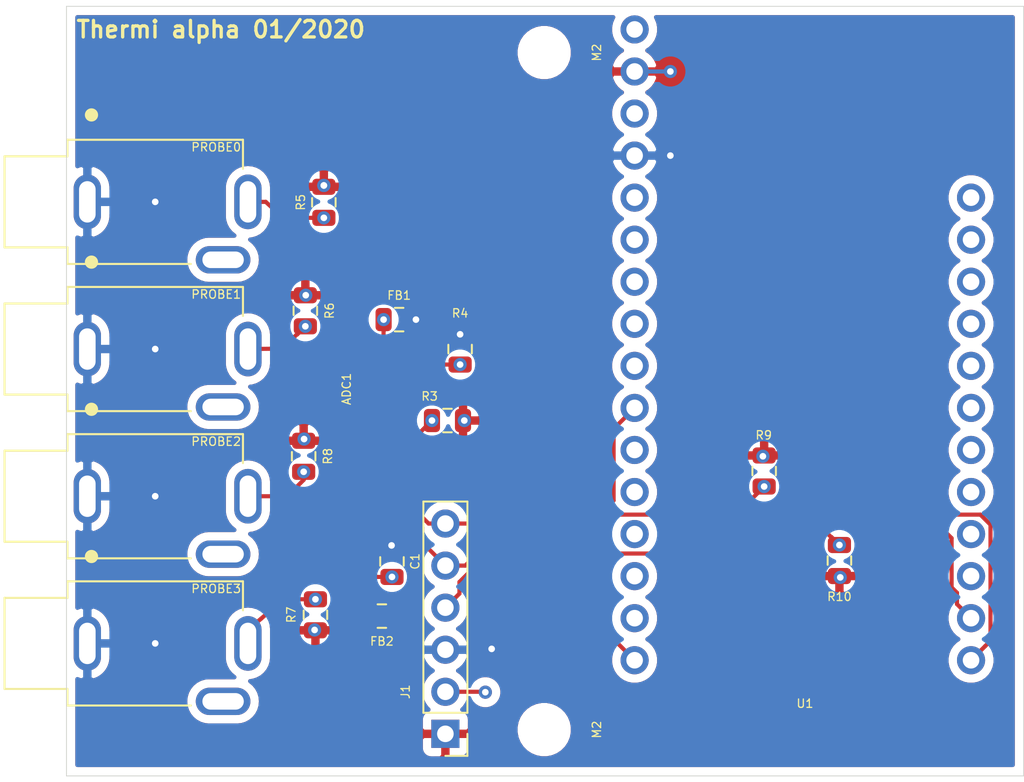
<source format=kicad_pcb>
(kicad_pcb (version 20171130) (host pcbnew "(5.1.5)-3")

  (general
    (thickness 1.6)
    (drawings 6)
    (tracks 179)
    (zones 0)
    (modules 20)
    (nets 41)
  )

  (page A4)
  (layers
    (0 F.Cu signal)
    (31 B.Cu signal)
    (32 B.Adhes user)
    (33 F.Adhes user hide)
    (34 B.Paste user)
    (35 F.Paste user)
    (36 B.SilkS user)
    (37 F.SilkS user)
    (38 B.Mask user)
    (39 F.Mask user)
    (40 Dwgs.User user)
    (41 Cmts.User user)
    (42 Eco1.User user)
    (43 Eco2.User user)
    (44 Edge.Cuts user)
    (45 Margin user)
    (46 B.CrtYd user)
    (47 F.CrtYd user)
    (48 B.Fab user)
    (49 F.Fab user hide)
  )

  (setup
    (last_trace_width 0.25)
    (trace_clearance 0.2)
    (zone_clearance 0.508)
    (zone_45_only no)
    (trace_min 0.2)
    (via_size 0.8)
    (via_drill 0.4)
    (via_min_size 0.4)
    (via_min_drill 0.3)
    (uvia_size 0.3)
    (uvia_drill 0.1)
    (uvias_allowed no)
    (uvia_min_size 0.2)
    (uvia_min_drill 0.1)
    (edge_width 0.05)
    (segment_width 0.2)
    (pcb_text_width 0.3)
    (pcb_text_size 1.5 1.5)
    (mod_edge_width 0.12)
    (mod_text_size 0.508 0.508)
    (mod_text_width 0.0762)
    (pad_size 1.524 1.524)
    (pad_drill 0.762)
    (pad_to_mask_clearance 0.051)
    (solder_mask_min_width 0.25)
    (aux_axis_origin 0 0)
    (visible_elements 7FFFFFFF)
    (pcbplotparams
      (layerselection 0x010fc_ffffffff)
      (usegerberextensions false)
      (usegerberattributes false)
      (usegerberadvancedattributes false)
      (creategerberjobfile false)
      (excludeedgelayer true)
      (linewidth 0.100000)
      (plotframeref false)
      (viasonmask false)
      (mode 1)
      (useauxorigin false)
      (hpglpennumber 1)
      (hpglpenspeed 20)
      (hpglpendiameter 15.000000)
      (psnegative false)
      (psa4output false)
      (plotreference true)
      (plotvalue true)
      (plotinvisibletext false)
      (padsonsilk false)
      (subtractmaskfromsilk false)
      (outputformat 5)
      (mirror false)
      (drillshape 0)
      (scaleselection 1)
      (outputdirectory "C:/Users/Scott/Desktop/thermi"))
  )

  (net 0 "")
  (net 1 "Net-(ADC1-Pad1)")
  (net 2 "Net-(ADC1-Pad2)")
  (net 3 "Net-(ADC1-Pad3)")
  (net 4 "Net-(ADC1-Pad4)")
  (net 5 "Net-(ADC1-Pad5)")
  (net 6 "Net-(ADC1-Pad6)")
  (net 7 "Net-(ADC1-Pad7)")
  (net 8 "Net-(ADC1-Pad8)")
  (net 9 "Net-(ADC1-Pad9)")
  (net 10 "Net-(ADC1-Pad10)")
  (net 11 GND)
  (net 12 VDD)
  (net 13 "Net-(PROBE0-Pad3)")
  (net 14 "Net-(PROBE1-Pad3)")
  (net 15 "Net-(PROBE2-Pad3)")
  (net 16 "Net-(PROBE3-Pad3)")
  (net 17 "Net-(J1-Pad4)")
  (net 18 "Net-(J1-Pad2)")
  (net 19 "Net-(U1-Pad1)")
  (net 20 "Net-(U1-Pad3)")
  (net 21 "Net-(U1-Pad5)")
  (net 22 "Net-(U1-Pad6)")
  (net 23 "Net-(U1-Pad7)")
  (net 24 "Net-(U1-Pad8)")
  (net 25 "Net-(U1-Pad9)")
  (net 26 "Net-(U1-Pad11)")
  (net 27 "Net-(U1-Pad12)")
  (net 28 "Net-(U1-Pad13)")
  (net 29 "Net-(U1-Pad14)")
  (net 30 "Net-(U1-Pad15)")
  (net 31 "Net-(U1-Pad18)")
  (net 32 "Net-(U1-Pad19)")
  (net 33 "Net-(U1-Pad20)")
  (net 34 "Net-(U1-Pad21)")
  (net 35 "Net-(U1-Pad23)")
  (net 36 "Net-(U1-Pad24)")
  (net 37 "Net-(U1-Pad25)")
  (net 38 "Net-(U1-Pad26)")
  (net 39 "Net-(U1-Pad17)")
  (net 40 "Net-(U1-Pad22)")

  (net_class Default "This is the default net class."
    (clearance 0.2)
    (trace_width 0.25)
    (via_dia 0.8)
    (via_drill 0.4)
    (uvia_dia 0.3)
    (uvia_drill 0.1)
    (add_net GND)
    (add_net "Net-(ADC1-Pad1)")
    (add_net "Net-(ADC1-Pad10)")
    (add_net "Net-(ADC1-Pad2)")
    (add_net "Net-(ADC1-Pad3)")
    (add_net "Net-(ADC1-Pad4)")
    (add_net "Net-(ADC1-Pad5)")
    (add_net "Net-(ADC1-Pad6)")
    (add_net "Net-(ADC1-Pad7)")
    (add_net "Net-(ADC1-Pad8)")
    (add_net "Net-(ADC1-Pad9)")
    (add_net "Net-(J1-Pad2)")
    (add_net "Net-(J1-Pad4)")
    (add_net "Net-(PROBE0-Pad3)")
    (add_net "Net-(PROBE1-Pad3)")
    (add_net "Net-(PROBE2-Pad3)")
    (add_net "Net-(PROBE3-Pad3)")
    (add_net "Net-(U1-Pad1)")
    (add_net "Net-(U1-Pad11)")
    (add_net "Net-(U1-Pad12)")
    (add_net "Net-(U1-Pad13)")
    (add_net "Net-(U1-Pad14)")
    (add_net "Net-(U1-Pad15)")
    (add_net "Net-(U1-Pad17)")
    (add_net "Net-(U1-Pad18)")
    (add_net "Net-(U1-Pad19)")
    (add_net "Net-(U1-Pad20)")
    (add_net "Net-(U1-Pad21)")
    (add_net "Net-(U1-Pad22)")
    (add_net "Net-(U1-Pad23)")
    (add_net "Net-(U1-Pad24)")
    (add_net "Net-(U1-Pad25)")
    (add_net "Net-(U1-Pad26)")
    (add_net "Net-(U1-Pad3)")
    (add_net "Net-(U1-Pad5)")
    (add_net "Net-(U1-Pad6)")
    (add_net "Net-(U1-Pad7)")
    (add_net "Net-(U1-Pad8)")
    (add_net "Net-(U1-Pad9)")
    (add_net VDD)
  )

  (module thermi:ESP32_HUZZAH (layer F.Cu) (tedit 5E229BF3) (tstamp 5E22FD54)
    (at 211.201 41.021)
    (path /5E22D99B)
    (fp_text reference U1 (at 10.287 40.7162 180) (layer F.SilkS)
      (effects (font (size 0.508 0.508) (thickness 0.0762)))
    )
    (fp_text value ESP32_HUZZAH (at 8.89 7.62) (layer F.Fab)
      (effects (font (size 1 1) (thickness 0.15)))
    )
    (pad 1 thru_hole oval (at 0 0) (size 1.7 1.7) (drill 1) (layers *.Cu *.Mask)
      (net 19 "Net-(U1-Pad1)"))
    (pad 2 thru_hole oval (at 0 2.54) (size 1.7 1.7) (drill 1) (layers *.Cu *.Mask)
      (net 12 VDD))
    (pad 3 thru_hole oval (at 0 5.08) (size 1.7 1.7) (drill 1) (layers *.Cu *.Mask)
      (net 20 "Net-(U1-Pad3)"))
    (pad 4 thru_hole oval (at 0 7.62) (size 1.7 1.7) (drill 1) (layers *.Cu *.Mask)
      (net 11 GND))
    (pad 5 thru_hole oval (at 0 10.16) (size 1.7 1.7) (drill 1) (layers *.Cu *.Mask)
      (net 21 "Net-(U1-Pad5)"))
    (pad 6 thru_hole oval (at 0 12.7) (size 1.7 1.7) (drill 1) (layers *.Cu *.Mask)
      (net 22 "Net-(U1-Pad6)"))
    (pad 7 thru_hole oval (at 0 15.24) (size 1.7 1.7) (drill 1) (layers *.Cu *.Mask)
      (net 23 "Net-(U1-Pad7)"))
    (pad 8 thru_hole oval (at 0 17.78) (size 1.7 1.7) (drill 1) (layers *.Cu *.Mask)
      (net 24 "Net-(U1-Pad8)"))
    (pad 9 thru_hole oval (at 0 20.32) (size 1.7 1.7) (drill 1) (layers *.Cu *.Mask)
      (net 25 "Net-(U1-Pad9)"))
    (pad 10 thru_hole oval (at 0 22.86) (size 1.7 1.7) (drill 1) (layers *.Cu *.Mask)
      (net 2 "Net-(ADC1-Pad2)"))
    (pad 11 thru_hole oval (at 0 25.4) (size 1.7 1.7) (drill 1) (layers *.Cu *.Mask)
      (net 26 "Net-(U1-Pad11)"))
    (pad 12 thru_hole oval (at 0 27.94) (size 1.7 1.7) (drill 1) (layers *.Cu *.Mask)
      (net 27 "Net-(U1-Pad12)"))
    (pad 13 thru_hole oval (at 0 30.48) (size 1.7 1.7) (drill 1) (layers *.Cu *.Mask)
      (net 28 "Net-(U1-Pad13)"))
    (pad 14 thru_hole oval (at 0 33.02) (size 1.7 1.7) (drill 1) (layers *.Cu *.Mask)
      (net 29 "Net-(U1-Pad14)"))
    (pad 15 thru_hole oval (at 0 35.56) (size 1.7 1.7) (drill 1) (layers *.Cu *.Mask)
      (net 30 "Net-(U1-Pad15)"))
    (pad 16 thru_hole oval (at 0 38.1) (size 1.7 1.7) (drill 1) (layers *.Cu *.Mask)
      (net 17 "Net-(J1-Pad4)"))
    (pad 17 thru_hole oval (at 20.32 10.16) (size 1.7 1.7) (drill 1) (layers *.Cu *.Mask)
      (net 39 "Net-(U1-Pad17)"))
    (pad 18 thru_hole oval (at 20.32 12.7) (size 1.7 1.7) (drill 1) (layers *.Cu *.Mask)
      (net 31 "Net-(U1-Pad18)"))
    (pad 19 thru_hole oval (at 20.32 15.24) (size 1.7 1.7) (drill 1) (layers *.Cu *.Mask)
      (net 32 "Net-(U1-Pad19)"))
    (pad 20 thru_hole oval (at 20.32 17.78) (size 1.7 1.7) (drill 1) (layers *.Cu *.Mask)
      (net 33 "Net-(U1-Pad20)"))
    (pad 21 thru_hole oval (at 20.32 20.32) (size 1.7 1.7) (drill 1) (layers *.Cu *.Mask)
      (net 34 "Net-(U1-Pad21)"))
    (pad 22 thru_hole oval (at 20.32 22.86) (size 1.7 1.7) (drill 1) (layers *.Cu *.Mask)
      (net 40 "Net-(U1-Pad22)"))
    (pad 23 thru_hole oval (at 20.32 25.4) (size 1.7 1.7) (drill 1) (layers *.Cu *.Mask)
      (net 35 "Net-(U1-Pad23)"))
    (pad 24 thru_hole oval (at 20.32 27.94) (size 1.7 1.7) (drill 1) (layers *.Cu *.Mask)
      (net 36 "Net-(U1-Pad24)"))
    (pad 25 thru_hole oval (at 20.32 30.48) (size 1.7 1.7) (drill 1) (layers *.Cu *.Mask)
      (net 37 "Net-(U1-Pad25)"))
    (pad 26 thru_hole oval (at 20.32 33.02) (size 1.7 1.7) (drill 1) (layers *.Cu *.Mask)
      (net 38 "Net-(U1-Pad26)"))
    (pad 27 thru_hole oval (at 20.32 35.56) (size 1.7 1.7) (drill 1) (layers *.Cu *.Mask)
      (net 10 "Net-(ADC1-Pad10)"))
    (pad 28 thru_hole oval (at 20.32 38.1) (size 1.7 1.7) (drill 1) (layers *.Cu *.Mask)
      (net 9 "Net-(ADC1-Pad9)"))
  )

  (module Resistor_SMD:R_0805_2012Metric (layer F.Cu) (tedit 5B36C52B) (tstamp 5E223F23)
    (at 191.3128 58.0136 270)
    (descr "Resistor SMD 0805 (2012 Metric), square (rectangular) end terminal, IPC_7351 nominal, (Body size source: https://docs.google.com/spreadsheets/d/1BsfQQcO9C6DZCsRaXUlFlo91Tg2WpOkGARC1WS5S8t0/edit?usp=sharing), generated with kicad-footprint-generator")
    (tags resistor)
    (path /5E2A5AFC)
    (attr smd)
    (fp_text reference R6 (at 0 -1.4605 90) (layer F.SilkS)
      (effects (font (size 0.508 0.508) (thickness 0.0762)))
    )
    (fp_text value 10k (at 0 1.65 90) (layer F.Fab)
      (effects (font (size 1 1) (thickness 0.15)))
    )
    (fp_text user %R (at 0 0 90) (layer F.Fab)
      (effects (font (size 1 1) (thickness 0.15)))
    )
    (fp_line (start 1.68 0.95) (end -1.68 0.95) (layer F.CrtYd) (width 0.05))
    (fp_line (start 1.68 -0.95) (end 1.68 0.95) (layer F.CrtYd) (width 0.05))
    (fp_line (start -1.68 -0.95) (end 1.68 -0.95) (layer F.CrtYd) (width 0.05))
    (fp_line (start -1.68 0.95) (end -1.68 -0.95) (layer F.CrtYd) (width 0.05))
    (fp_line (start -0.258578 0.71) (end 0.258578 0.71) (layer F.SilkS) (width 0.12))
    (fp_line (start -0.258578 -0.71) (end 0.258578 -0.71) (layer F.SilkS) (width 0.12))
    (fp_line (start 1 0.6) (end -1 0.6) (layer F.Fab) (width 0.1))
    (fp_line (start 1 -0.6) (end 1 0.6) (layer F.Fab) (width 0.1))
    (fp_line (start -1 -0.6) (end 1 -0.6) (layer F.Fab) (width 0.1))
    (fp_line (start -1 0.6) (end -1 -0.6) (layer F.Fab) (width 0.1))
    (pad 2 smd roundrect (at 0.9375 0 270) (size 0.975 1.4) (layers F.Cu F.Paste F.Mask) (roundrect_rratio 0.25)
      (net 5 "Net-(ADC1-Pad5)"))
    (pad 1 smd roundrect (at -0.9375 0 270) (size 0.975 1.4) (layers F.Cu F.Paste F.Mask) (roundrect_rratio 0.25)
      (net 12 VDD))
    (model ${KISYS3DMOD}/Resistor_SMD.3dshapes/R_0805_2012Metric.wrl
      (at (xyz 0 0 0))
      (scale (xyz 1 1 1))
      (rotate (xyz 0 0 0))
    )
  )

  (module libraries:CUI_MJ-2508 (layer F.Cu) (tedit 5E22067A) (tstamp 5E21E4F1)
    (at 182.245 78.105 180)
    (path /5E21EDCF)
    (fp_text reference PROBE3 (at -3.683 3.302) (layer F.SilkS)
      (effects (font (size 0.508 0.508) (thickness 0.0762)))
    )
    (fp_text value MJ-2508 (at 0.33562 4.87412) (layer F.Fab)
      (effects (font (size 1 1) (thickness 0.15)))
    )
    (fp_line (start -2.15 -3.75) (end 5.3 -3.75) (layer F.SilkS) (width 0.127))
    (fp_line (start -6.65 4) (end -6.65 -4.5) (layer F.CrtYd) (width 0.05))
    (fp_line (start 5.6 4) (end -6.65 4) (layer F.CrtYd) (width 0.05))
    (fp_line (start 5.6 3) (end 5.6 4) (layer F.CrtYd) (width 0.05))
    (fp_line (start 9.35 3) (end 5.6 3) (layer F.CrtYd) (width 0.05))
    (fp_line (start 9.35 -3) (end 9.35 3) (layer F.CrtYd) (width 0.05))
    (fp_line (start 5.6 -3) (end 9.35 -3) (layer F.CrtYd) (width 0.05))
    (fp_line (start 5.6 -4.5) (end 5.6 -3) (layer F.CrtYd) (width 0.05))
    (fp_line (start -6.65 -4.5) (end 5.6 -4.5) (layer F.CrtYd) (width 0.05))
    (fp_line (start -5.3 3.75) (end -5.3 2) (layer F.SilkS) (width 0.127))
    (fp_line (start 5.3 3.75) (end -5.3 3.75) (layer F.SilkS) (width 0.127))
    (fp_line (start 5.3 2.75) (end 5.3 3.75) (layer F.SilkS) (width 0.127))
    (fp_line (start 9.1 2.75) (end 5.3 2.75) (layer F.SilkS) (width 0.127))
    (fp_line (start 9.1 -2.75) (end 9.1 2.75) (layer F.SilkS) (width 0.127))
    (fp_line (start 5.3 -2.75) (end 9.1 -2.75) (layer F.SilkS) (width 0.127))
    (fp_line (start 5.3 -3.75) (end 5.3 -2.75) (layer F.SilkS) (width 0.127))
    (fp_line (start 9.1 2.75) (end 5.3 2.75) (layer F.Fab) (width 0.127))
    (fp_line (start 9.1 -2.75) (end 9.1 2.75) (layer F.Fab) (width 0.127))
    (fp_line (start 5.3 -2.75) (end 9.1 -2.75) (layer F.Fab) (width 0.127))
    (fp_circle (center 3.85 5.25) (end 4.05 5.25) (layer F.SilkS) (width 0.4))
    (fp_circle (center 4.1 0) (end 4.3 0) (layer F.Fab) (width 0.4))
    (fp_line (start -5.3 3.75) (end -5.3 -3.75) (layer F.Fab) (width 0.127))
    (fp_line (start 5.3 3.75) (end -5.3 3.75) (layer F.Fab) (width 0.127))
    (fp_line (start 5.3 2.75) (end 5.3 3.75) (layer F.Fab) (width 0.127))
    (fp_line (start 5.3 -2.75) (end 5.3 2.75) (layer F.Fab) (width 0.127))
    (fp_line (start 5.3 -3.75) (end 5.3 -2.75) (layer F.Fab) (width 0.127))
    (fp_line (start -5.3 -3.75) (end 5.3 -3.75) (layer F.Fab) (width 0.127))
    (pad 3 thru_hole oval (at -4.1 -3.5 180) (size 3.3 1.65) (drill oval 2.5 1) (layers *.Cu *.Mask)
      (net 16 "Net-(PROBE3-Pad3)"))
    (pad 2 thru_hole oval (at -5.6 0 180) (size 1.65 3.3) (drill oval 1 2.5) (layers *.Cu *.Mask)
      (net 7 "Net-(ADC1-Pad7)"))
    (pad 1 thru_hole oval (at 4.1 0 180) (size 1.65 3.3) (drill oval 1 2.5) (layers *.Cu *.Mask)
      (net 11 GND))
    (model C:/Users/Scott/Documents/KiCad/template/CUI_DEVICES_MJ-2508.step
      (offset (xyz 9 0 5.5))
      (scale (xyz 1 1 1))
      (rotate (xyz 180 0 0))
    )
  )

  (module MountingHole:MountingHole_2.2mm_M2 (layer F.Cu) (tedit 56D1B4CB) (tstamp 5E234523)
    (at 205.74 83.312)
    (descr "Mounting Hole 2.2mm, no annular, M2")
    (tags "mounting hole 2.2mm no annular m2")
    (attr virtual)
    (fp_text reference M2 (at 3.175 0 90) (layer F.SilkS)
      (effects (font (size 0.508 0.508) (thickness 0.0762)))
    )
    (fp_text value MountingHole_2.2mm_M2 (at 0 3.2) (layer F.Fab)
      (effects (font (size 1 1) (thickness 0.15)))
    )
    (fp_circle (center 0 0) (end 2.45 0) (layer F.CrtYd) (width 0.05))
    (fp_circle (center 0 0) (end 2.2 0) (layer Cmts.User) (width 0.15))
    (fp_text user %R (at 0.3 0) (layer F.Fab)
      (effects (font (size 1 1) (thickness 0.15)))
    )
    (pad 1 np_thru_hole circle (at 0 0) (size 2.2 2.2) (drill 2.2) (layers *.Cu *.Mask))
  )

  (module MountingHole:MountingHole_2.2mm_M2 (layer F.Cu) (tedit 56D1B4CB) (tstamp 5E238228)
    (at 205.74 42.418 180)
    (descr "Mounting Hole 2.2mm, no annular, M2")
    (tags "mounting hole 2.2mm no annular m2")
    (attr virtual)
    (fp_text reference M2 (at -3.175 0 90) (layer F.SilkS)
      (effects (font (size 0.508 0.508) (thickness 0.0762)))
    )
    (fp_text value MountingHole_2.2mm_M2 (at 0 3.2) (layer F.Fab)
      (effects (font (size 1 1) (thickness 0.15)))
    )
    (fp_circle (center 0 0) (end 2.45 0) (layer F.CrtYd) (width 0.05))
    (fp_circle (center 0 0) (end 2.2 0) (layer Cmts.User) (width 0.15))
    (fp_text user %R (at 0.3 0) (layer F.Fab)
      (effects (font (size 1 1) (thickness 0.15)))
    )
    (pad 1 np_thru_hole circle (at 0 0 180) (size 2.2 2.2) (drill 2.2) (layers *.Cu *.Mask))
  )

  (module Package_SO:VSSOP-10_3x3mm_P0.5mm (layer F.Cu) (tedit 5E220B30) (tstamp 5E234DA8)
    (at 196.0118 65.024 270)
    (descr "VSSOP, 10 Pin (http://www.ti.com/lit/ds/symlink/ads1115.pdf), generated with kicad-footprint-generator ipc_gullwing_generator.py")
    (tags "VSSOP SO")
    (path /5E2EFD02)
    (attr smd)
    (fp_text reference ADC1 (at -2.286 2.2098 90) (layer F.SilkS)
      (effects (font (size 0.508 0.508) (thickness 0.0762)))
    )
    (fp_text value ADS1115IDGST (at 0 2.45 90) (layer F.Fab)
      (effects (font (size 1 1) (thickness 0.15)))
    )
    (fp_text user %R (at 0 0 90) (layer F.Fab)
      (effects (font (size 1 1) (thickness 0.15)))
    )
    (fp_line (start 3.18 -1.75) (end -3.18 -1.75) (layer F.CrtYd) (width 0.05))
    (fp_line (start 3.18 1.75) (end 3.18 -1.75) (layer F.CrtYd) (width 0.05))
    (fp_line (start -3.18 1.75) (end 3.18 1.75) (layer F.CrtYd) (width 0.05))
    (fp_line (start -3.18 -1.75) (end -3.18 1.75) (layer F.CrtYd) (width 0.05))
    (fp_line (start -1.5 -0.75) (end -0.75 -1.5) (layer F.Fab) (width 0.1))
    (fp_line (start -1.5 1.5) (end -1.5 -0.75) (layer F.Fab) (width 0.1))
    (fp_line (start 1.5 1.5) (end -1.5 1.5) (layer F.Fab) (width 0.1))
    (fp_line (start 1.5 -1.5) (end 1.5 1.5) (layer F.Fab) (width 0.1))
    (fp_line (start -0.75 -1.5) (end 1.5 -1.5) (layer F.Fab) (width 0.1))
    (pad 10 smd roundrect (at 2.2 -1 270) (size 1.45 0.3) (layers F.Cu F.Paste F.Mask) (roundrect_rratio 0.25)
      (net 10 "Net-(ADC1-Pad10)"))
    (pad 9 smd roundrect (at 2.2 -0.5 270) (size 1.45 0.3) (layers F.Cu F.Paste F.Mask) (roundrect_rratio 0.25)
      (net 9 "Net-(ADC1-Pad9)"))
    (pad 8 smd roundrect (at 2.2 0 270) (size 1.45 0.3) (layers F.Cu F.Paste F.Mask) (roundrect_rratio 0.25)
      (net 8 "Net-(ADC1-Pad8)"))
    (pad 7 smd roundrect (at 2.2 0.5 270) (size 1.45 0.3) (layers F.Cu F.Paste F.Mask) (roundrect_rratio 0.25)
      (net 7 "Net-(ADC1-Pad7)"))
    (pad 6 smd roundrect (at 2.2 1 270) (size 1.45 0.3) (layers F.Cu F.Paste F.Mask) (roundrect_rratio 0.25)
      (net 6 "Net-(ADC1-Pad6)"))
    (pad 5 smd roundrect (at -2.2 1 270) (size 1.45 0.3) (layers F.Cu F.Paste F.Mask) (roundrect_rratio 0.25)
      (net 5 "Net-(ADC1-Pad5)"))
    (pad 4 smd roundrect (at -2.2 0.5 270) (size 1.45 0.3) (layers F.Cu F.Paste F.Mask) (roundrect_rratio 0.25)
      (net 4 "Net-(ADC1-Pad4)"))
    (pad 3 smd roundrect (at -2.2 0 270) (size 1.45 0.3) (layers F.Cu F.Paste F.Mask) (roundrect_rratio 0.25)
      (net 3 "Net-(ADC1-Pad3)"))
    (pad 2 smd roundrect (at -2.2 -0.5 270) (size 1.45 0.3) (layers F.Cu F.Paste F.Mask) (roundrect_rratio 0.25)
      (net 2 "Net-(ADC1-Pad2)"))
    (pad 1 smd roundrect (at -2.2 -1 270) (size 1.45 0.3) (layers F.Cu F.Paste F.Mask) (roundrect_rratio 0.25)
      (net 1 "Net-(ADC1-Pad1)"))
    (model ${KISYS3DMOD}/Package_SO.3dshapes/VSSOP-10_3x3mm_P0.5mm.wrl
      (at (xyz 0 0 0))
      (scale (xyz 1 1 1))
      (rotate (xyz 0 0 0))
    )
  )

  (module Capacitor_SMD:C_0805_2012Metric (layer F.Cu) (tedit 5E220662) (tstamp 5E223EC3)
    (at 196.5452 73.152 90)
    (descr "Capacitor SMD 0805 (2012 Metric), square (rectangular) end terminal, IPC_7351 nominal, (Body size source: https://docs.google.com/spreadsheets/d/1BsfQQcO9C6DZCsRaXUlFlo91Tg2WpOkGARC1WS5S8t0/edit?usp=sharing), generated with kicad-footprint-generator")
    (tags capacitor)
    (path /5E21F4C8)
    (attr smd)
    (fp_text reference C1 (at 0 1.397 90) (layer F.SilkS)
      (effects (font (size 0.508 0.508) (thickness 0.0762)))
    )
    (fp_text value 1uf (at 0 1.65 90) (layer F.Fab)
      (effects (font (size 1 1) (thickness 0.15)))
    )
    (fp_text user %R (at 0 0 90) (layer F.Fab)
      (effects (font (size 1 1) (thickness 0.15)))
    )
    (fp_line (start 1.68 0.95) (end -1.68 0.95) (layer F.CrtYd) (width 0.05))
    (fp_line (start 1.68 -0.95) (end 1.68 0.95) (layer F.CrtYd) (width 0.05))
    (fp_line (start -1.68 -0.95) (end 1.68 -0.95) (layer F.CrtYd) (width 0.05))
    (fp_line (start -1.68 0.95) (end -1.68 -0.95) (layer F.CrtYd) (width 0.05))
    (fp_line (start -0.258578 0.71) (end 0.258578 0.71) (layer F.SilkS) (width 0.12))
    (fp_line (start -0.258578 -0.71) (end 0.258578 -0.71) (layer F.SilkS) (width 0.12))
    (fp_line (start 1 0.6) (end -1 0.6) (layer F.Fab) (width 0.1))
    (fp_line (start 1 -0.6) (end 1 0.6) (layer F.Fab) (width 0.1))
    (fp_line (start -1 -0.6) (end 1 -0.6) (layer F.Fab) (width 0.1))
    (fp_line (start -1 0.6) (end -1 -0.6) (layer F.Fab) (width 0.1))
    (pad 2 smd roundrect (at 0.9375 0 90) (size 0.975 1.4) (layers F.Cu F.Paste F.Mask) (roundrect_rratio 0.25)
      (net 11 GND))
    (pad 1 smd roundrect (at -0.9375 0 90) (size 0.975 1.4) (layers F.Cu F.Paste F.Mask) (roundrect_rratio 0.25)
      (net 8 "Net-(ADC1-Pad8)"))
    (model ${KISYS3DMOD}/Capacitor_SMD.3dshapes/C_0805_2012Metric.wrl
      (at (xyz 0 0 0))
      (scale (xyz 1 1 1))
      (rotate (xyz 0 0 0))
    )
  )

  (module Resistor_SMD:R_0805_2012Metric (layer F.Cu) (tedit 5B36C52B) (tstamp 5E223F33)
    (at 191.9224 76.3755 90)
    (descr "Resistor SMD 0805 (2012 Metric), square (rectangular) end terminal, IPC_7351 nominal, (Body size source: https://docs.google.com/spreadsheets/d/1BsfQQcO9C6DZCsRaXUlFlo91Tg2WpOkGARC1WS5S8t0/edit?usp=sharing), generated with kicad-footprint-generator")
    (tags resistor)
    (path /5E2A5DEE)
    (attr smd)
    (fp_text reference R7 (at 0 -1.4605 90) (layer F.SilkS)
      (effects (font (size 0.508 0.508) (thickness 0.0762)))
    )
    (fp_text value 10k (at 0 1.65 90) (layer F.Fab)
      (effects (font (size 1 1) (thickness 0.15)))
    )
    (fp_line (start -1 0.6) (end -1 -0.6) (layer F.Fab) (width 0.1))
    (fp_line (start -1 -0.6) (end 1 -0.6) (layer F.Fab) (width 0.1))
    (fp_line (start 1 -0.6) (end 1 0.6) (layer F.Fab) (width 0.1))
    (fp_line (start 1 0.6) (end -1 0.6) (layer F.Fab) (width 0.1))
    (fp_line (start -0.258578 -0.71) (end 0.258578 -0.71) (layer F.SilkS) (width 0.12))
    (fp_line (start -0.258578 0.71) (end 0.258578 0.71) (layer F.SilkS) (width 0.12))
    (fp_line (start -1.68 0.95) (end -1.68 -0.95) (layer F.CrtYd) (width 0.05))
    (fp_line (start -1.68 -0.95) (end 1.68 -0.95) (layer F.CrtYd) (width 0.05))
    (fp_line (start 1.68 -0.95) (end 1.68 0.95) (layer F.CrtYd) (width 0.05))
    (fp_line (start 1.68 0.95) (end -1.68 0.95) (layer F.CrtYd) (width 0.05))
    (fp_text user %R (at 0 0 90) (layer F.Fab)
      (effects (font (size 1 1) (thickness 0.15)))
    )
    (pad 1 smd roundrect (at -0.9375 0 90) (size 0.975 1.4) (layers F.Cu F.Paste F.Mask) (roundrect_rratio 0.25)
      (net 12 VDD))
    (pad 2 smd roundrect (at 0.9375 0 90) (size 0.975 1.4) (layers F.Cu F.Paste F.Mask) (roundrect_rratio 0.25)
      (net 7 "Net-(ADC1-Pad7)"))
    (model ${KISYS3DMOD}/Resistor_SMD.3dshapes/R_0805_2012Metric.wrl
      (at (xyz 0 0 0))
      (scale (xyz 1 1 1))
      (rotate (xyz 0 0 0))
    )
  )

  (module Connector_PinHeader_2.54mm:PinHeader_1x06_P2.54mm_Vertical (layer F.Cu) (tedit 59FED5CC) (tstamp 5E22A1E2)
    (at 199.771 83.566 180)
    (descr "Through hole straight pin header, 1x06, 2.54mm pitch, single row")
    (tags "Through hole pin header THT 1x06 2.54mm single row")
    (path /5E234CE6)
    (fp_text reference J1 (at 2.413 2.54 90) (layer F.SilkS)
      (effects (font (size 0.508 0.508) (thickness 0.0762)))
    )
    (fp_text value Conn_01x06_Male (at 0 15.03) (layer F.Fab)
      (effects (font (size 1 1) (thickness 0.15)))
    )
    (fp_text user %R (at 0 6.35 90) (layer F.Fab)
      (effects (font (size 1 1) (thickness 0.15)))
    )
    (fp_line (start 1.8 -1.8) (end -1.8 -1.8) (layer F.CrtYd) (width 0.05))
    (fp_line (start 1.8 14.5) (end 1.8 -1.8) (layer F.CrtYd) (width 0.05))
    (fp_line (start -1.8 14.5) (end 1.8 14.5) (layer F.CrtYd) (width 0.05))
    (fp_line (start -1.8 -1.8) (end -1.8 14.5) (layer F.CrtYd) (width 0.05))
    (fp_line (start -1.33 -1.33) (end 0 -1.33) (layer F.SilkS) (width 0.12))
    (fp_line (start -1.33 0) (end -1.33 -1.33) (layer F.SilkS) (width 0.12))
    (fp_line (start -1.33 1.27) (end 1.33 1.27) (layer F.SilkS) (width 0.12))
    (fp_line (start 1.33 1.27) (end 1.33 14.03) (layer F.SilkS) (width 0.12))
    (fp_line (start -1.33 1.27) (end -1.33 14.03) (layer F.SilkS) (width 0.12))
    (fp_line (start -1.33 14.03) (end 1.33 14.03) (layer F.SilkS) (width 0.12))
    (fp_line (start -1.27 -0.635) (end -0.635 -1.27) (layer F.Fab) (width 0.1))
    (fp_line (start -1.27 13.97) (end -1.27 -0.635) (layer F.Fab) (width 0.1))
    (fp_line (start 1.27 13.97) (end -1.27 13.97) (layer F.Fab) (width 0.1))
    (fp_line (start 1.27 -1.27) (end 1.27 13.97) (layer F.Fab) (width 0.1))
    (fp_line (start -0.635 -1.27) (end 1.27 -1.27) (layer F.Fab) (width 0.1))
    (pad 6 thru_hole oval (at 0 12.7 180) (size 1.7 1.7) (drill 1) (layers *.Cu *.Mask)
      (net 9 "Net-(ADC1-Pad9)"))
    (pad 5 thru_hole oval (at 0 10.16 180) (size 1.7 1.7) (drill 1) (layers *.Cu *.Mask)
      (net 10 "Net-(ADC1-Pad10)"))
    (pad 4 thru_hole oval (at 0 7.62 180) (size 1.7 1.7) (drill 1) (layers *.Cu *.Mask)
      (net 17 "Net-(J1-Pad4)"))
    (pad 3 thru_hole oval (at 0 5.08 180) (size 1.7 1.7) (drill 1) (layers *.Cu *.Mask)
      (net 11 GND))
    (pad 2 thru_hole oval (at 0 2.54 180) (size 1.7 1.7) (drill 1) (layers *.Cu *.Mask)
      (net 18 "Net-(J1-Pad2)"))
    (pad 1 thru_hole rect (at 0 0 180) (size 1.7 1.7) (drill 1) (layers *.Cu *.Mask)
      (net 12 VDD))
    (model ${KISYS3DMOD}/Connector_PinHeader_2.54mm.3dshapes/PinHeader_1x06_P2.54mm_Vertical.wrl
      (at (xyz 0 0 0))
      (scale (xyz 1 1 1))
      (rotate (xyz 0 0 0))
    )
  )

  (module Resistor_SMD:R_0805_2012Metric (layer F.Cu) (tedit 5B36C52B) (tstamp 5E229B13)
    (at 219.0242 67.691 270)
    (descr "Resistor SMD 0805 (2012 Metric), square (rectangular) end terminal, IPC_7351 nominal, (Body size source: https://docs.google.com/spreadsheets/d/1BsfQQcO9C6DZCsRaXUlFlo91Tg2WpOkGARC1WS5S8t0/edit?usp=sharing), generated with kicad-footprint-generator")
    (tags resistor)
    (path /5E242798)
    (attr smd)
    (fp_text reference R9 (at -2.159 0.0254 180) (layer F.SilkS)
      (effects (font (size 0.508 0.508) (thickness 0.0762)))
    )
    (fp_text value 10k (at 0 1.65 90) (layer F.Fab)
      (effects (font (size 1 1) (thickness 0.15)))
    )
    (fp_text user %R (at 0 0 90) (layer F.Fab)
      (effects (font (size 1 1) (thickness 0.15)))
    )
    (fp_line (start 1.68 0.95) (end -1.68 0.95) (layer F.CrtYd) (width 0.05))
    (fp_line (start 1.68 -0.95) (end 1.68 0.95) (layer F.CrtYd) (width 0.05))
    (fp_line (start -1.68 -0.95) (end 1.68 -0.95) (layer F.CrtYd) (width 0.05))
    (fp_line (start -1.68 0.95) (end -1.68 -0.95) (layer F.CrtYd) (width 0.05))
    (fp_line (start -0.258578 0.71) (end 0.258578 0.71) (layer F.SilkS) (width 0.12))
    (fp_line (start -0.258578 -0.71) (end 0.258578 -0.71) (layer F.SilkS) (width 0.12))
    (fp_line (start 1 0.6) (end -1 0.6) (layer F.Fab) (width 0.1))
    (fp_line (start 1 -0.6) (end 1 0.6) (layer F.Fab) (width 0.1))
    (fp_line (start -1 -0.6) (end 1 -0.6) (layer F.Fab) (width 0.1))
    (fp_line (start -1 0.6) (end -1 -0.6) (layer F.Fab) (width 0.1))
    (pad 2 smd roundrect (at 0.9375 0 270) (size 0.975 1.4) (layers F.Cu F.Paste F.Mask) (roundrect_rratio 0.25)
      (net 9 "Net-(ADC1-Pad9)"))
    (pad 1 smd roundrect (at -0.9375 0 270) (size 0.975 1.4) (layers F.Cu F.Paste F.Mask) (roundrect_rratio 0.25)
      (net 12 VDD))
    (model ${KISYS3DMOD}/Resistor_SMD.3dshapes/R_0805_2012Metric.wrl
      (at (xyz 0 0 0))
      (scale (xyz 1 1 1))
      (rotate (xyz 0 0 0))
    )
  )

  (module Resistor_SMD:R_0805_2012Metric (layer F.Cu) (tedit 5B36C52B) (tstamp 5E229B24)
    (at 223.5708 73.0989 90)
    (descr "Resistor SMD 0805 (2012 Metric), square (rectangular) end terminal, IPC_7351 nominal, (Body size source: https://docs.google.com/spreadsheets/d/1BsfQQcO9C6DZCsRaXUlFlo91Tg2WpOkGARC1WS5S8t0/edit?usp=sharing), generated with kicad-footprint-generator")
    (tags resistor)
    (path /5E24390F)
    (attr smd)
    (fp_text reference R10 (at -2.1844 0 180) (layer F.SilkS)
      (effects (font (size 0.508 0.508) (thickness 0.0762)))
    )
    (fp_text value 10k (at 0 1.65 90) (layer F.Fab)
      (effects (font (size 1 1) (thickness 0.15)))
    )
    (fp_line (start -1 0.6) (end -1 -0.6) (layer F.Fab) (width 0.1))
    (fp_line (start -1 -0.6) (end 1 -0.6) (layer F.Fab) (width 0.1))
    (fp_line (start 1 -0.6) (end 1 0.6) (layer F.Fab) (width 0.1))
    (fp_line (start 1 0.6) (end -1 0.6) (layer F.Fab) (width 0.1))
    (fp_line (start -0.258578 -0.71) (end 0.258578 -0.71) (layer F.SilkS) (width 0.12))
    (fp_line (start -0.258578 0.71) (end 0.258578 0.71) (layer F.SilkS) (width 0.12))
    (fp_line (start -1.68 0.95) (end -1.68 -0.95) (layer F.CrtYd) (width 0.05))
    (fp_line (start -1.68 -0.95) (end 1.68 -0.95) (layer F.CrtYd) (width 0.05))
    (fp_line (start 1.68 -0.95) (end 1.68 0.95) (layer F.CrtYd) (width 0.05))
    (fp_line (start 1.68 0.95) (end -1.68 0.95) (layer F.CrtYd) (width 0.05))
    (fp_text user %R (at 0 0 90) (layer F.Fab)
      (effects (font (size 1 1) (thickness 0.15)))
    )
    (pad 1 smd roundrect (at -0.9375 0 90) (size 0.975 1.4) (layers F.Cu F.Paste F.Mask) (roundrect_rratio 0.25)
      (net 12 VDD))
    (pad 2 smd roundrect (at 0.9375 0 90) (size 0.975 1.4) (layers F.Cu F.Paste F.Mask) (roundrect_rratio 0.25)
      (net 10 "Net-(ADC1-Pad10)"))
    (model ${KISYS3DMOD}/Resistor_SMD.3dshapes/R_0805_2012Metric.wrl
      (at (xyz 0 0 0))
      (scale (xyz 1 1 1))
      (rotate (xyz 0 0 0))
    )
  )

  (module Resistor_SMD:R_0805_2012Metric (layer F.Cu) (tedit 5E22063D) (tstamp 5E223EF3)
    (at 199.898 64.643 180)
    (descr "Resistor SMD 0805 (2012 Metric), square (rectangular) end terminal, IPC_7351 nominal, (Body size source: https://docs.google.com/spreadsheets/d/1BsfQQcO9C6DZCsRaXUlFlo91Tg2WpOkGARC1WS5S8t0/edit?usp=sharing), generated with kicad-footprint-generator")
    (tags resistor)
    (path /5E21E933)
    (attr smd)
    (fp_text reference R3 (at 1.0795 1.4605) (layer F.SilkS)
      (effects (font (size 0.508 0.508) (thickness 0.0762)))
    )
    (fp_text value 10k (at 0 1.65) (layer F.Fab)
      (effects (font (size 1 1) (thickness 0.15)))
    )
    (fp_text user %R (at 0 0) (layer F.Fab)
      (effects (font (size 1 1) (thickness 0.15)))
    )
    (fp_line (start 1.68 0.95) (end -1.68 0.95) (layer F.CrtYd) (width 0.05))
    (fp_line (start 1.68 -0.95) (end 1.68 0.95) (layer F.CrtYd) (width 0.05))
    (fp_line (start -1.68 -0.95) (end 1.68 -0.95) (layer F.CrtYd) (width 0.05))
    (fp_line (start -1.68 0.95) (end -1.68 -0.95) (layer F.CrtYd) (width 0.05))
    (fp_line (start -0.258578 0.71) (end 0.258578 0.71) (layer F.SilkS) (width 0.12))
    (fp_line (start -0.258578 -0.71) (end 0.258578 -0.71) (layer F.SilkS) (width 0.12))
    (fp_line (start 1 0.6) (end -1 0.6) (layer F.Fab) (width 0.1))
    (fp_line (start 1 -0.6) (end 1 0.6) (layer F.Fab) (width 0.1))
    (fp_line (start -1 -0.6) (end 1 -0.6) (layer F.Fab) (width 0.1))
    (fp_line (start -1 0.6) (end -1 -0.6) (layer F.Fab) (width 0.1))
    (pad 2 smd roundrect (at 0.9375 0 180) (size 0.975 1.4) (layers F.Cu F.Paste F.Mask) (roundrect_rratio 0.25)
      (net 2 "Net-(ADC1-Pad2)"))
    (pad 1 smd roundrect (at -0.9375 0 180) (size 0.975 1.4) (layers F.Cu F.Paste F.Mask) (roundrect_rratio 0.25)
      (net 12 VDD))
    (model ${KISYS3DMOD}/Resistor_SMD.3dshapes/R_0805_2012Metric.wrl
      (at (xyz 0 0 0))
      (scale (xyz 1 1 1))
      (rotate (xyz 0 0 0))
    )
  )

  (module libraries:CUI_MJ-2508 (layer F.Cu) (tedit 5E22067E) (tstamp 5E236EE9)
    (at 182.245 60.325 180)
    (path /5E22164C)
    (fp_text reference PROBE1 (at -3.683 3.302) (layer F.SilkS)
      (effects (font (size 0.508 0.508) (thickness 0.0762)))
    )
    (fp_text value MJ-2508 (at 0.33562 4.87412) (layer F.Fab)
      (effects (font (size 1 1) (thickness 0.15)))
    )
    (fp_line (start -2.15 -3.75) (end 5.3 -3.75) (layer F.SilkS) (width 0.127))
    (fp_line (start -6.65 4) (end -6.65 -4.5) (layer F.CrtYd) (width 0.05))
    (fp_line (start 5.6 4) (end -6.65 4) (layer F.CrtYd) (width 0.05))
    (fp_line (start 5.6 3) (end 5.6 4) (layer F.CrtYd) (width 0.05))
    (fp_line (start 9.35 3) (end 5.6 3) (layer F.CrtYd) (width 0.05))
    (fp_line (start 9.35 -3) (end 9.35 3) (layer F.CrtYd) (width 0.05))
    (fp_line (start 5.6 -3) (end 9.35 -3) (layer F.CrtYd) (width 0.05))
    (fp_line (start 5.6 -4.5) (end 5.6 -3) (layer F.CrtYd) (width 0.05))
    (fp_line (start -6.65 -4.5) (end 5.6 -4.5) (layer F.CrtYd) (width 0.05))
    (fp_line (start -5.3 3.75) (end -5.3 2) (layer F.SilkS) (width 0.127))
    (fp_line (start 5.3 3.75) (end -5.3 3.75) (layer F.SilkS) (width 0.127))
    (fp_line (start 5.3 2.75) (end 5.3 3.75) (layer F.SilkS) (width 0.127))
    (fp_line (start 9.1 2.75) (end 5.3 2.75) (layer F.SilkS) (width 0.127))
    (fp_line (start 9.1 -2.75) (end 9.1 2.75) (layer F.SilkS) (width 0.127))
    (fp_line (start 5.3 -2.75) (end 9.1 -2.75) (layer F.SilkS) (width 0.127))
    (fp_line (start 5.3 -3.75) (end 5.3 -2.75) (layer F.SilkS) (width 0.127))
    (fp_line (start 9.1 2.75) (end 5.3 2.75) (layer F.Fab) (width 0.127))
    (fp_line (start 9.1 -2.75) (end 9.1 2.75) (layer F.Fab) (width 0.127))
    (fp_line (start 5.3 -2.75) (end 9.1 -2.75) (layer F.Fab) (width 0.127))
    (fp_circle (center 3.85 5.25) (end 4.05 5.25) (layer F.SilkS) (width 0.4))
    (fp_circle (center 4.1 0) (end 4.3 0) (layer F.Fab) (width 0.4))
    (fp_line (start -5.3 3.75) (end -5.3 -3.75) (layer F.Fab) (width 0.127))
    (fp_line (start 5.3 3.75) (end -5.3 3.75) (layer F.Fab) (width 0.127))
    (fp_line (start 5.3 2.75) (end 5.3 3.75) (layer F.Fab) (width 0.127))
    (fp_line (start 5.3 -2.75) (end 5.3 2.75) (layer F.Fab) (width 0.127))
    (fp_line (start 5.3 -3.75) (end 5.3 -2.75) (layer F.Fab) (width 0.127))
    (fp_line (start -5.3 -3.75) (end 5.3 -3.75) (layer F.Fab) (width 0.127))
    (pad 3 thru_hole oval (at -4.1 -3.5 180) (size 3.3 1.65) (drill oval 2.5 1) (layers *.Cu *.Mask)
      (net 14 "Net-(PROBE1-Pad3)"))
    (pad 2 thru_hole oval (at -5.6 0 180) (size 1.65 3.3) (drill oval 1 2.5) (layers *.Cu *.Mask)
      (net 5 "Net-(ADC1-Pad5)"))
    (pad 1 thru_hole oval (at 4.1 0 180) (size 1.65 3.3) (drill oval 1 2.5) (layers *.Cu *.Mask)
      (net 11 GND))
    (model C:/Users/Scott/Documents/KiCad/template/CUI_DEVICES_MJ-2508.step
      (offset (xyz 9 0 5.5))
      (scale (xyz 1 1 1))
      (rotate (xyz 180 0 0))
    )
  )

  (module libraries:CUI_MJ-2508 (layer F.Cu) (tedit 5E220154) (tstamp 5E21E4CF)
    (at 182.245 69.215 180)
    (path /5E2101A6)
    (fp_text reference PROBE2 (at -3.683 3.302) (layer F.SilkS)
      (effects (font (size 0.508 0.508) (thickness 0.0762)))
    )
    (fp_text value MJ-2508 (at 0.33562 4.87412) (layer F.Fab)
      (effects (font (size 1 1) (thickness 0.15)))
    )
    (fp_line (start -2.15 -3.75) (end 5.3 -3.75) (layer F.SilkS) (width 0.127))
    (fp_line (start -6.65 4) (end -6.65 -4.5) (layer F.CrtYd) (width 0.05))
    (fp_line (start 5.6 4) (end -6.65 4) (layer F.CrtYd) (width 0.05))
    (fp_line (start 5.6 3) (end 5.6 4) (layer F.CrtYd) (width 0.05))
    (fp_line (start 9.35 3) (end 5.6 3) (layer F.CrtYd) (width 0.05))
    (fp_line (start 9.35 -3) (end 9.35 3) (layer F.CrtYd) (width 0.05))
    (fp_line (start 5.6 -3) (end 9.35 -3) (layer F.CrtYd) (width 0.05))
    (fp_line (start 5.6 -4.5) (end 5.6 -3) (layer F.CrtYd) (width 0.05))
    (fp_line (start -6.65 -4.5) (end 5.6 -4.5) (layer F.CrtYd) (width 0.05))
    (fp_line (start -5.3 3.75) (end -5.3 2) (layer F.SilkS) (width 0.127))
    (fp_line (start 5.3 3.75) (end -5.3 3.75) (layer F.SilkS) (width 0.127))
    (fp_line (start 5.3 2.75) (end 5.3 3.75) (layer F.SilkS) (width 0.127))
    (fp_line (start 9.1 2.75) (end 5.3 2.75) (layer F.SilkS) (width 0.127))
    (fp_line (start 9.1 -2.75) (end 9.1 2.75) (layer F.SilkS) (width 0.127))
    (fp_line (start 5.3 -2.75) (end 9.1 -2.75) (layer F.SilkS) (width 0.127))
    (fp_line (start 5.3 -3.75) (end 5.3 -2.75) (layer F.SilkS) (width 0.127))
    (fp_line (start 9.1 2.75) (end 5.3 2.75) (layer F.Fab) (width 0.127))
    (fp_line (start 9.1 -2.75) (end 9.1 2.75) (layer F.Fab) (width 0.127))
    (fp_line (start 5.3 -2.75) (end 9.1 -2.75) (layer F.Fab) (width 0.127))
    (fp_circle (center 3.85 5.25) (end 4.05 5.25) (layer F.SilkS) (width 0.4))
    (fp_circle (center 4.1 0) (end 4.3 0) (layer F.Fab) (width 0.4))
    (fp_line (start -5.3 3.75) (end -5.3 -3.75) (layer F.Fab) (width 0.127))
    (fp_line (start 5.3 3.75) (end -5.3 3.75) (layer F.Fab) (width 0.127))
    (fp_line (start 5.3 2.75) (end 5.3 3.75) (layer F.Fab) (width 0.127))
    (fp_line (start 5.3 -2.75) (end 5.3 2.75) (layer F.Fab) (width 0.127))
    (fp_line (start 5.3 -3.75) (end 5.3 -2.75) (layer F.Fab) (width 0.127))
    (fp_line (start -5.3 -3.75) (end 5.3 -3.75) (layer F.Fab) (width 0.127))
    (pad 3 thru_hole oval (at -4.1 -3.5 180) (size 3.3 1.65) (drill oval 2.5 1) (layers *.Cu *.Mask)
      (net 15 "Net-(PROBE2-Pad3)"))
    (pad 2 thru_hole oval (at -5.6 0 180) (size 1.65 3.3) (drill oval 1 2.5) (layers *.Cu *.Mask)
      (net 6 "Net-(ADC1-Pad6)"))
    (pad 1 thru_hole oval (at 4.1 0 180) (size 1.65 3.3) (drill oval 1 2.5) (layers *.Cu *.Mask)
      (net 11 GND))
    (model C:/Users/Scott/Documents/KiCad/template/CUI_DEVICES_MJ-2508.step
      (offset (xyz 9 0 5.5))
      (scale (xyz 1 1 1))
      (rotate (xyz 180 0 0))
    )
  )

  (module libraries:CUI_MJ-2508 (layer F.Cu) (tedit 5E220154) (tstamp 5E21E48B)
    (at 182.245 51.435 180)
    (path /5E224230)
    (fp_text reference PROBE0 (at -3.683 3.302) (layer F.SilkS)
      (effects (font (size 0.508 0.508) (thickness 0.0762)))
    )
    (fp_text value MJ-2508 (at 0.33562 4.87412) (layer F.Fab)
      (effects (font (size 1 1) (thickness 0.15)))
    )
    (fp_line (start -2.15 -3.75) (end 5.3 -3.75) (layer F.SilkS) (width 0.127))
    (fp_line (start -6.65 4) (end -6.65 -4.5) (layer F.CrtYd) (width 0.05))
    (fp_line (start 5.6 4) (end -6.65 4) (layer F.CrtYd) (width 0.05))
    (fp_line (start 5.6 3) (end 5.6 4) (layer F.CrtYd) (width 0.05))
    (fp_line (start 9.35 3) (end 5.6 3) (layer F.CrtYd) (width 0.05))
    (fp_line (start 9.35 -3) (end 9.35 3) (layer F.CrtYd) (width 0.05))
    (fp_line (start 5.6 -3) (end 9.35 -3) (layer F.CrtYd) (width 0.05))
    (fp_line (start 5.6 -4.5) (end 5.6 -3) (layer F.CrtYd) (width 0.05))
    (fp_line (start -6.65 -4.5) (end 5.6 -4.5) (layer F.CrtYd) (width 0.05))
    (fp_line (start -5.3 3.75) (end -5.3 2) (layer F.SilkS) (width 0.127))
    (fp_line (start 5.3 3.75) (end -5.3 3.75) (layer F.SilkS) (width 0.127))
    (fp_line (start 5.3 2.75) (end 5.3 3.75) (layer F.SilkS) (width 0.127))
    (fp_line (start 9.1 2.75) (end 5.3 2.75) (layer F.SilkS) (width 0.127))
    (fp_line (start 9.1 -2.75) (end 9.1 2.75) (layer F.SilkS) (width 0.127))
    (fp_line (start 5.3 -2.75) (end 9.1 -2.75) (layer F.SilkS) (width 0.127))
    (fp_line (start 5.3 -3.75) (end 5.3 -2.75) (layer F.SilkS) (width 0.127))
    (fp_line (start 9.1 2.75) (end 5.3 2.75) (layer F.Fab) (width 0.127))
    (fp_line (start 9.1 -2.75) (end 9.1 2.75) (layer F.Fab) (width 0.127))
    (fp_line (start 5.3 -2.75) (end 9.1 -2.75) (layer F.Fab) (width 0.127))
    (fp_circle (center 3.85 5.25) (end 4.05 5.25) (layer F.SilkS) (width 0.4))
    (fp_circle (center 4.1 0) (end 4.3 0) (layer F.Fab) (width 0.4))
    (fp_line (start -5.3 3.75) (end -5.3 -3.75) (layer F.Fab) (width 0.127))
    (fp_line (start 5.3 3.75) (end -5.3 3.75) (layer F.Fab) (width 0.127))
    (fp_line (start 5.3 2.75) (end 5.3 3.75) (layer F.Fab) (width 0.127))
    (fp_line (start 5.3 -2.75) (end 5.3 2.75) (layer F.Fab) (width 0.127))
    (fp_line (start 5.3 -3.75) (end 5.3 -2.75) (layer F.Fab) (width 0.127))
    (fp_line (start -5.3 -3.75) (end 5.3 -3.75) (layer F.Fab) (width 0.127))
    (pad 3 thru_hole oval (at -4.1 -3.5 180) (size 3.3 1.65) (drill oval 2.5 1) (layers *.Cu *.Mask)
      (net 13 "Net-(PROBE0-Pad3)"))
    (pad 2 thru_hole oval (at -5.6 0 180) (size 1.65 3.3) (drill oval 1 2.5) (layers *.Cu *.Mask)
      (net 4 "Net-(ADC1-Pad4)"))
    (pad 1 thru_hole oval (at 4.1 0 180) (size 1.65 3.3) (drill oval 1 2.5) (layers *.Cu *.Mask)
      (net 11 GND))
    (model C:/Users/Scott/Documents/KiCad/template/CUI_DEVICES_MJ-2508.step
      (offset (xyz 9 0 5.5))
      (scale (xyz 1 1 1))
      (rotate (xyz 180 0 0))
    )
  )

  (module Resistor_SMD:R_0805_2012Metric (layer F.Cu) (tedit 5B36C52B) (tstamp 5E21E3E9)
    (at 196.977 58.547 180)
    (descr "Resistor SMD 0805 (2012 Metric), square (rectangular) end terminal, IPC_7351 nominal, (Body size source: https://docs.google.com/spreadsheets/d/1BsfQQcO9C6DZCsRaXUlFlo91Tg2WpOkGARC1WS5S8t0/edit?usp=sharing), generated with kicad-footprint-generator")
    (tags resistor)
    (path /5E3F6002)
    (attr smd)
    (fp_text reference FB1 (at 0 1.4605 180) (layer F.SilkS)
      (effects (font (size 0.508 0.508) (thickness 0.0762)))
    )
    (fp_text value MMZ2012Y152B (at 0 1.65 180) (layer F.Fab)
      (effects (font (size 1 1) (thickness 0.15)))
    )
    (fp_text user %R (at 0 0 180) (layer F.Fab)
      (effects (font (size 1 1) (thickness 0.15)))
    )
    (fp_line (start 1.68 0.95) (end -1.68 0.95) (layer F.CrtYd) (width 0.05))
    (fp_line (start 1.68 -0.95) (end 1.68 0.95) (layer F.CrtYd) (width 0.05))
    (fp_line (start -1.68 -0.95) (end 1.68 -0.95) (layer F.CrtYd) (width 0.05))
    (fp_line (start -1.68 0.95) (end -1.68 -0.95) (layer F.CrtYd) (width 0.05))
    (fp_line (start -0.258578 0.71) (end 0.258578 0.71) (layer F.SilkS) (width 0.12))
    (fp_line (start -0.258578 -0.71) (end 0.258578 -0.71) (layer F.SilkS) (width 0.12))
    (fp_line (start 1 0.6) (end -1 0.6) (layer F.Fab) (width 0.1))
    (fp_line (start 1 -0.6) (end 1 0.6) (layer F.Fab) (width 0.1))
    (fp_line (start -1 -0.6) (end 1 -0.6) (layer F.Fab) (width 0.1))
    (fp_line (start -1 0.6) (end -1 -0.6) (layer F.Fab) (width 0.1))
    (pad 2 smd roundrect (at 0.9375 0 180) (size 0.975 1.4) (layers F.Cu F.Paste F.Mask) (roundrect_rratio 0.25)
      (net 3 "Net-(ADC1-Pad3)"))
    (pad 1 smd roundrect (at -0.9375 0 180) (size 0.975 1.4) (layers F.Cu F.Paste F.Mask) (roundrect_rratio 0.25)
      (net 11 GND))
    (model ${KISYS3DMOD}/Resistor_SMD.3dshapes/R_0805_2012Metric.wrl
      (at (xyz 0 0 0))
      (scale (xyz 1 1 1))
      (rotate (xyz 0 0 0))
    )
  )

  (module Resistor_SMD:R_0805_2012Metric (layer F.Cu) (tedit 5E220667) (tstamp 5E21E3FA)
    (at 195.9356 76.454 180)
    (descr "Resistor SMD 0805 (2012 Metric), square (rectangular) end terminal, IPC_7351 nominal, (Body size source: https://docs.google.com/spreadsheets/d/1BsfQQcO9C6DZCsRaXUlFlo91Tg2WpOkGARC1WS5S8t0/edit?usp=sharing), generated with kicad-footprint-generator")
    (tags resistor)
    (path /5E3FE717)
    (attr smd)
    (fp_text reference FB2 (at 0 -1.524) (layer F.SilkS)
      (effects (font (size 0.508 0.508) (thickness 0.0762)))
    )
    (fp_text value MMZ2012Y152B (at 0 1.65) (layer F.Fab)
      (effects (font (size 1 1) (thickness 0.15)))
    )
    (fp_text user %R (at 0 0) (layer F.Fab)
      (effects (font (size 1 1) (thickness 0.15)))
    )
    (fp_line (start 1.68 0.95) (end -1.68 0.95) (layer F.CrtYd) (width 0.05))
    (fp_line (start 1.68 -0.95) (end 1.68 0.95) (layer F.CrtYd) (width 0.05))
    (fp_line (start -1.68 -0.95) (end 1.68 -0.95) (layer F.CrtYd) (width 0.05))
    (fp_line (start -1.68 0.95) (end -1.68 -0.95) (layer F.CrtYd) (width 0.05))
    (fp_line (start -0.258578 0.71) (end 0.258578 0.71) (layer F.SilkS) (width 0.12))
    (fp_line (start -0.258578 -0.71) (end 0.258578 -0.71) (layer F.SilkS) (width 0.12))
    (fp_line (start 1 0.6) (end -1 0.6) (layer F.Fab) (width 0.1))
    (fp_line (start 1 -0.6) (end 1 0.6) (layer F.Fab) (width 0.1))
    (fp_line (start -1 -0.6) (end 1 -0.6) (layer F.Fab) (width 0.1))
    (fp_line (start -1 0.6) (end -1 -0.6) (layer F.Fab) (width 0.1))
    (pad 2 smd roundrect (at 0.9375 0 180) (size 0.975 1.4) (layers F.Cu F.Paste F.Mask) (roundrect_rratio 0.25)
      (net 8 "Net-(ADC1-Pad8)"))
    (pad 1 smd roundrect (at -0.9375 0 180) (size 0.975 1.4) (layers F.Cu F.Paste F.Mask) (roundrect_rratio 0.25)
      (net 12 VDD))
    (model ${KISYS3DMOD}/Resistor_SMD.3dshapes/R_0805_2012Metric.wrl
      (at (xyz 0 0 0))
      (scale (xyz 1 1 1))
      (rotate (xyz 0 0 0))
    )
  )

  (module Resistor_SMD:R_0805_2012Metric (layer F.Cu) (tedit 5E220630) (tstamp 5E223F03)
    (at 200.66 60.325 270)
    (descr "Resistor SMD 0805 (2012 Metric), square (rectangular) end terminal, IPC_7351 nominal, (Body size source: https://docs.google.com/spreadsheets/d/1BsfQQcO9C6DZCsRaXUlFlo91Tg2WpOkGARC1WS5S8t0/edit?usp=sharing), generated with kicad-footprint-generator")
    (tags resistor)
    (path /5E24CBFB)
    (attr smd)
    (fp_text reference R4 (at -2.159 0) (layer F.SilkS)
      (effects (font (size 0.508 0.508) (thickness 0.0762)))
    )
    (fp_text value 10k (at 0 1.65) (layer F.Fab)
      (effects (font (size 1 1) (thickness 0.15)))
    )
    (fp_line (start -1 0.6) (end -1 -0.6) (layer F.Fab) (width 0.1))
    (fp_line (start -1 -0.6) (end 1 -0.6) (layer F.Fab) (width 0.1))
    (fp_line (start 1 -0.6) (end 1 0.6) (layer F.Fab) (width 0.1))
    (fp_line (start 1 0.6) (end -1 0.6) (layer F.Fab) (width 0.1))
    (fp_line (start -0.258578 -0.71) (end 0.258578 -0.71) (layer F.SilkS) (width 0.12))
    (fp_line (start -0.258578 0.71) (end 0.258578 0.71) (layer F.SilkS) (width 0.12))
    (fp_line (start -1.68 0.95) (end -1.68 -0.95) (layer F.CrtYd) (width 0.05))
    (fp_line (start -1.68 -0.95) (end 1.68 -0.95) (layer F.CrtYd) (width 0.05))
    (fp_line (start 1.68 -0.95) (end 1.68 0.95) (layer F.CrtYd) (width 0.05))
    (fp_line (start 1.68 0.95) (end -1.68 0.95) (layer F.CrtYd) (width 0.05))
    (fp_text user %R (at 0 0 270) (layer F.Fab)
      (effects (font (size 1 1) (thickness 0.15)))
    )
    (pad 1 smd roundrect (at -0.9375 0 270) (size 0.975 1.4) (layers F.Cu F.Paste F.Mask) (roundrect_rratio 0.25)
      (net 11 GND))
    (pad 2 smd roundrect (at 0.9375 0 270) (size 0.975 1.4) (layers F.Cu F.Paste F.Mask) (roundrect_rratio 0.25)
      (net 1 "Net-(ADC1-Pad1)"))
    (model ${KISYS3DMOD}/Resistor_SMD.3dshapes/R_0805_2012Metric.wrl
      (at (xyz 0 0 0))
      (scale (xyz 1 1 1))
      (rotate (xyz 0 0 0))
    )
  )

  (module Resistor_SMD:R_0805_2012Metric (layer F.Cu) (tedit 5B36C52B) (tstamp 5E223F13)
    (at 192.4304 51.4627 270)
    (descr "Resistor SMD 0805 (2012 Metric), square (rectangular) end terminal, IPC_7351 nominal, (Body size source: https://docs.google.com/spreadsheets/d/1BsfQQcO9C6DZCsRaXUlFlo91Tg2WpOkGARC1WS5S8t0/edit?usp=sharing), generated with kicad-footprint-generator")
    (tags resistor)
    (path /5E265694)
    (attr smd)
    (fp_text reference R5 (at 0 1.397 90) (layer F.SilkS)
      (effects (font (size 0.508 0.508) (thickness 0.0762)))
    )
    (fp_text value 10k (at 0 1.65 90) (layer F.Fab)
      (effects (font (size 1 1) (thickness 0.15)))
    )
    (fp_text user %R (at 0 0 90) (layer F.Fab)
      (effects (font (size 1 1) (thickness 0.15)))
    )
    (fp_line (start 1.68 0.95) (end -1.68 0.95) (layer F.CrtYd) (width 0.05))
    (fp_line (start 1.68 -0.95) (end 1.68 0.95) (layer F.CrtYd) (width 0.05))
    (fp_line (start -1.68 -0.95) (end 1.68 -0.95) (layer F.CrtYd) (width 0.05))
    (fp_line (start -1.68 0.95) (end -1.68 -0.95) (layer F.CrtYd) (width 0.05))
    (fp_line (start -0.258578 0.71) (end 0.258578 0.71) (layer F.SilkS) (width 0.12))
    (fp_line (start -0.258578 -0.71) (end 0.258578 -0.71) (layer F.SilkS) (width 0.12))
    (fp_line (start 1 0.6) (end -1 0.6) (layer F.Fab) (width 0.1))
    (fp_line (start 1 -0.6) (end 1 0.6) (layer F.Fab) (width 0.1))
    (fp_line (start -1 -0.6) (end 1 -0.6) (layer F.Fab) (width 0.1))
    (fp_line (start -1 0.6) (end -1 -0.6) (layer F.Fab) (width 0.1))
    (pad 2 smd roundrect (at 0.9375 0 270) (size 0.975 1.4) (layers F.Cu F.Paste F.Mask) (roundrect_rratio 0.25)
      (net 4 "Net-(ADC1-Pad4)"))
    (pad 1 smd roundrect (at -0.9375 0 270) (size 0.975 1.4) (layers F.Cu F.Paste F.Mask) (roundrect_rratio 0.25)
      (net 12 VDD))
    (model ${KISYS3DMOD}/Resistor_SMD.3dshapes/R_0805_2012Metric.wrl
      (at (xyz 0 0 0))
      (scale (xyz 1 1 1))
      (rotate (xyz 0 0 0))
    )
  )

  (module Resistor_SMD:R_0805_2012Metric (layer F.Cu) (tedit 5B36C52B) (tstamp 5E223FDF)
    (at 191.2112 66.802 270)
    (descr "Resistor SMD 0805 (2012 Metric), square (rectangular) end terminal, IPC_7351 nominal, (Body size source: https://docs.google.com/spreadsheets/d/1BsfQQcO9C6DZCsRaXUlFlo91Tg2WpOkGARC1WS5S8t0/edit?usp=sharing), generated with kicad-footprint-generator")
    (tags resistor)
    (path /5E2A6143)
    (attr smd)
    (fp_text reference R8 (at 0 -1.4605 90) (layer F.SilkS)
      (effects (font (size 0.508 0.508) (thickness 0.0762)))
    )
    (fp_text value 10k (at 0 1.65 90) (layer F.Fab)
      (effects (font (size 1 1) (thickness 0.15)))
    )
    (fp_line (start -1 0.6) (end -1 -0.6) (layer F.Fab) (width 0.1))
    (fp_line (start -1 -0.6) (end 1 -0.6) (layer F.Fab) (width 0.1))
    (fp_line (start 1 -0.6) (end 1 0.6) (layer F.Fab) (width 0.1))
    (fp_line (start 1 0.6) (end -1 0.6) (layer F.Fab) (width 0.1))
    (fp_line (start -0.258578 -0.71) (end 0.258578 -0.71) (layer F.SilkS) (width 0.12))
    (fp_line (start -0.258578 0.71) (end 0.258578 0.71) (layer F.SilkS) (width 0.12))
    (fp_line (start -1.68 0.95) (end -1.68 -0.95) (layer F.CrtYd) (width 0.05))
    (fp_line (start -1.68 -0.95) (end 1.68 -0.95) (layer F.CrtYd) (width 0.05))
    (fp_line (start 1.68 -0.95) (end 1.68 0.95) (layer F.CrtYd) (width 0.05))
    (fp_line (start 1.68 0.95) (end -1.68 0.95) (layer F.CrtYd) (width 0.05))
    (fp_text user %R (at 0 0 90) (layer F.Fab)
      (effects (font (size 1 1) (thickness 0.15)))
    )
    (pad 1 smd roundrect (at -0.9375 0 270) (size 0.975 1.4) (layers F.Cu F.Paste F.Mask) (roundrect_rratio 0.25)
      (net 12 VDD))
    (pad 2 smd roundrect (at 0.9375 0 270) (size 0.975 1.4) (layers F.Cu F.Paste F.Mask) (roundrect_rratio 0.25)
      (net 6 "Net-(ADC1-Pad6)"))
    (model ${KISYS3DMOD}/Resistor_SMD.3dshapes/R_0805_2012Metric.wrl
      (at (xyz 0 0 0))
      (scale (xyz 1 1 1))
      (rotate (xyz 0 0 0))
    )
  )

  (gr_line (start 176.8856 86.106) (end 176.8856 39.624) (layer Edge.Cuts) (width 0.05) (tstamp 5E2365AC))
  (gr_line (start 234.696 39.624) (end 176.8856 39.624) (layer Edge.Cuts) (width 0.05) (tstamp 5E2365A4))
  (gr_line (start 234.696 86.106) (end 234.696 39.624) (layer Edge.Cuts) (width 0.05) (tstamp 5E2365A1))
  (gr_line (start 176.8856 86.106) (end 234.696 86.106) (layer Edge.Cuts) (width 0.05) (tstamp 5E23659E))
  (gr_text "\n" (at 187.452 42.5704) (layer F.SilkS)
    (effects (font (size 1 1) (thickness 0.2)))
  )
  (gr_text "Thermi alpha 01/2020" (at 186.2074 41.021) (layer F.SilkS)
    (effects (font (size 1 1) (thickness 0.2)))
  )

  (via (at 200.914 64.643) (size 0.8) (drill 0.4) (layers F.Cu B.Cu) (net 12))
  (segment (start 198.1411 61.2625) (end 199.96 61.2625) (width 0.25) (layer F.Cu) (net 1))
  (segment (start 199.96 61.2625) (end 200.66 61.2625) (width 0.25) (layer F.Cu) (net 1))
  (segment (start 197.0118 62.3918) (end 198.1411 61.2625) (width 0.25) (layer F.Cu) (net 1))
  (segment (start 197.0118 62.824) (end 197.0118 62.3918) (width 0.25) (layer F.Cu) (net 1))
  (segment (start 200.66 61.2625) (end 200.66 61.2625) (width 0.25) (layer F.Cu) (net 1) (tstamp 5E23346F))
  (via (at 200.66 61.2625) (size 0.8) (drill 0.4) (layers F.Cu B.Cu) (net 1))
  (segment (start 196.48681 62.97419) (end 196.48681 64.53381) (width 0.25) (layer F.Cu) (net 2))
  (segment (start 196.5118 62.9492) (end 196.48681 62.97419) (width 0.25) (layer F.Cu) (net 2))
  (segment (start 196.5118 62.824) (end 196.5118 62.9492) (width 0.25) (layer F.Cu) (net 2))
  (segment (start 197.612 65.659) (end 197.48641 65.532) (width 0.25) (layer F.Cu) (net 2))
  (segment (start 196.48681 64.53381) (end 197.612 65.659) (width 0.25) (layer F.Cu) (net 2))
  (segment (start 197.9445 65.659) (end 198.9605 64.643) (width 0.25) (layer F.Cu) (net 2))
  (segment (start 197.612 65.659) (end 197.9445 65.659) (width 0.25) (layer F.Cu) (net 2))
  (segment (start 198.9605 64.643) (end 198.9605 64.643) (width 0.25) (layer F.Cu) (net 2) (tstamp 5E2382E7))
  (via (at 198.9605 64.643) (size 0.8) (drill 0.4) (layers F.Cu B.Cu) (net 2))
  (segment (start 198.12 68.834) (end 198.12 66.16559) (width 0.25) (layer F.Cu) (net 2) (status 1000000))
  (segment (start 211.201 63.881) (end 209.931 65.151) (width 0.25) (layer F.Cu) (net 2) (status 1000000))
  (segment (start 198.12 66.16559) (end 197.612 65.659) (width 0.25) (layer F.Cu) (net 2) (status 1000000))
  (segment (start 198.501 69.215) (end 198.12 68.834) (width 0.25) (layer F.Cu) (net 2) (status 1000000))
  (segment (start 202.18259 70.10259) (end 201.295 69.215) (width 0.25) (layer F.Cu) (net 2) (status 1000000))
  (segment (start 201.295 69.215) (end 198.882 69.215) (width 0.25) (layer F.Cu) (net 2) (status 1000000))
  (segment (start 209.931 65.151) (end 209.931 69.469) (width 0.25) (layer F.Cu) (net 2) (status 1000000))
  (segment (start 198.882 69.215) (end 198.501 69.215) (width 0.25) (layer F.Cu) (net 2) (status 1000000))
  (segment (start 209.931 69.469) (end 209.524011 69.875989) (width 0.25) (layer F.Cu) (net 2) (status 1000000))
  (segment (start 209.524011 69.875989) (end 202.664601 69.875989) (width 0.25) (layer F.Cu) (net 2) (status 1000000))
  (segment (start 202.18259 70.358) (end 202.18259 70.10259) (width 0.25) (layer F.Cu) (net 2) (status 1000000))
  (segment (start 202.664601 69.875989) (end 202.18259 70.358) (width 0.25) (layer F.Cu) (net 2) (status 1000000))
  (segment (start 196.03679 59.24971) (end 196.0395 59.247) (width 0.25) (layer F.Cu) (net 3))
  (segment (start 196.03679 62.28121) (end 196.03679 59.24971) (width 0.25) (layer F.Cu) (net 3))
  (segment (start 196.0395 59.247) (end 196.0395 58.547) (width 0.25) (layer F.Cu) (net 3))
  (segment (start 196.0118 62.3062) (end 196.03679 62.28121) (width 0.25) (layer F.Cu) (net 3))
  (segment (start 196.0118 62.824) (end 196.0118 62.3062) (width 0.25) (layer F.Cu) (net 3))
  (segment (start 196.0395 58.547) (end 196.0395 58.547) (width 0.25) (layer F.Cu) (net 3) (tstamp 5E233471))
  (via (at 196.0395 58.547) (size 0.8) (drill 0.4) (layers F.Cu B.Cu) (net 3))
  (segment (start 187.845 51.435) (end 188.92 51.435) (width 0.25) (layer F.Cu) (net 4))
  (segment (start 195.5118 62.099) (end 195.5118 62.824) (width 0.25) (layer F.Cu) (net 4))
  (segment (start 195.5118 61.5356) (end 195.5118 62.099) (width 0.25) (layer F.Cu) (net 4))
  (segment (start 194.7926 60.8164) (end 195.5118 61.5356) (width 0.25) (layer F.Cu) (net 4))
  (segment (start 194.7926 57.3076) (end 194.7926 60.8164) (width 0.25) (layer F.Cu) (net 4))
  (segment (start 192.4304 52.4002) (end 192.4304 52.4002) (width 0.25) (layer F.Cu) (net 4))
  (segment (start 188.92 51.435) (end 189.9666 52.4002) (width 0.25) (layer F.Cu) (net 4))
  (segment (start 191.7304 52.4002) (end 189.9666 52.4002) (width 0.25) (layer F.Cu) (net 4))
  (segment (start 189.9666 52.4002) (end 194.7926 57.3076) (width 0.25) (layer F.Cu) (net 4))
  (segment (start 192.4304 52.4002) (end 191.7304 52.4002) (width 0.25) (layer F.Cu) (net 4) (tstamp 5E236F82))
  (via (at 192.4304 52.4002) (size 0.8) (drill 0.4) (layers F.Cu B.Cu) (net 4))
  (segment (start 192.0725 60.325) (end 192.0725 60.325) (width 0.25) (layer F.Cu) (net 5))
  (segment (start 195.0118 61.67201) (end 195.0118 62.824) (width 0.25) (layer F.Cu) (net 5))
  (segment (start 193.66479 60.325) (end 195.0118 61.67201) (width 0.25) (layer F.Cu) (net 5))
  (segment (start 192.3034 60.325) (end 193.66479 60.325) (width 0.25) (layer F.Cu) (net 5))
  (segment (start 192.0725 60.325) (end 192.3034 60.325) (width 0.25) (layer F.Cu) (net 5))
  (segment (start 190.804173 59.436627) (end 189.9412 60.2996) (width 0.25) (layer F.Cu) (net 5))
  (segment (start 190.827273 59.436627) (end 190.804173 59.436627) (width 0.25) (layer F.Cu) (net 5))
  (segment (start 191.3128 58.9511) (end 191.3128 58.9511) (width 0.25) (layer F.Cu) (net 5))
  (segment (start 192.3034 60.325) (end 189.9412 60.2996) (width 0.25) (layer F.Cu) (net 5))
  (segment (start 189.9412 60.2996) (end 187.845 60.325) (width 0.25) (layer F.Cu) (net 5))
  (segment (start 191.3128 58.9511) (end 190.827273 59.436627) (width 0.25) (layer F.Cu) (net 5) (tstamp 5E236F84))
  (via (at 191.3128 58.9511) (size 0.8) (drill 0.4) (layers F.Cu B.Cu) (net 5))
  (segment (start 192.0725 69.215) (end 192.0725 69.215) (width 0.25) (layer F.Cu) (net 6))
  (segment (start 195.0118 68.8942) (end 195.0118 67.224) (width 0.25) (layer F.Cu) (net 6))
  (segment (start 194.691 69.215) (end 195.0118 68.8942) (width 0.25) (layer F.Cu) (net 6))
  (segment (start 190.1975 69.215) (end 190.1975 69.215) (width 0.25) (layer F.Cu) (net 6) (tstamp 5E23345F) (status C00000))
  (segment (start 192.0725 69.215) (end 192.7098 69.215) (width 0.25) (layer F.Cu) (net 6))
  (segment (start 190.1975 69.215) (end 192.7098 69.215) (width 0.25) (layer F.Cu) (net 6))
  (segment (start 192.7098 69.215) (end 194.691 69.215) (width 0.25) (layer F.Cu) (net 6))
  (segment (start 191.2112 68.227) (end 190.2232 69.215) (width 0.25) (layer F.Cu) (net 6))
  (segment (start 191.2112 67.7395) (end 191.2112 67.7395) (width 0.25) (layer F.Cu) (net 6))
  (segment (start 187.845 69.215) (end 190.119 69.215) (width 0.25) (layer F.Cu) (net 6))
  (segment (start 190.2232 69.215) (end 190.119 69.215) (width 0.25) (layer F.Cu) (net 6))
  (segment (start 190.119 69.215) (end 190.1975 69.215) (width 0.25) (layer F.Cu) (net 6))
  (segment (start 191.2112 67.7395) (end 191.2112 68.227) (width 0.25) (layer F.Cu) (net 6) (tstamp 5E237072))
  (via (at 191.2112 67.7395) (size 0.8) (drill 0.4) (layers F.Cu B.Cu) (net 6))
  (segment (start 195.5118 69.6132) (end 195.5118 67.949) (width 0.25) (layer F.Cu) (net 7))
  (segment (start 195.5118 67.949) (end 195.5118 67.224) (width 0.25) (layer F.Cu) (net 7))
  (segment (start 187.845 78.105) (end 187.845 77.28) (width 0.25) (layer F.Cu) (net 7))
  (segment (start 187.845 77.28) (end 188.6458 76.6064) (width 0.25) (layer F.Cu) (net 7))
  (segment (start 191.9224 75.438) (end 191.9224 75.438) (width 0.25) (layer F.Cu) (net 7))
  (segment (start 189.9412 75.438) (end 189.6364 75.7428) (width 0.25) (layer F.Cu) (net 7))
  (segment (start 188.6458 76.6064) (end 189.6364 75.7428) (width 0.25) (layer F.Cu) (net 7))
  (segment (start 189.6364 75.7428) (end 195.5118 69.6132) (width 0.25) (layer F.Cu) (net 7))
  (segment (start 191.9224 75.438) (end 189.9412 75.438) (width 0.25) (layer F.Cu) (net 7) (tstamp 5E237317))
  (via (at 191.9224 75.438) (size 0.8) (drill 0.4) (layers F.Cu B.Cu) (net 7))
  (segment (start 195.6077 74.0895) (end 196.5452 74.0895) (width 0.25) (layer F.Cu) (net 8))
  (segment (start 194.9981 73.4799) (end 195.6077 74.0895) (width 0.25) (layer F.Cu) (net 8))
  (segment (start 196.5452 74.0895) (end 196.5452 74.0895) (width 0.25) (layer F.Cu) (net 8) (tstamp 5E237B88))
  (via (at 196.5452 74.0895) (size 0.8) (drill 0.4) (layers F.Cu B.Cu) (net 8))
  (segment (start 194.9704 71.8312) (end 194.9704 74.0156) (width 0.25) (layer F.Cu) (net 8))
  (segment (start 196.0118 70.7898) (end 194.9704 71.8312) (width 0.25) (layer F.Cu) (net 8))
  (segment (start 196.0118 67.224) (end 196.0118 70.7898) (width 0.25) (layer F.Cu) (net 8))
  (segment (start 194.9981 73.4799) (end 194.9704 74.0156) (width 0.25) (layer F.Cu) (net 8))
  (segment (start 194.9704 74.0156) (end 194.9981 76.454) (width 0.25) (layer F.Cu) (net 8))
  (segment (start 217.326701 70.325999) (end 219.0242 68.6285) (width 0.25) (layer F.Cu) (net 9))
  (segment (start 216.604599 70.325999) (end 217.326701 70.325999) (width 0.25) (layer F.Cu) (net 9))
  (segment (start 219.0242 68.6285) (end 219.0242 68.6285) (width 0.25) (layer F.Cu) (net 9) (tstamp 5E236754))
  (via (at 219.0242 68.6285) (size 0.8) (drill 0.4) (layers F.Cu B.Cu) (net 9))
  (segment (start 217.137999 70.325999) (end 202.851001 70.325999) (width 0.25) (layer F.Cu) (net 9))
  (segment (start 216.604599 70.325999) (end 217.137999 70.325999) (width 0.25) (layer F.Cu) (net 9))
  (segment (start 202.311 70.866) (end 199.771 70.866) (width 0.25) (layer F.Cu) (net 9))
  (segment (start 202.851001 70.325999) (end 202.311 70.866) (width 0.25) (layer F.Cu) (net 9))
  (segment (start 232.696001 70.936999) (end 232.696001 77.945999) (width 0.25) (layer F.Cu) (net 9))
  (segment (start 232.370999 78.271001) (end 231.521 79.121) (width 0.25) (layer F.Cu) (net 9))
  (segment (start 232.696001 77.945999) (end 232.370999 78.271001) (width 0.25) (layer F.Cu) (net 9))
  (segment (start 232.085001 70.325999) (end 232.696001 70.936999) (width 0.25) (layer F.Cu) (net 9))
  (segment (start 217.137999 70.325999) (end 232.085001 70.325999) (width 0.25) (layer F.Cu) (net 9))
  (segment (start 197.48681 69.5964) (end 198.75641 70.866) (width 0.25) (layer F.Cu) (net 9))
  (segment (start 197.48681 66.16881) (end 197.48681 69.5964) (width 0.25) (layer F.Cu) (net 9))
  (segment (start 197.358 66.04) (end 197.48681 66.16881) (width 0.25) (layer F.Cu) (net 9))
  (segment (start 198.75641 70.866) (end 199.771 70.866) (width 0.25) (layer F.Cu) (net 9))
  (segment (start 196.5118 67.1402) (end 196.53679 67.11521) (width 0.25) (layer F.Cu) (net 9))
  (segment (start 196.5118 67.224) (end 196.5118 67.1402) (width 0.25) (layer F.Cu) (net 9))
  (segment (start 196.596 66.04) (end 197.358 66.04) (width 0.25) (layer F.Cu) (net 9))
  (segment (start 196.53679 67.11521) (end 196.53679 66.09921) (width 0.25) (layer F.Cu) (net 9))
  (segment (start 196.53679 66.09921) (end 196.596 66.04) (width 0.25) (layer F.Cu) (net 9))
  (segment (start 197.0118 67.224) (end 197.0118 69.7578) (width 0.25) (layer F.Cu) (net 10))
  (segment (start 197.0118 69.7578) (end 198.374 71.12) (width 0.25) (layer F.Cu) (net 10))
  (segment (start 198.374 72.009) (end 199.771 73.406) (width 0.25) (layer F.Cu) (net 10))
  (segment (start 198.374 71.12) (end 198.374 72.009) (width 0.25) (layer F.Cu) (net 10))
  (segment (start 212.7504 71.247) (end 213.221391 70.776009) (width 0.25) (layer F.Cu) (net 10))
  (segment (start 203.239191 70.776009) (end 209.206009 70.776009) (width 0.25) (layer F.Cu) (net 10))
  (segment (start 203.1238 71.255281) (end 203.1238 70.8914) (width 0.25) (layer F.Cu) (net 10))
  (segment (start 209.206009 70.776009) (end 209.55 71.12) (width 0.25) (layer F.Cu) (net 10))
  (segment (start 200.973081 73.406) (end 203.1238 71.255281) (width 0.25) (layer F.Cu) (net 10))
  (segment (start 203.1238 70.8914) (end 203.239191 70.776009) (width 0.25) (layer F.Cu) (net 10))
  (segment (start 209.55 71.12) (end 209.55 72.0344) (width 0.25) (layer F.Cu) (net 10))
  (segment (start 212.134199 72.676001) (end 212.7504 72.0598) (width 0.25) (layer F.Cu) (net 10))
  (segment (start 199.771 73.406) (end 200.973081 73.406) (width 0.25) (layer F.Cu) (net 10))
  (segment (start 209.55 72.0344) (end 210.191601 72.676001) (width 0.25) (layer F.Cu) (net 10))
  (segment (start 210.191601 72.676001) (end 212.134199 72.676001) (width 0.25) (layer F.Cu) (net 10))
  (segment (start 212.7504 72.0598) (end 212.7504 71.247) (width 0.25) (layer F.Cu) (net 10))
  (segment (start 223.059873 71.675873) (end 222.2754 70.8914) (width 0.25) (layer F.Cu) (net 10))
  (segment (start 223.5708 72.1614) (end 223.5708 72.1614) (width 0.25) (layer F.Cu) (net 10))
  (segment (start 213.221391 70.776009) (end 222.2754 70.8914) (width 0.25) (layer F.Cu) (net 10))
  (segment (start 223.085273 71.675873) (end 223.059873 71.675873) (width 0.25) (layer F.Cu) (net 10))
  (segment (start 223.5708 72.1614) (end 223.085273 71.675873) (width 0.25) (layer F.Cu) (net 10) (tstamp 5E2383E3))
  (via (at 223.5708 72.1614) (size 0.8) (drill 0.4) (layers F.Cu B.Cu) (net 10))
  (segment (start 230.671001 75.731001) (end 230.671001 75.045201) (width 0.25) (layer F.Cu) (net 10))
  (segment (start 231.521 76.581) (end 230.671001 75.731001) (width 0.25) (layer F.Cu) (net 10))
  (segment (start 230.345999 74.720199) (end 230.345999 71.748399) (width 0.25) (layer F.Cu) (net 10))
  (segment (start 230.671001 75.045201) (end 230.345999 74.720199) (width 0.25) (layer F.Cu) (net 10))
  (segment (start 229.489 70.8914) (end 222.2754 70.8914) (width 0.25) (layer F.Cu) (net 10))
  (segment (start 230.345999 71.748399) (end 229.489 70.8914) (width 0.25) (layer F.Cu) (net 10))
  (via (at 196.5198 72.1868) (size 0.8) (drill 0.4) (layers F.Cu B.Cu) (net 11))
  (via (at 200.66 59.436) (size 0.8) (drill 0.4) (layers F.Cu B.Cu) (net 11))
  (via (at 197.993 58.547) (size 0.8) (drill 0.4) (layers F.Cu B.Cu) (net 11))
  (segment (start 178.145 51.435) (end 182.245 51.435) (width 0.25) (layer F.Cu) (net 11) (status 400000))
  (via (at 182.245 51.435) (size 0.8) (drill 0.4) (layers F.Cu B.Cu) (net 11))
  (segment (start 178.145 60.325) (end 182.245 60.325) (width 0.25) (layer F.Cu) (net 11) (status 400000))
  (via (at 182.245 60.325) (size 0.8) (drill 0.4) (layers F.Cu B.Cu) (net 11))
  (segment (start 178.145 69.215) (end 182.245 69.215) (width 0.25) (layer F.Cu) (net 11) (status 400000))
  (via (at 182.245 69.215) (size 0.8) (drill 0.4) (layers F.Cu B.Cu) (net 11))
  (segment (start 178.145 78.105) (end 182.245 78.105) (width 0.25) (layer F.Cu) (net 11) (status 400000))
  (via (at 182.245 78.105) (size 0.8) (drill 0.4) (layers F.Cu B.Cu) (net 11))
  (via (at 213.36 48.641) (size 0.8) (drill 0.4) (layers F.Cu B.Cu) (net 11))
  (segment (start 211.201 48.641) (end 213.36 48.641) (width 0.25) (layer F.Cu) (net 11))
  (via (at 202.565 78.4352) (size 0.8) (drill 0.4) (layers F.Cu B.Cu) (net 11))
  (segment (start 199.771 78.486) (end 202.5142 78.486) (width 0.25) (layer B.Cu) (net 11))
  (segment (start 202.5142 78.486) (end 202.565 78.4352) (width 0.25) (layer B.Cu) (net 11))
  (via (at 223.6216 74.1172) (size 0.8) (drill 0.4) (layers F.Cu B.Cu) (net 12))
  (via (at 191.8716 77.2922) (size 0.8) (drill 0.4) (layers F.Cu B.Cu) (net 12))
  (via (at 191.2366 65.7606) (size 0.8) (drill 0.4) (layers F.Cu B.Cu) (net 12))
  (via (at 191.3382 57.0738) (size 0.8) (drill 0.4) (layers F.Cu B.Cu) (net 12))
  (via (at 192.4304 50.4444) (size 0.8) (drill 0.4) (layers F.Cu B.Cu) (net 12))
  (via (at 192.4304 50.4444) (size 0.8) (drill 0.4) (layers F.Cu B.Cu) (net 12))
  (via (at 218.948 66.802) (size 0.8) (drill 0.4) (layers F.Cu B.Cu) (net 12))
  (via (at 213.36 43.561) (size 0.8) (drill 0.4) (layers F.Cu B.Cu) (net 12))
  (segment (start 211.201 43.561) (end 213.36 43.561) (width 0.25) (layer B.Cu) (net 12))
  (segment (start 211.201 79.121) (end 209.423 77.343) (width 0.25) (layer F.Cu) (net 17))
  (segment (start 209.423 72.54381) (end 208.7626 71.88341) (width 0.25) (layer F.Cu) (net 17))
  (segment (start 209.423 77.343) (end 209.423 72.54381) (width 0.25) (layer F.Cu) (net 17))
  (segment (start 207.90041 71.88341) (end 207.243019 71.226019) (width 0.25) (layer F.Cu) (net 17))
  (segment (start 208.7626 71.88341) (end 207.90041 71.88341) (width 0.25) (layer F.Cu) (net 17))
  (segment (start 203.789472 71.226019) (end 201.549 73.466491) (width 0.25) (layer F.Cu) (net 17))
  (segment (start 207.243019 71.226019) (end 203.789472 71.226019) (width 0.25) (layer F.Cu) (net 17))
  (segment (start 200.620999 74.394492) (end 201.858646 73.156845) (width 0.25) (layer F.Cu) (net 17))
  (segment (start 199.771 75.946) (end 200.620999 75.096001) (width 0.25) (layer F.Cu) (net 17))
  (segment (start 200.620999 75.096001) (end 200.620999 74.394492) (width 0.25) (layer F.Cu) (net 17))
  (segment (start 199.771 81.026) (end 202.1586 81.026) (width 0.25) (layer F.Cu) (net 18))
  (via (at 202.184 81.0514) (size 0.8) (drill 0.4) (layers F.Cu B.Cu) (net 18))
  (segment (start 202.1586 81.026) (end 202.184 81.0514) (width 0.25) (layer F.Cu) (net 18))

  (zone (net 11) (net_name GND) (layer B.Cu) (tstamp 5E23497B) (hatch edge 0.508)
    (connect_pads (clearance 0.508))
    (min_thickness 0.254)
    (fill yes (arc_segments 32) (thermal_gap 0.508) (thermal_bridge_width 0.508))
    (polygon
      (pts
        (xy 234.569 39.37) (xy 234.569 86.487) (xy 176.911 86.36) (xy 176.911 39.243)
      )
    )
    (filled_polygon
      (pts
        (xy 209.88501 40.317589) (xy 209.773068 40.587842) (xy 209.716 40.87474) (xy 209.716 41.16726) (xy 209.773068 41.454158)
        (xy 209.88501 41.724411) (xy 210.047525 41.967632) (xy 210.254368 42.174475) (xy 210.42876 42.291) (xy 210.254368 42.407525)
        (xy 210.047525 42.614368) (xy 209.88501 42.857589) (xy 209.773068 43.127842) (xy 209.716 43.41474) (xy 209.716 43.70726)
        (xy 209.773068 43.994158) (xy 209.88501 44.264411) (xy 210.047525 44.507632) (xy 210.254368 44.714475) (xy 210.42876 44.831)
        (xy 210.254368 44.947525) (xy 210.047525 45.154368) (xy 209.88501 45.397589) (xy 209.773068 45.667842) (xy 209.716 45.95474)
        (xy 209.716 46.24726) (xy 209.773068 46.534158) (xy 209.88501 46.804411) (xy 210.047525 47.047632) (xy 210.254368 47.254475)
        (xy 210.436534 47.376195) (xy 210.319645 47.445822) (xy 210.103412 47.640731) (xy 209.929359 47.87408) (xy 209.804175 48.136901)
        (xy 209.759524 48.28411) (xy 209.880845 48.514) (xy 211.074 48.514) (xy 211.074 48.494) (xy 211.328 48.494)
        (xy 211.328 48.514) (xy 212.521155 48.514) (xy 212.642476 48.28411) (xy 212.597825 48.136901) (xy 212.472641 47.87408)
        (xy 212.298588 47.640731) (xy 212.082355 47.445822) (xy 211.965466 47.376195) (xy 212.147632 47.254475) (xy 212.354475 47.047632)
        (xy 212.51699 46.804411) (xy 212.628932 46.534158) (xy 212.686 46.24726) (xy 212.686 45.95474) (xy 212.628932 45.667842)
        (xy 212.51699 45.397589) (xy 212.354475 45.154368) (xy 212.147632 44.947525) (xy 211.97324 44.831) (xy 212.147632 44.714475)
        (xy 212.354475 44.507632) (xy 212.479178 44.321) (xy 212.656289 44.321) (xy 212.700226 44.364937) (xy 212.869744 44.478205)
        (xy 213.058102 44.556226) (xy 213.258061 44.596) (xy 213.461939 44.596) (xy 213.661898 44.556226) (xy 213.850256 44.478205)
        (xy 214.019774 44.364937) (xy 214.163937 44.220774) (xy 214.277205 44.051256) (xy 214.355226 43.862898) (xy 214.395 43.662939)
        (xy 214.395 43.459061) (xy 214.355226 43.259102) (xy 214.277205 43.070744) (xy 214.163937 42.901226) (xy 214.019774 42.757063)
        (xy 213.850256 42.643795) (xy 213.661898 42.565774) (xy 213.461939 42.526) (xy 213.258061 42.526) (xy 213.058102 42.565774)
        (xy 212.869744 42.643795) (xy 212.700226 42.757063) (xy 212.656289 42.801) (xy 212.479178 42.801) (xy 212.354475 42.614368)
        (xy 212.147632 42.407525) (xy 211.97324 42.291) (xy 212.147632 42.174475) (xy 212.354475 41.967632) (xy 212.51699 41.724411)
        (xy 212.628932 41.454158) (xy 212.686 41.16726) (xy 212.686 40.87474) (xy 212.628932 40.587842) (xy 212.51699 40.317589)
        (xy 212.494547 40.284) (xy 234.036001 40.284) (xy 234.036 85.446) (xy 177.5456 85.446) (xy 177.5456 81.605)
        (xy 184.052936 81.605) (xy 184.081125 81.89121) (xy 184.16461 82.166421) (xy 184.300181 82.420057) (xy 184.482629 82.642371)
        (xy 184.704943 82.824819) (xy 184.958579 82.96039) (xy 185.23379 83.043875) (xy 185.448277 83.065) (xy 187.241723 83.065)
        (xy 187.45621 83.043875) (xy 187.731421 82.96039) (xy 187.985057 82.824819) (xy 188.117653 82.716) (xy 198.282928 82.716)
        (xy 198.282928 84.416) (xy 198.295188 84.540482) (xy 198.331498 84.66018) (xy 198.390463 84.770494) (xy 198.469815 84.867185)
        (xy 198.566506 84.946537) (xy 198.67682 85.005502) (xy 198.796518 85.041812) (xy 198.921 85.054072) (xy 200.621 85.054072)
        (xy 200.745482 85.041812) (xy 200.86518 85.005502) (xy 200.975494 84.946537) (xy 201.072185 84.867185) (xy 201.151537 84.770494)
        (xy 201.210502 84.66018) (xy 201.246812 84.540482) (xy 201.259072 84.416) (xy 201.259072 83.141117) (xy 204.005 83.141117)
        (xy 204.005 83.482883) (xy 204.071675 83.818081) (xy 204.202463 84.133831) (xy 204.392337 84.417998) (xy 204.634002 84.659663)
        (xy 204.918169 84.849537) (xy 205.233919 84.980325) (xy 205.569117 85.047) (xy 205.910883 85.047) (xy 206.246081 84.980325)
        (xy 206.561831 84.849537) (xy 206.845998 84.659663) (xy 207.087663 84.417998) (xy 207.277537 84.133831) (xy 207.408325 83.818081)
        (xy 207.475 83.482883) (xy 207.475 83.141117) (xy 207.408325 82.805919) (xy 207.277537 82.490169) (xy 207.087663 82.206002)
        (xy 206.845998 81.964337) (xy 206.561831 81.774463) (xy 206.246081 81.643675) (xy 205.910883 81.577) (xy 205.569117 81.577)
        (xy 205.233919 81.643675) (xy 204.918169 81.774463) (xy 204.634002 81.964337) (xy 204.392337 82.206002) (xy 204.202463 82.490169)
        (xy 204.071675 82.805919) (xy 204.005 83.141117) (xy 201.259072 83.141117) (xy 201.259072 82.716) (xy 201.246812 82.591518)
        (xy 201.210502 82.47182) (xy 201.151537 82.361506) (xy 201.072185 82.264815) (xy 200.975494 82.185463) (xy 200.86518 82.126498)
        (xy 200.79262 82.104487) (xy 200.924475 81.972632) (xy 201.08699 81.729411) (xy 201.198932 81.459158) (xy 201.209862 81.404209)
        (xy 201.266795 81.541656) (xy 201.380063 81.711174) (xy 201.524226 81.855337) (xy 201.693744 81.968605) (xy 201.882102 82.046626)
        (xy 202.082061 82.0864) (xy 202.285939 82.0864) (xy 202.485898 82.046626) (xy 202.674256 81.968605) (xy 202.843774 81.855337)
        (xy 202.987937 81.711174) (xy 203.101205 81.541656) (xy 203.179226 81.353298) (xy 203.219 81.153339) (xy 203.219 80.949461)
        (xy 203.179226 80.749502) (xy 203.101205 80.561144) (xy 202.987937 80.391626) (xy 202.843774 80.247463) (xy 202.674256 80.134195)
        (xy 202.485898 80.056174) (xy 202.285939 80.0164) (xy 202.082061 80.0164) (xy 201.882102 80.056174) (xy 201.693744 80.134195)
        (xy 201.524226 80.247463) (xy 201.380063 80.391626) (xy 201.266795 80.561144) (xy 201.216689 80.68211) (xy 201.198932 80.592842)
        (xy 201.08699 80.322589) (xy 200.924475 80.079368) (xy 200.717632 79.872525) (xy 200.535466 79.750805) (xy 200.652355 79.681178)
        (xy 200.868588 79.486269) (xy 201.042641 79.25292) (xy 201.167825 78.990099) (xy 201.212476 78.84289) (xy 201.091155 78.613)
        (xy 199.898 78.613) (xy 199.898 78.633) (xy 199.644 78.633) (xy 199.644 78.613) (xy 198.450845 78.613)
        (xy 198.329524 78.84289) (xy 198.374175 78.990099) (xy 198.499359 79.25292) (xy 198.673412 79.486269) (xy 198.889645 79.681178)
        (xy 199.006534 79.750805) (xy 198.824368 79.872525) (xy 198.617525 80.079368) (xy 198.45501 80.322589) (xy 198.343068 80.592842)
        (xy 198.286 80.87974) (xy 198.286 81.17226) (xy 198.343068 81.459158) (xy 198.45501 81.729411) (xy 198.617525 81.972632)
        (xy 198.74938 82.104487) (xy 198.67682 82.126498) (xy 198.566506 82.185463) (xy 198.469815 82.264815) (xy 198.390463 82.361506)
        (xy 198.331498 82.47182) (xy 198.295188 82.591518) (xy 198.282928 82.716) (xy 188.117653 82.716) (xy 188.207371 82.642371)
        (xy 188.389819 82.420057) (xy 188.52539 82.166421) (xy 188.608875 81.89121) (xy 188.637064 81.605) (xy 188.608875 81.31879)
        (xy 188.52539 81.043579) (xy 188.389819 80.789943) (xy 188.207371 80.567629) (xy 187.985057 80.385181) (xy 187.982037 80.383567)
        (xy 188.131209 80.368875) (xy 188.40642 80.28539) (xy 188.660056 80.149819) (xy 188.88237 79.967371) (xy 189.064819 79.745057)
        (xy 189.20039 79.491421) (xy 189.283875 79.21621) (xy 189.305 79.001723) (xy 189.305 77.208277) (xy 189.303226 77.190261)
        (xy 190.8366 77.190261) (xy 190.8366 77.394139) (xy 190.876374 77.594098) (xy 190.954395 77.782456) (xy 191.067663 77.951974)
        (xy 191.211826 78.096137) (xy 191.381344 78.209405) (xy 191.569702 78.287426) (xy 191.769661 78.3272) (xy 191.973539 78.3272)
        (xy 192.173498 78.287426) (xy 192.361856 78.209405) (xy 192.531374 78.096137) (xy 192.675537 77.951974) (xy 192.788805 77.782456)
        (xy 192.866826 77.594098) (xy 192.9066 77.394139) (xy 192.9066 77.190261) (xy 192.866826 76.990302) (xy 192.788805 76.801944)
        (xy 192.675537 76.632426) (xy 192.531374 76.488263) (xy 192.363013 76.375768) (xy 192.412656 76.355205) (xy 192.582174 76.241937)
        (xy 192.726337 76.097774) (xy 192.839605 75.928256) (xy 192.917626 75.739898) (xy 192.9574 75.539939) (xy 192.9574 75.336061)
        (xy 192.917626 75.136102) (xy 192.839605 74.947744) (xy 192.726337 74.778226) (xy 192.582174 74.634063) (xy 192.412656 74.520795)
        (xy 192.224298 74.442774) (xy 192.024339 74.403) (xy 191.820461 74.403) (xy 191.620502 74.442774) (xy 191.432144 74.520795)
        (xy 191.262626 74.634063) (xy 191.118463 74.778226) (xy 191.005195 74.947744) (xy 190.927174 75.136102) (xy 190.8874 75.336061)
        (xy 190.8874 75.539939) (xy 190.927174 75.739898) (xy 191.005195 75.928256) (xy 191.118463 76.097774) (xy 191.262626 76.241937)
        (xy 191.430987 76.354432) (xy 191.381344 76.374995) (xy 191.211826 76.488263) (xy 191.067663 76.632426) (xy 190.954395 76.801944)
        (xy 190.876374 76.990302) (xy 190.8366 77.190261) (xy 189.303226 77.190261) (xy 189.283875 76.99379) (xy 189.20039 76.718579)
        (xy 189.064819 76.464943) (xy 188.882371 76.242629) (xy 188.660057 76.060181) (xy 188.406421 75.92461) (xy 188.13121 75.841125)
        (xy 187.845 75.812936) (xy 187.558791 75.841125) (xy 187.28358 75.92461) (xy 187.029944 76.060181) (xy 186.80763 76.242629)
        (xy 186.625182 76.464943) (xy 186.489611 76.718579) (xy 186.406126 76.99379) (xy 186.385 77.208277) (xy 186.385 79.001722)
        (xy 186.406125 79.216209) (xy 186.48961 79.49142) (xy 186.625181 79.745056) (xy 186.807629 79.96737) (xy 187.024071 80.145)
        (xy 185.448277 80.145) (xy 185.23379 80.166125) (xy 184.958579 80.24961) (xy 184.704943 80.385181) (xy 184.482629 80.567629)
        (xy 184.300181 80.789943) (xy 184.16461 81.043579) (xy 184.081125 81.31879) (xy 184.052936 81.605) (xy 177.5456 81.605)
        (xy 177.5456 80.259892) (xy 177.703616 80.327466) (xy 177.792035 80.346692) (xy 178.018 80.225038) (xy 178.018 78.232)
        (xy 178.272 78.232) (xy 178.272 80.225038) (xy 178.497965 80.346692) (xy 178.586384 80.327466) (xy 178.850535 80.214504)
        (xy 179.087573 80.052179) (xy 179.288388 79.84673) (xy 179.445263 79.606051) (xy 179.55217 79.339392) (xy 179.605 79.057)
        (xy 179.605 78.232) (xy 178.272 78.232) (xy 178.018 78.232) (xy 177.998 78.232) (xy 177.998 77.978)
        (xy 178.018 77.978) (xy 178.018 75.984962) (xy 178.272 75.984962) (xy 178.272 77.978) (xy 179.605 77.978)
        (xy 179.605 77.153) (xy 179.55217 76.870608) (xy 179.445263 76.603949) (xy 179.288388 76.36327) (xy 179.087573 76.157821)
        (xy 178.850535 75.995496) (xy 178.586384 75.882534) (xy 178.497965 75.863308) (xy 178.272 75.984962) (xy 178.018 75.984962)
        (xy 177.792035 75.863308) (xy 177.703616 75.882534) (xy 177.5456 75.950108) (xy 177.5456 72.715) (xy 184.052936 72.715)
        (xy 184.081125 73.00121) (xy 184.16461 73.276421) (xy 184.300181 73.530057) (xy 184.482629 73.752371) (xy 184.704943 73.934819)
        (xy 184.958579 74.07039) (xy 185.23379 74.153875) (xy 185.448277 74.175) (xy 187.241723 74.175) (xy 187.45621 74.153875)
        (xy 187.731421 74.07039) (xy 187.886383 73.987561) (xy 195.5102 73.987561) (xy 195.5102 74.191439) (xy 195.549974 74.391398)
        (xy 195.627995 74.579756) (xy 195.741263 74.749274) (xy 195.885426 74.893437) (xy 196.054944 75.006705) (xy 196.243302 75.084726)
        (xy 196.443261 75.1245) (xy 196.647139 75.1245) (xy 196.847098 75.084726) (xy 197.035456 75.006705) (xy 197.204974 74.893437)
        (xy 197.349137 74.749274) (xy 197.462405 74.579756) (xy 197.540426 74.391398) (xy 197.5802 74.191439) (xy 197.5802 73.987561)
        (xy 197.540426 73.787602) (xy 197.462405 73.599244) (xy 197.349137 73.429726) (xy 197.204974 73.285563) (xy 197.035456 73.172295)
        (xy 196.847098 73.094274) (xy 196.647139 73.0545) (xy 196.443261 73.0545) (xy 196.243302 73.094274) (xy 196.054944 73.172295)
        (xy 195.885426 73.285563) (xy 195.741263 73.429726) (xy 195.627995 73.599244) (xy 195.549974 73.787602) (xy 195.5102 73.987561)
        (xy 187.886383 73.987561) (xy 187.985057 73.934819) (xy 188.207371 73.752371) (xy 188.389819 73.530057) (xy 188.52539 73.276421)
        (xy 188.608875 73.00121) (xy 188.637064 72.715) (xy 188.608875 72.42879) (xy 188.52539 72.153579) (xy 188.389819 71.899943)
        (xy 188.207371 71.677629) (xy 187.985057 71.495181) (xy 187.982037 71.493567) (xy 188.131209 71.478875) (xy 188.40642 71.39539)
        (xy 188.660056 71.259819) (xy 188.88237 71.077371) (xy 189.064819 70.855057) (xy 189.137147 70.71974) (xy 198.286 70.71974)
        (xy 198.286 71.01226) (xy 198.343068 71.299158) (xy 198.45501 71.569411) (xy 198.617525 71.812632) (xy 198.824368 72.019475)
        (xy 198.99876 72.136) (xy 198.824368 72.252525) (xy 198.617525 72.459368) (xy 198.45501 72.702589) (xy 198.343068 72.972842)
        (xy 198.286 73.25974) (xy 198.286 73.55226) (xy 198.343068 73.839158) (xy 198.45501 74.109411) (xy 198.617525 74.352632)
        (xy 198.824368 74.559475) (xy 198.99876 74.676) (xy 198.824368 74.792525) (xy 198.617525 74.999368) (xy 198.45501 75.242589)
        (xy 198.343068 75.512842) (xy 198.286 75.79974) (xy 198.286 76.09226) (xy 198.343068 76.379158) (xy 198.45501 76.649411)
        (xy 198.617525 76.892632) (xy 198.824368 77.099475) (xy 199.006534 77.221195) (xy 198.889645 77.290822) (xy 198.673412 77.485731)
        (xy 198.499359 77.71908) (xy 198.374175 77.981901) (xy 198.329524 78.12911) (xy 198.450845 78.359) (xy 199.644 78.359)
        (xy 199.644 78.339) (xy 199.898 78.339) (xy 199.898 78.359) (xy 201.091155 78.359) (xy 201.212476 78.12911)
        (xy 201.167825 77.981901) (xy 201.042641 77.71908) (xy 200.868588 77.485731) (xy 200.652355 77.290822) (xy 200.535466 77.221195)
        (xy 200.717632 77.099475) (xy 200.924475 76.892632) (xy 201.08699 76.649411) (xy 201.198932 76.379158) (xy 201.256 76.09226)
        (xy 201.256 75.79974) (xy 201.198932 75.512842) (xy 201.08699 75.242589) (xy 200.924475 74.999368) (xy 200.717632 74.792525)
        (xy 200.54324 74.676) (xy 200.717632 74.559475) (xy 200.924475 74.352632) (xy 201.08699 74.109411) (xy 201.198932 73.839158)
        (xy 201.256 73.55226) (xy 201.256 73.25974) (xy 201.198932 72.972842) (xy 201.08699 72.702589) (xy 200.924475 72.459368)
        (xy 200.717632 72.252525) (xy 200.54324 72.136) (xy 200.717632 72.019475) (xy 200.924475 71.812632) (xy 201.08699 71.569411)
        (xy 201.198932 71.299158) (xy 201.256 71.01226) (xy 201.256 70.71974) (xy 201.198932 70.432842) (xy 201.08699 70.162589)
        (xy 200.924475 69.919368) (xy 200.717632 69.712525) (xy 200.474411 69.55001) (xy 200.204158 69.438068) (xy 199.91726 69.381)
        (xy 199.62474 69.381) (xy 199.337842 69.438068) (xy 199.067589 69.55001) (xy 198.824368 69.712525) (xy 198.617525 69.919368)
        (xy 198.45501 70.162589) (xy 198.343068 70.432842) (xy 198.286 70.71974) (xy 189.137147 70.71974) (xy 189.20039 70.601421)
        (xy 189.283875 70.32621) (xy 189.305 70.111723) (xy 189.305 68.318277) (xy 189.283875 68.10379) (xy 189.20039 67.828579)
        (xy 189.098289 67.637561) (xy 190.1762 67.637561) (xy 190.1762 67.841439) (xy 190.215974 68.041398) (xy 190.293995 68.229756)
        (xy 190.407263 68.399274) (xy 190.551426 68.543437) (xy 190.720944 68.656705) (xy 190.909302 68.734726) (xy 191.109261 68.7745)
        (xy 191.313139 68.7745) (xy 191.513098 68.734726) (xy 191.701456 68.656705) (xy 191.870974 68.543437) (xy 192.015137 68.399274)
        (xy 192.128405 68.229756) (xy 192.206426 68.041398) (xy 192.2462 67.841439) (xy 192.2462 67.637561) (xy 192.206426 67.437602)
        (xy 192.128405 67.249244) (xy 192.015137 67.079726) (xy 191.870974 66.935563) (xy 191.701456 66.822295) (xy 191.539742 66.755311)
        (xy 191.726856 66.677805) (xy 191.896374 66.564537) (xy 192.040537 66.420374) (xy 192.153805 66.250856) (xy 192.231826 66.062498)
        (xy 192.2716 65.862539) (xy 192.2716 65.658661) (xy 192.231826 65.458702) (xy 192.153805 65.270344) (xy 192.040537 65.100826)
        (xy 191.896374 64.956663) (xy 191.726856 64.843395) (xy 191.538498 64.765374) (xy 191.338539 64.7256) (xy 191.134661 64.7256)
        (xy 190.934702 64.765374) (xy 190.746344 64.843395) (xy 190.576826 64.956663) (xy 190.432663 65.100826) (xy 190.319395 65.270344)
        (xy 190.241374 65.458702) (xy 190.2016 65.658661) (xy 190.2016 65.862539) (xy 190.241374 66.062498) (xy 190.319395 66.250856)
        (xy 190.432663 66.420374) (xy 190.576826 66.564537) (xy 190.746344 66.677805) (xy 190.908058 66.744789) (xy 190.720944 66.822295)
        (xy 190.551426 66.935563) (xy 190.407263 67.079726) (xy 190.293995 67.249244) (xy 190.215974 67.437602) (xy 190.1762 67.637561)
        (xy 189.098289 67.637561) (xy 189.064819 67.574943) (xy 188.882371 67.352629) (xy 188.660057 67.170181) (xy 188.406421 67.03461)
        (xy 188.13121 66.951125) (xy 187.845 66.922936) (xy 187.558791 66.951125) (xy 187.28358 67.03461) (xy 187.029944 67.170181)
        (xy 186.80763 67.352629) (xy 186.625182 67.574943) (xy 186.489611 67.828579) (xy 186.406126 68.10379) (xy 186.385 68.318277)
        (xy 186.385 70.111722) (xy 186.406125 70.326209) (xy 186.48961 70.60142) (xy 186.625181 70.855056) (xy 186.807629 71.07737)
        (xy 187.024071 71.255) (xy 185.448277 71.255) (xy 185.23379 71.276125) (xy 184.958579 71.35961) (xy 184.704943 71.495181)
        (xy 184.482629 71.677629) (xy 184.300181 71.899943) (xy 184.16461 72.153579) (xy 184.081125 72.42879) (xy 184.052936 72.715)
        (xy 177.5456 72.715) (xy 177.5456 71.369892) (xy 177.703616 71.437466) (xy 177.792035 71.456692) (xy 178.018 71.335038)
        (xy 178.018 69.342) (xy 178.272 69.342) (xy 178.272 71.335038) (xy 178.497965 71.456692) (xy 178.586384 71.437466)
        (xy 178.850535 71.324504) (xy 179.087573 71.162179) (xy 179.288388 70.95673) (xy 179.445263 70.716051) (xy 179.55217 70.449392)
        (xy 179.605 70.167) (xy 179.605 69.342) (xy 178.272 69.342) (xy 178.018 69.342) (xy 177.998 69.342)
        (xy 177.998 69.088) (xy 178.018 69.088) (xy 178.018 67.094962) (xy 178.272 67.094962) (xy 178.272 69.088)
        (xy 179.605 69.088) (xy 179.605 68.263) (xy 179.55217 67.980608) (xy 179.445263 67.713949) (xy 179.288388 67.47327)
        (xy 179.087573 67.267821) (xy 178.850535 67.105496) (xy 178.586384 66.992534) (xy 178.497965 66.973308) (xy 178.272 67.094962)
        (xy 178.018 67.094962) (xy 177.792035 66.973308) (xy 177.703616 66.992534) (xy 177.5456 67.060108) (xy 177.5456 63.825)
        (xy 184.052936 63.825) (xy 184.081125 64.11121) (xy 184.16461 64.386421) (xy 184.300181 64.640057) (xy 184.482629 64.862371)
        (xy 184.704943 65.044819) (xy 184.958579 65.18039) (xy 185.23379 65.263875) (xy 185.448277 65.285) (xy 187.241723 65.285)
        (xy 187.45621 65.263875) (xy 187.731421 65.18039) (xy 187.985057 65.044819) (xy 188.207371 64.862371) (xy 188.389819 64.640057)
        (xy 188.442733 64.541061) (xy 197.9255 64.541061) (xy 197.9255 64.744939) (xy 197.965274 64.944898) (xy 198.043295 65.133256)
        (xy 198.156563 65.302774) (xy 198.300726 65.446937) (xy 198.470244 65.560205) (xy 198.658602 65.638226) (xy 198.858561 65.678)
        (xy 199.062439 65.678) (xy 199.262398 65.638226) (xy 199.450756 65.560205) (xy 199.620274 65.446937) (xy 199.764437 65.302774)
        (xy 199.877705 65.133256) (xy 199.93725 64.989503) (xy 199.996795 65.133256) (xy 200.110063 65.302774) (xy 200.254226 65.446937)
        (xy 200.423744 65.560205) (xy 200.612102 65.638226) (xy 200.812061 65.678) (xy 201.015939 65.678) (xy 201.215898 65.638226)
        (xy 201.404256 65.560205) (xy 201.573774 65.446937) (xy 201.717937 65.302774) (xy 201.831205 65.133256) (xy 201.909226 64.944898)
        (xy 201.949 64.744939) (xy 201.949 64.541061) (xy 201.909226 64.341102) (xy 201.831205 64.152744) (xy 201.717937 63.983226)
        (xy 201.573774 63.839063) (xy 201.404256 63.725795) (xy 201.215898 63.647774) (xy 201.015939 63.608) (xy 200.812061 63.608)
        (xy 200.612102 63.647774) (xy 200.423744 63.725795) (xy 200.254226 63.839063) (xy 200.110063 63.983226) (xy 199.996795 64.152744)
        (xy 199.93725 64.296497) (xy 199.877705 64.152744) (xy 199.764437 63.983226) (xy 199.620274 63.839063) (xy 199.450756 63.725795)
        (xy 199.262398 63.647774) (xy 199.062439 63.608) (xy 198.858561 63.608) (xy 198.658602 63.647774) (xy 198.470244 63.725795)
        (xy 198.300726 63.839063) (xy 198.156563 63.983226) (xy 198.043295 64.152744) (xy 197.965274 64.341102) (xy 197.9255 64.541061)
        (xy 188.442733 64.541061) (xy 188.52539 64.386421) (xy 188.608875 64.11121) (xy 188.637064 63.825) (xy 188.608875 63.53879)
        (xy 188.52539 63.263579) (xy 188.389819 63.009943) (xy 188.207371 62.787629) (xy 187.985057 62.605181) (xy 187.982037 62.603567)
        (xy 188.131209 62.588875) (xy 188.40642 62.50539) (xy 188.660056 62.369819) (xy 188.88237 62.187371) (xy 189.064819 61.965057)
        (xy 189.20039 61.711421) (xy 189.283875 61.43621) (xy 189.305 61.221723) (xy 189.305 61.160561) (xy 199.625 61.160561)
        (xy 199.625 61.364439) (xy 199.664774 61.564398) (xy 199.742795 61.752756) (xy 199.856063 61.922274) (xy 200.000226 62.066437)
        (xy 200.169744 62.179705) (xy 200.358102 62.257726) (xy 200.558061 62.2975) (xy 200.761939 62.2975) (xy 200.961898 62.257726)
        (xy 201.150256 62.179705) (xy 201.319774 62.066437) (xy 201.463937 61.922274) (xy 201.577205 61.752756) (xy 201.655226 61.564398)
        (xy 201.695 61.364439) (xy 201.695 61.160561) (xy 201.655226 60.960602) (xy 201.577205 60.772244) (xy 201.463937 60.602726)
        (xy 201.319774 60.458563) (xy 201.150256 60.345295) (xy 200.961898 60.267274) (xy 200.761939 60.2275) (xy 200.558061 60.2275)
        (xy 200.358102 60.267274) (xy 200.169744 60.345295) (xy 200.000226 60.458563) (xy 199.856063 60.602726) (xy 199.742795 60.772244)
        (xy 199.664774 60.960602) (xy 199.625 61.160561) (xy 189.305 61.160561) (xy 189.305 59.428277) (xy 189.283875 59.21379)
        (xy 189.20039 58.938579) (xy 189.152596 58.849161) (xy 190.2778 58.849161) (xy 190.2778 59.053039) (xy 190.317574 59.252998)
        (xy 190.395595 59.441356) (xy 190.508863 59.610874) (xy 190.653026 59.755037) (xy 190.822544 59.868305) (xy 191.010902 59.946326)
        (xy 191.210861 59.9861) (xy 191.414739 59.9861) (xy 191.614698 59.946326) (xy 191.803056 59.868305) (xy 191.972574 59.755037)
        (xy 192.116737 59.610874) (xy 192.230005 59.441356) (xy 192.308026 59.252998) (xy 192.3478 59.053039) (xy 192.3478 58.849161)
        (xy 192.308026 58.649202) (xy 192.230005 58.460844) (xy 192.21946 58.445061) (xy 195.0045 58.445061) (xy 195.0045 58.648939)
        (xy 195.044274 58.848898) (xy 195.122295 59.037256) (xy 195.235563 59.206774) (xy 195.379726 59.350937) (xy 195.549244 59.464205)
        (xy 195.737602 59.542226) (xy 195.937561 59.582) (xy 196.141439 59.582) (xy 196.341398 59.542226) (xy 196.529756 59.464205)
        (xy 196.699274 59.350937) (xy 196.843437 59.206774) (xy 196.956705 59.037256) (xy 197.034726 58.848898) (xy 197.0745 58.648939)
        (xy 197.0745 58.445061) (xy 197.034726 58.245102) (xy 196.956705 58.056744) (xy 196.843437 57.887226) (xy 196.699274 57.743063)
        (xy 196.529756 57.629795) (xy 196.341398 57.551774) (xy 196.141439 57.512) (xy 195.937561 57.512) (xy 195.737602 57.551774)
        (xy 195.549244 57.629795) (xy 195.379726 57.743063) (xy 195.235563 57.887226) (xy 195.122295 58.056744) (xy 195.044274 58.245102)
        (xy 195.0045 58.445061) (xy 192.21946 58.445061) (xy 192.116737 58.291326) (xy 191.972574 58.147163) (xy 191.803056 58.033895)
        (xy 191.763984 58.017711) (xy 191.828456 57.991005) (xy 191.997974 57.877737) (xy 192.142137 57.733574) (xy 192.255405 57.564056)
        (xy 192.333426 57.375698) (xy 192.3732 57.175739) (xy 192.3732 56.971861) (xy 192.333426 56.771902) (xy 192.255405 56.583544)
        (xy 192.142137 56.414026) (xy 191.997974 56.269863) (xy 191.828456 56.156595) (xy 191.640098 56.078574) (xy 191.440139 56.0388)
        (xy 191.236261 56.0388) (xy 191.036302 56.078574) (xy 190.847944 56.156595) (xy 190.678426 56.269863) (xy 190.534263 56.414026)
        (xy 190.420995 56.583544) (xy 190.342974 56.771902) (xy 190.3032 56.971861) (xy 190.3032 57.175739) (xy 190.342974 57.375698)
        (xy 190.420995 57.564056) (xy 190.534263 57.733574) (xy 190.678426 57.877737) (xy 190.847944 57.991005) (xy 190.887016 58.007189)
        (xy 190.822544 58.033895) (xy 190.653026 58.147163) (xy 190.508863 58.291326) (xy 190.395595 58.460844) (xy 190.317574 58.649202)
        (xy 190.2778 58.849161) (xy 189.152596 58.849161) (xy 189.064819 58.684943) (xy 188.882371 58.462629) (xy 188.660057 58.280181)
        (xy 188.406421 58.14461) (xy 188.13121 58.061125) (xy 187.845 58.032936) (xy 187.558791 58.061125) (xy 187.28358 58.14461)
        (xy 187.029944 58.280181) (xy 186.80763 58.462629) (xy 186.625182 58.684943) (xy 186.489611 58.938579) (xy 186.406126 59.21379)
        (xy 186.385 59.428277) (xy 186.385 61.221722) (xy 186.406125 61.436209) (xy 186.48961 61.71142) (xy 186.625181 61.965056)
        (xy 186.807629 62.18737) (xy 187.024071 62.365) (xy 185.448277 62.365) (xy 185.23379 62.386125) (xy 184.958579 62.46961)
        (xy 184.704943 62.605181) (xy 184.482629 62.787629) (xy 184.300181 63.009943) (xy 184.16461 63.263579) (xy 184.081125 63.53879)
        (xy 184.052936 63.825) (xy 177.5456 63.825) (xy 177.5456 62.479892) (xy 177.703616 62.547466) (xy 177.792035 62.566692)
        (xy 178.018 62.445038) (xy 178.018 60.452) (xy 178.272 60.452) (xy 178.272 62.445038) (xy 178.497965 62.566692)
        (xy 178.586384 62.547466) (xy 178.850535 62.434504) (xy 179.087573 62.272179) (xy 179.288388 62.06673) (xy 179.445263 61.826051)
        (xy 179.55217 61.559392) (xy 179.605 61.277) (xy 179.605 60.452) (xy 178.272 60.452) (xy 178.018 60.452)
        (xy 177.998 60.452) (xy 177.998 60.198) (xy 178.018 60.198) (xy 178.018 58.204962) (xy 178.272 58.204962)
        (xy 178.272 60.198) (xy 179.605 60.198) (xy 179.605 59.373) (xy 179.55217 59.090608) (xy 179.445263 58.823949)
        (xy 179.288388 58.58327) (xy 179.087573 58.377821) (xy 178.850535 58.215496) (xy 178.586384 58.102534) (xy 178.497965 58.083308)
        (xy 178.272 58.204962) (xy 178.018 58.204962) (xy 177.792035 58.083308) (xy 177.703616 58.102534) (xy 177.5456 58.170108)
        (xy 177.5456 54.935) (xy 184.052936 54.935) (xy 184.081125 55.22121) (xy 184.16461 55.496421) (xy 184.300181 55.750057)
        (xy 184.482629 55.972371) (xy 184.704943 56.154819) (xy 184.958579 56.29039) (xy 185.23379 56.373875) (xy 185.448277 56.395)
        (xy 187.241723 56.395) (xy 187.45621 56.373875) (xy 187.731421 56.29039) (xy 187.985057 56.154819) (xy 188.207371 55.972371)
        (xy 188.389819 55.750057) (xy 188.52539 55.496421) (xy 188.608875 55.22121) (xy 188.637064 54.935) (xy 188.608875 54.64879)
        (xy 188.52539 54.373579) (xy 188.389819 54.119943) (xy 188.207371 53.897629) (xy 187.985057 53.715181) (xy 187.982037 53.713567)
        (xy 188.131209 53.698875) (xy 188.40642 53.61539) (xy 188.660056 53.479819) (xy 188.88237 53.297371) (xy 189.064819 53.075057)
        (xy 189.20039 52.821421) (xy 189.283875 52.54621) (xy 189.305 52.331723) (xy 189.305 50.538277) (xy 189.285714 50.342461)
        (xy 191.3954 50.342461) (xy 191.3954 50.546339) (xy 191.435174 50.746298) (xy 191.513195 50.934656) (xy 191.626463 51.104174)
        (xy 191.770626 51.248337) (xy 191.940144 51.361605) (xy 192.086674 51.4223) (xy 191.940144 51.482995) (xy 191.770626 51.596263)
        (xy 191.626463 51.740426) (xy 191.513195 51.909944) (xy 191.435174 52.098302) (xy 191.3954 52.298261) (xy 191.3954 52.502139)
        (xy 191.435174 52.702098) (xy 191.513195 52.890456) (xy 191.626463 53.059974) (xy 191.770626 53.204137) (xy 191.940144 53.317405)
        (xy 192.128502 53.395426) (xy 192.328461 53.4352) (xy 192.532339 53.4352) (xy 192.732298 53.395426) (xy 192.920656 53.317405)
        (xy 193.090174 53.204137) (xy 193.234337 53.059974) (xy 193.347605 52.890456) (xy 193.425626 52.702098) (xy 193.4654 52.502139)
        (xy 193.4654 52.298261) (xy 193.425626 52.098302) (xy 193.347605 51.909944) (xy 193.234337 51.740426) (xy 193.090174 51.596263)
        (xy 192.920656 51.482995) (xy 192.774126 51.4223) (xy 192.920656 51.361605) (xy 193.090174 51.248337) (xy 193.234337 51.104174)
        (xy 193.280731 51.03474) (xy 209.716 51.03474) (xy 209.716 51.32726) (xy 209.773068 51.614158) (xy 209.88501 51.884411)
        (xy 210.047525 52.127632) (xy 210.254368 52.334475) (xy 210.42876 52.451) (xy 210.254368 52.567525) (xy 210.047525 52.774368)
        (xy 209.88501 53.017589) (xy 209.773068 53.287842) (xy 209.716 53.57474) (xy 209.716 53.86726) (xy 209.773068 54.154158)
        (xy 209.88501 54.424411) (xy 210.047525 54.667632) (xy 210.254368 54.874475) (xy 210.42876 54.991) (xy 210.254368 55.107525)
        (xy 210.047525 55.314368) (xy 209.88501 55.557589) (xy 209.773068 55.827842) (xy 209.716 56.11474) (xy 209.716 56.40726)
        (xy 209.773068 56.694158) (xy 209.88501 56.964411) (xy 210.047525 57.207632) (xy 210.254368 57.414475) (xy 210.42876 57.531)
        (xy 210.254368 57.647525) (xy 210.047525 57.854368) (xy 209.88501 58.097589) (xy 209.773068 58.367842) (xy 209.716 58.65474)
        (xy 209.716 58.94726) (xy 209.773068 59.234158) (xy 209.88501 59.504411) (xy 210.047525 59.747632) (xy 210.254368 59.954475)
        (xy 210.42876 60.071) (xy 210.254368 60.187525) (xy 210.047525 60.394368) (xy 209.88501 60.637589) (xy 209.773068 60.907842)
        (xy 209.716 61.19474) (xy 209.716 61.48726) (xy 209.773068 61.774158) (xy 209.88501 62.044411) (xy 210.047525 62.287632)
        (xy 210.254368 62.494475) (xy 210.42876 62.611) (xy 210.254368 62.727525) (xy 210.047525 62.934368) (xy 209.88501 63.177589)
        (xy 209.773068 63.447842) (xy 209.716 63.73474) (xy 209.716 64.02726) (xy 209.773068 64.314158) (xy 209.88501 64.584411)
        (xy 210.047525 64.827632) (xy 210.254368 65.034475) (xy 210.42876 65.151) (xy 210.254368 65.267525) (xy 210.047525 65.474368)
        (xy 209.88501 65.717589) (xy 209.773068 65.987842) (xy 209.716 66.27474) (xy 209.716 66.56726) (xy 209.773068 66.854158)
        (xy 209.88501 67.124411) (xy 210.047525 67.367632) (xy 210.254368 67.574475) (xy 210.42876 67.691) (xy 210.254368 67.807525)
        (xy 210.047525 68.014368) (xy 209.88501 68.257589) (xy 209.773068 68.527842) (xy 209.716 68.81474) (xy 209.716 69.10726)
        (xy 209.773068 69.394158) (xy 209.88501 69.664411) (xy 210.047525 69.907632) (xy 210.254368 70.114475) (xy 210.42876 70.231)
        (xy 210.254368 70.347525) (xy 210.047525 70.554368) (xy 209.88501 70.797589) (xy 209.773068 71.067842) (xy 209.716 71.35474)
        (xy 209.716 71.64726) (xy 209.773068 71.934158) (xy 209.88501 72.204411) (xy 210.047525 72.447632) (xy 210.254368 72.654475)
        (xy 210.42876 72.771) (xy 210.254368 72.887525) (xy 210.047525 73.094368) (xy 209.88501 73.337589) (xy 209.773068 73.607842)
        (xy 209.716 73.89474) (xy 209.716 74.18726) (xy 209.773068 74.474158) (xy 209.88501 74.744411) (xy 210.047525 74.987632)
        (xy 210.254368 75.194475) (xy 210.42876 75.311) (xy 210.254368 75.427525) (xy 210.047525 75.634368) (xy 209.88501 75.877589)
        (xy 209.773068 76.147842) (xy 209.716 76.43474) (xy 209.716 76.72726) (xy 209.773068 77.014158) (xy 209.88501 77.284411)
        (xy 210.047525 77.527632) (xy 210.254368 77.734475) (xy 210.42876 77.851) (xy 210.254368 77.967525) (xy 210.047525 78.174368)
        (xy 209.88501 78.417589) (xy 209.773068 78.687842) (xy 209.716 78.97474) (xy 209.716 79.26726) (xy 209.773068 79.554158)
        (xy 209.88501 79.824411) (xy 210.047525 80.067632) (xy 210.254368 80.274475) (xy 210.497589 80.43699) (xy 210.767842 80.548932)
        (xy 211.05474 80.606) (xy 211.34726 80.606) (xy 211.634158 80.548932) (xy 211.904411 80.43699) (xy 212.147632 80.274475)
        (xy 212.354475 80.067632) (xy 212.51699 79.824411) (xy 212.628932 79.554158) (xy 212.686 79.26726) (xy 212.686 78.97474)
        (xy 212.628932 78.687842) (xy 212.51699 78.417589) (xy 212.354475 78.174368) (xy 212.147632 77.967525) (xy 211.97324 77.851)
        (xy 212.147632 77.734475) (xy 212.354475 77.527632) (xy 212.51699 77.284411) (xy 212.628932 77.014158) (xy 212.686 76.72726)
        (xy 212.686 76.43474) (xy 212.628932 76.147842) (xy 212.51699 75.877589) (xy 212.354475 75.634368) (xy 212.147632 75.427525)
        (xy 211.97324 75.311) (xy 212.147632 75.194475) (xy 212.354475 74.987632) (xy 212.51699 74.744411) (xy 212.628932 74.474158)
        (xy 212.686 74.18726) (xy 212.686 73.89474) (xy 212.628932 73.607842) (xy 212.51699 73.337589) (xy 212.354475 73.094368)
        (xy 212.147632 72.887525) (xy 211.97324 72.771) (xy 212.147632 72.654475) (xy 212.354475 72.447632) (xy 212.51699 72.204411)
        (xy 212.57703 72.059461) (xy 222.5358 72.059461) (xy 222.5358 72.263339) (xy 222.575574 72.463298) (xy 222.653595 72.651656)
        (xy 222.766863 72.821174) (xy 222.911026 72.965337) (xy 223.080544 73.078605) (xy 223.252474 73.149821) (xy 223.131344 73.199995)
        (xy 222.961826 73.313263) (xy 222.817663 73.457426) (xy 222.704395 73.626944) (xy 222.626374 73.815302) (xy 222.5866 74.015261)
        (xy 222.5866 74.219139) (xy 222.626374 74.419098) (xy 222.704395 74.607456) (xy 222.817663 74.776974) (xy 222.961826 74.921137)
        (xy 223.131344 75.034405) (xy 223.319702 75.112426) (xy 223.519661 75.1522) (xy 223.723539 75.1522) (xy 223.923498 75.112426)
        (xy 224.111856 75.034405) (xy 224.281374 74.921137) (xy 224.425537 74.776974) (xy 224.538805 74.607456) (xy 224.616826 74.419098)
        (xy 224.6566 74.219139) (xy 224.6566 74.015261) (xy 224.616826 73.815302) (xy 224.538805 73.626944) (xy 224.425537 73.457426)
        (xy 224.281374 73.313263) (xy 224.111856 73.199995) (xy 223.939926 73.128779) (xy 224.061056 73.078605) (xy 224.230574 72.965337)
        (xy 224.374737 72.821174) (xy 224.488005 72.651656) (xy 224.566026 72.463298) (xy 224.6058 72.263339) (xy 224.6058 72.059461)
        (xy 224.566026 71.859502) (xy 224.488005 71.671144) (xy 224.374737 71.501626) (xy 224.230574 71.357463) (xy 224.061056 71.244195)
        (xy 223.872698 71.166174) (xy 223.672739 71.1264) (xy 223.468861 71.1264) (xy 223.268902 71.166174) (xy 223.080544 71.244195)
        (xy 222.911026 71.357463) (xy 222.766863 71.501626) (xy 222.653595 71.671144) (xy 222.575574 71.859502) (xy 222.5358 72.059461)
        (xy 212.57703 72.059461) (xy 212.628932 71.934158) (xy 212.686 71.64726) (xy 212.686 71.35474) (xy 212.628932 71.067842)
        (xy 212.51699 70.797589) (xy 212.354475 70.554368) (xy 212.147632 70.347525) (xy 211.97324 70.231) (xy 212.147632 70.114475)
        (xy 212.354475 69.907632) (xy 212.51699 69.664411) (xy 212.628932 69.394158) (xy 212.686 69.10726) (xy 212.686 68.81474)
        (xy 212.628932 68.527842) (xy 212.51699 68.257589) (xy 212.354475 68.014368) (xy 212.147632 67.807525) (xy 211.97324 67.691)
        (xy 212.147632 67.574475) (xy 212.354475 67.367632) (xy 212.51699 67.124411) (xy 212.628932 66.854158) (xy 212.659584 66.700061)
        (xy 217.913 66.700061) (xy 217.913 66.903939) (xy 217.952774 67.103898) (xy 218.030795 67.292256) (xy 218.144063 67.461774)
        (xy 218.288226 67.605937) (xy 218.457744 67.719205) (xy 218.497475 67.735662) (xy 218.364426 67.824563) (xy 218.220263 67.968726)
        (xy 218.106995 68.138244) (xy 218.028974 68.326602) (xy 217.9892 68.526561) (xy 217.9892 68.730439) (xy 218.028974 68.930398)
        (xy 218.106995 69.118756) (xy 218.220263 69.288274) (xy 218.364426 69.432437) (xy 218.533944 69.545705) (xy 218.722302 69.623726)
        (xy 218.922261 69.6635) (xy 219.126139 69.6635) (xy 219.326098 69.623726) (xy 219.514456 69.545705) (xy 219.683974 69.432437)
        (xy 219.828137 69.288274) (xy 219.941405 69.118756) (xy 220.019426 68.930398) (xy 220.0592 68.730439) (xy 220.0592 68.526561)
        (xy 220.019426 68.326602) (xy 219.941405 68.138244) (xy 219.828137 67.968726) (xy 219.683974 67.824563) (xy 219.514456 67.711295)
        (xy 219.474725 67.694838) (xy 219.607774 67.605937) (xy 219.751937 67.461774) (xy 219.865205 67.292256) (xy 219.943226 67.103898)
        (xy 219.983 66.903939) (xy 219.983 66.700061) (xy 219.943226 66.500102) (xy 219.865205 66.311744) (xy 219.751937 66.142226)
        (xy 219.607774 65.998063) (xy 219.438256 65.884795) (xy 219.249898 65.806774) (xy 219.049939 65.767) (xy 218.846061 65.767)
        (xy 218.646102 65.806774) (xy 218.457744 65.884795) (xy 218.288226 65.998063) (xy 218.144063 66.142226) (xy 218.030795 66.311744)
        (xy 217.952774 66.500102) (xy 217.913 66.700061) (xy 212.659584 66.700061) (xy 212.686 66.56726) (xy 212.686 66.27474)
        (xy 212.628932 65.987842) (xy 212.51699 65.717589) (xy 212.354475 65.474368) (xy 212.147632 65.267525) (xy 211.97324 65.151)
        (xy 212.147632 65.034475) (xy 212.354475 64.827632) (xy 212.51699 64.584411) (xy 212.628932 64.314158) (xy 212.686 64.02726)
        (xy 212.686 63.73474) (xy 212.628932 63.447842) (xy 212.51699 63.177589) (xy 212.354475 62.934368) (xy 212.147632 62.727525)
        (xy 211.97324 62.611) (xy 212.147632 62.494475) (xy 212.354475 62.287632) (xy 212.51699 62.044411) (xy 212.628932 61.774158)
        (xy 212.686 61.48726) (xy 212.686 61.19474) (xy 212.628932 60.907842) (xy 212.51699 60.637589) (xy 212.354475 60.394368)
        (xy 212.147632 60.187525) (xy 211.97324 60.071) (xy 212.147632 59.954475) (xy 212.354475 59.747632) (xy 212.51699 59.504411)
        (xy 212.628932 59.234158) (xy 212.686 58.94726) (xy 212.686 58.65474) (xy 212.628932 58.367842) (xy 212.51699 58.097589)
        (xy 212.354475 57.854368) (xy 212.147632 57.647525) (xy 211.97324 57.531) (xy 212.147632 57.414475) (xy 212.354475 57.207632)
        (xy 212.51699 56.964411) (xy 212.628932 56.694158) (xy 212.686 56.40726) (xy 212.686 56.11474) (xy 212.628932 55.827842)
        (xy 212.51699 55.557589) (xy 212.354475 55.314368) (xy 212.147632 55.107525) (xy 211.97324 54.991) (xy 212.147632 54.874475)
        (xy 212.354475 54.667632) (xy 212.51699 54.424411) (xy 212.628932 54.154158) (xy 212.686 53.86726) (xy 212.686 53.57474)
        (xy 212.628932 53.287842) (xy 212.51699 53.017589) (xy 212.354475 52.774368) (xy 212.147632 52.567525) (xy 211.97324 52.451)
        (xy 212.147632 52.334475) (xy 212.354475 52.127632) (xy 212.51699 51.884411) (xy 212.628932 51.614158) (xy 212.686 51.32726)
        (xy 212.686 51.03474) (xy 230.036 51.03474) (xy 230.036 51.32726) (xy 230.093068 51.614158) (xy 230.20501 51.884411)
        (xy 230.367525 52.127632) (xy 230.574368 52.334475) (xy 230.74876 52.451) (xy 230.574368 52.567525) (xy 230.367525 52.774368)
        (xy 230.20501 53.017589) (xy 230.093068 53.287842) (xy 230.036 53.57474) (xy 230.036 53.86726) (xy 230.093068 54.154158)
        (xy 230.20501 54.424411) (xy 230.367525 54.667632) (xy 230.574368 54.874475) (xy 230.74876 54.991) (xy 230.574368 55.107525)
        (xy 230.367525 55.314368) (xy 230.20501 55.557589) (xy 230.093068 55.827842) (xy 230.036 56.11474) (xy 230.036 56.40726)
        (xy 230.093068 56.694158) (xy 230.20501 56.964411) (xy 230.367525 57.207632) (xy 230.574368 57.414475) (xy 230.74876 57.531)
        (xy 230.574368 57.647525) (xy 230.367525 57.854368) (xy 230.20501 58.097589) (xy 230.093068 58.367842) (xy 230.036 58.65474)
        (xy 230.036 58.94726) (xy 230.093068 59.234158) (xy 230.20501 59.504411) (xy 230.367525 59.747632) (xy 230.574368 59.954475)
        (xy 230.74876 60.071) (xy 230.574368 60.187525) (xy 230.367525 60.394368) (xy 230.20501 60.637589) (xy 230.093068 60.907842)
        (xy 230.036 61.19474) (xy 230.036 61.48726) (xy 230.093068 61.774158) (xy 230.20501 62.044411) (xy 230.367525 62.287632)
        (xy 230.574368 62.494475) (xy 230.74876 62.611) (xy 230.574368 62.727525) (xy 230.367525 62.934368) (xy 230.20501 63.177589)
        (xy 230.093068 63.447842) (xy 230.036 63.73474) (xy 230.036 64.02726) (xy 230.093068 64.314158) (xy 230.20501 64.584411)
        (xy 230.367525 64.827632) (xy 230.574368 65.034475) (xy 230.74876 65.151) (xy 230.574368 65.267525) (xy 230.367525 65.474368)
        (xy 230.20501 65.717589) (xy 230.093068 65.987842) (xy 230.036 66.27474) (xy 230.036 66.56726) (xy 230.093068 66.854158)
        (xy 230.20501 67.124411) (xy 230.367525 67.367632) (xy 230.574368 67.574475) (xy 230.74876 67.691) (xy 230.574368 67.807525)
        (xy 230.367525 68.014368) (xy 230.20501 68.257589) (xy 230.093068 68.527842) (xy 230.036 68.81474) (xy 230.036 69.10726)
        (xy 230.093068 69.394158) (xy 230.20501 69.664411) (xy 230.367525 69.907632) (xy 230.574368 70.114475) (xy 230.74876 70.231)
        (xy 230.574368 70.347525) (xy 230.367525 70.554368) (xy 230.20501 70.797589) (xy 230.093068 71.067842) (xy 230.036 71.35474)
        (xy 230.036 71.64726) (xy 230.093068 71.934158) (xy 230.20501 72.204411) (xy 230.367525 72.447632) (xy 230.574368 72.654475)
        (xy 230.74876 72.771) (xy 230.574368 72.887525) (xy 230.367525 73.094368) (xy 230.20501 73.337589) (xy 230.093068 73.607842)
        (xy 230.036 73.89474) (xy 230.036 74.18726) (xy 230.093068 74.474158) (xy 230.20501 74.744411) (xy 230.367525 74.987632)
        (xy 230.574368 75.194475) (xy 230.74876 75.311) (xy 230.574368 75.427525) (xy 230.367525 75.634368) (xy 230.20501 75.877589)
        (xy 230.093068 76.147842) (xy 230.036 76.43474) (xy 230.036 76.72726) (xy 230.093068 77.014158) (xy 230.20501 77.284411)
        (xy 230.367525 77.527632) (xy 230.574368 77.734475) (xy 230.74876 77.851) (xy 230.574368 77.967525) (xy 230.367525 78.174368)
        (xy 230.20501 78.417589) (xy 230.093068 78.687842) (xy 230.036 78.97474) (xy 230.036 79.26726) (xy 230.093068 79.554158)
        (xy 230.20501 79.824411) (xy 230.367525 80.067632) (xy 230.574368 80.274475) (xy 230.817589 80.43699) (xy 231.087842 80.548932)
        (xy 231.37474 80.606) (xy 231.66726 80.606) (xy 231.954158 80.548932) (xy 232.224411 80.43699) (xy 232.467632 80.274475)
        (xy 232.674475 80.067632) (xy 232.83699 79.824411) (xy 232.948932 79.554158) (xy 233.006 79.26726) (xy 233.006 78.97474)
        (xy 232.948932 78.687842) (xy 232.83699 78.417589) (xy 232.674475 78.174368) (xy 232.467632 77.967525) (xy 232.29324 77.851)
        (xy 232.467632 77.734475) (xy 232.674475 77.527632) (xy 232.83699 77.284411) (xy 232.948932 77.014158) (xy 233.006 76.72726)
        (xy 233.006 76.43474) (xy 232.948932 76.147842) (xy 232.83699 75.877589) (xy 232.674475 75.634368) (xy 232.467632 75.427525)
        (xy 232.29324 75.311) (xy 232.467632 75.194475) (xy 232.674475 74.987632) (xy 232.83699 74.744411) (xy 232.948932 74.474158)
        (xy 233.006 74.18726) (xy 233.006 73.89474) (xy 232.948932 73.607842) (xy 232.83699 73.337589) (xy 232.674475 73.094368)
        (xy 232.467632 72.887525) (xy 232.29324 72.771) (xy 232.467632 72.654475) (xy 232.674475 72.447632) (xy 232.83699 72.204411)
        (xy 232.948932 71.934158) (xy 233.006 71.64726) (xy 233.006 71.35474) (xy 232.948932 71.067842) (xy 232.83699 70.797589)
        (xy 232.674475 70.554368) (xy 232.467632 70.347525) (xy 232.29324 70.231) (xy 232.467632 70.114475) (xy 232.674475 69.907632)
        (xy 232.83699 69.664411) (xy 232.948932 69.394158) (xy 233.006 69.10726) (xy 233.006 68.81474) (xy 232.948932 68.527842)
        (xy 232.83699 68.257589) (xy 232.674475 68.014368) (xy 232.467632 67.807525) (xy 232.29324 67.691) (xy 232.467632 67.574475)
        (xy 232.674475 67.367632) (xy 232.83699 67.124411) (xy 232.948932 66.854158) (xy 233.006 66.56726) (xy 233.006 66.27474)
        (xy 232.948932 65.987842) (xy 232.83699 65.717589) (xy 232.674475 65.474368) (xy 232.467632 65.267525) (xy 232.29324 65.151)
        (xy 232.467632 65.034475) (xy 232.674475 64.827632) (xy 232.83699 64.584411) (xy 232.948932 64.314158) (xy 233.006 64.02726)
        (xy 233.006 63.73474) (xy 232.948932 63.447842) (xy 232.83699 63.177589) (xy 232.674475 62.934368) (xy 232.467632 62.727525)
        (xy 232.29324 62.611) (xy 232.467632 62.494475) (xy 232.674475 62.287632) (xy 232.83699 62.044411) (xy 232.948932 61.774158)
        (xy 233.006 61.48726) (xy 233.006 61.19474) (xy 232.948932 60.907842) (xy 232.83699 60.637589) (xy 232.674475 60.394368)
        (xy 232.467632 60.187525) (xy 232.29324 60.071) (xy 232.467632 59.954475) (xy 232.674475 59.747632) (xy 232.83699 59.504411)
        (xy 232.948932 59.234158) (xy 233.006 58.94726) (xy 233.006 58.65474) (xy 232.948932 58.367842) (xy 232.83699 58.097589)
        (xy 232.674475 57.854368) (xy 232.467632 57.647525) (xy 232.29324 57.531) (xy 232.467632 57.414475) (xy 232.674475 57.207632)
        (xy 232.83699 56.964411) (xy 232.948932 56.694158) (xy 233.006 56.40726) (xy 233.006 56.11474) (xy 232.948932 55.827842)
        (xy 232.83699 55.557589) (xy 232.674475 55.314368) (xy 232.467632 55.107525) (xy 232.29324 54.991) (xy 232.467632 54.874475)
        (xy 232.674475 54.667632) (xy 232.83699 54.424411) (xy 232.948932 54.154158) (xy 233.006 53.86726) (xy 233.006 53.57474)
        (xy 232.948932 53.287842) (xy 232.83699 53.017589) (xy 232.674475 52.774368) (xy 232.467632 52.567525) (xy 232.29324 52.451)
        (xy 232.467632 52.334475) (xy 232.674475 52.127632) (xy 232.83699 51.884411) (xy 232.948932 51.614158) (xy 233.006 51.32726)
        (xy 233.006 51.03474) (xy 232.948932 50.747842) (xy 232.83699 50.477589) (xy 232.674475 50.234368) (xy 232.467632 50.027525)
        (xy 232.224411 49.86501) (xy 231.954158 49.753068) (xy 231.66726 49.696) (xy 231.37474 49.696) (xy 231.087842 49.753068)
        (xy 230.817589 49.86501) (xy 230.574368 50.027525) (xy 230.367525 50.234368) (xy 230.20501 50.477589) (xy 230.093068 50.747842)
        (xy 230.036 51.03474) (xy 212.686 51.03474) (xy 212.628932 50.747842) (xy 212.51699 50.477589) (xy 212.354475 50.234368)
        (xy 212.147632 50.027525) (xy 211.965466 49.905805) (xy 212.082355 49.836178) (xy 212.298588 49.641269) (xy 212.472641 49.40792)
        (xy 212.597825 49.145099) (xy 212.642476 48.99789) (xy 212.521155 48.768) (xy 211.328 48.768) (xy 211.328 48.788)
        (xy 211.074 48.788) (xy 211.074 48.768) (xy 209.880845 48.768) (xy 209.759524 48.99789) (xy 209.804175 49.145099)
        (xy 209.929359 49.40792) (xy 210.103412 49.641269) (xy 210.319645 49.836178) (xy 210.436534 49.905805) (xy 210.254368 50.027525)
        (xy 210.047525 50.234368) (xy 209.88501 50.477589) (xy 209.773068 50.747842) (xy 209.716 51.03474) (xy 193.280731 51.03474)
        (xy 193.347605 50.934656) (xy 193.425626 50.746298) (xy 193.4654 50.546339) (xy 193.4654 50.342461) (xy 193.425626 50.142502)
        (xy 193.347605 49.954144) (xy 193.234337 49.784626) (xy 193.090174 49.640463) (xy 192.920656 49.527195) (xy 192.732298 49.449174)
        (xy 192.532339 49.4094) (xy 192.328461 49.4094) (xy 192.128502 49.449174) (xy 191.940144 49.527195) (xy 191.770626 49.640463)
        (xy 191.626463 49.784626) (xy 191.513195 49.954144) (xy 191.435174 50.142502) (xy 191.3954 50.342461) (xy 189.285714 50.342461)
        (xy 189.283875 50.32379) (xy 189.20039 50.048579) (xy 189.064819 49.794943) (xy 188.882371 49.572629) (xy 188.660057 49.390181)
        (xy 188.406421 49.25461) (xy 188.13121 49.171125) (xy 187.845 49.142936) (xy 187.558791 49.171125) (xy 187.28358 49.25461)
        (xy 187.029944 49.390181) (xy 186.80763 49.572629) (xy 186.625182 49.794943) (xy 186.489611 50.048579) (xy 186.406126 50.32379)
        (xy 186.385 50.538277) (xy 186.385 52.331722) (xy 186.406125 52.546209) (xy 186.48961 52.82142) (xy 186.625181 53.075056)
        (xy 186.807629 53.29737) (xy 187.024071 53.475) (xy 185.448277 53.475) (xy 185.23379 53.496125) (xy 184.958579 53.57961)
        (xy 184.704943 53.715181) (xy 184.482629 53.897629) (xy 184.300181 54.119943) (xy 184.16461 54.373579) (xy 184.081125 54.64879)
        (xy 184.052936 54.935) (xy 177.5456 54.935) (xy 177.5456 53.589892) (xy 177.703616 53.657466) (xy 177.792035 53.676692)
        (xy 178.018 53.555038) (xy 178.018 51.562) (xy 178.272 51.562) (xy 178.272 53.555038) (xy 178.497965 53.676692)
        (xy 178.586384 53.657466) (xy 178.850535 53.544504) (xy 179.087573 53.382179) (xy 179.288388 53.17673) (xy 179.445263 52.936051)
        (xy 179.55217 52.669392) (xy 179.605 52.387) (xy 179.605 51.562) (xy 178.272 51.562) (xy 178.018 51.562)
        (xy 177.998 51.562) (xy 177.998 51.308) (xy 178.018 51.308) (xy 178.018 49.314962) (xy 178.272 49.314962)
        (xy 178.272 51.308) (xy 179.605 51.308) (xy 179.605 50.483) (xy 179.55217 50.200608) (xy 179.445263 49.933949)
        (xy 179.288388 49.69327) (xy 179.087573 49.487821) (xy 178.850535 49.325496) (xy 178.586384 49.212534) (xy 178.497965 49.193308)
        (xy 178.272 49.314962) (xy 178.018 49.314962) (xy 177.792035 49.193308) (xy 177.703616 49.212534) (xy 177.5456 49.280108)
        (xy 177.5456 42.247117) (xy 204.005 42.247117) (xy 204.005 42.588883) (xy 204.071675 42.924081) (xy 204.202463 43.239831)
        (xy 204.392337 43.523998) (xy 204.634002 43.765663) (xy 204.918169 43.955537) (xy 205.233919 44.086325) (xy 205.569117 44.153)
        (xy 205.910883 44.153) (xy 206.246081 44.086325) (xy 206.561831 43.955537) (xy 206.845998 43.765663) (xy 207.087663 43.523998)
        (xy 207.277537 43.239831) (xy 207.408325 42.924081) (xy 207.475 42.588883) (xy 207.475 42.247117) (xy 207.408325 41.911919)
        (xy 207.277537 41.596169) (xy 207.087663 41.312002) (xy 206.845998 41.070337) (xy 206.561831 40.880463) (xy 206.246081 40.749675)
        (xy 205.910883 40.683) (xy 205.569117 40.683) (xy 205.233919 40.749675) (xy 204.918169 40.880463) (xy 204.634002 41.070337)
        (xy 204.392337 41.312002) (xy 204.202463 41.596169) (xy 204.071675 41.911919) (xy 204.005 42.247117) (xy 177.5456 42.247117)
        (xy 177.5456 40.284) (xy 209.907453 40.284)
      )
    )
  )
  (zone (net 12) (net_name VDD) (layer F.Cu) (tstamp 5E234978) (hatch edge 0.508)
    (connect_pads (clearance 0.508))
    (min_thickness 0.254)
    (fill yes (arc_segments 32) (thermal_gap 0.508) (thermal_bridge_width 0.508))
    (polygon
      (pts
        (xy 234.315 86.36) (xy 177.165 86.36) (xy 177.165 39.37) (xy 234.315 39.37)
      )
    )
    (filled_polygon
      (pts
        (xy 209.88501 40.317589) (xy 209.773068 40.587842) (xy 209.716 40.87474) (xy 209.716 41.16726) (xy 209.773068 41.454158)
        (xy 209.88501 41.724411) (xy 210.047525 41.967632) (xy 210.254368 42.174475) (xy 210.436534 42.296195) (xy 210.319645 42.365822)
        (xy 210.103412 42.560731) (xy 209.929359 42.79408) (xy 209.804175 43.056901) (xy 209.759524 43.20411) (xy 209.880845 43.434)
        (xy 211.074 43.434) (xy 211.074 43.414) (xy 211.328 43.414) (xy 211.328 43.434) (xy 212.521155 43.434)
        (xy 212.642476 43.20411) (xy 212.597825 43.056901) (xy 212.472641 42.79408) (xy 212.298588 42.560731) (xy 212.082355 42.365822)
        (xy 211.965466 42.296195) (xy 212.147632 42.174475) (xy 212.354475 41.967632) (xy 212.51699 41.724411) (xy 212.628932 41.454158)
        (xy 212.686 41.16726) (xy 212.686 40.87474) (xy 212.628932 40.587842) (xy 212.51699 40.317589) (xy 212.494547 40.284)
        (xy 234.036001 40.284) (xy 234.036 85.446) (xy 177.5456 85.446) (xy 177.5456 84.416) (xy 198.282928 84.416)
        (xy 198.295188 84.540482) (xy 198.331498 84.66018) (xy 198.390463 84.770494) (xy 198.469815 84.867185) (xy 198.566506 84.946537)
        (xy 198.67682 85.005502) (xy 198.796518 85.041812) (xy 198.921 85.054072) (xy 199.48525 85.051) (xy 199.644 84.89225)
        (xy 199.644 83.693) (xy 199.898 83.693) (xy 199.898 84.89225) (xy 200.05675 85.051) (xy 200.621 85.054072)
        (xy 200.745482 85.041812) (xy 200.86518 85.005502) (xy 200.975494 84.946537) (xy 201.072185 84.867185) (xy 201.151537 84.770494)
        (xy 201.210502 84.66018) (xy 201.246812 84.540482) (xy 201.259072 84.416) (xy 201.256 83.85175) (xy 201.09725 83.693)
        (xy 199.898 83.693) (xy 199.644 83.693) (xy 198.44475 83.693) (xy 198.286 83.85175) (xy 198.282928 84.416)
        (xy 177.5456 84.416) (xy 177.5456 80.26509) (xy 177.583579 80.28539) (xy 177.85879 80.368875) (xy 178.145 80.397064)
        (xy 178.431209 80.368875) (xy 178.70642 80.28539) (xy 178.960056 80.149819) (xy 179.18237 79.967371) (xy 179.364819 79.745057)
        (xy 179.50039 79.491421) (xy 179.583875 79.21621) (xy 179.605 79.001723) (xy 179.605 78.865) (xy 181.541289 78.865)
        (xy 181.585226 78.908937) (xy 181.754744 79.022205) (xy 181.943102 79.100226) (xy 182.143061 79.14) (xy 182.346939 79.14)
        (xy 182.546898 79.100226) (xy 182.735256 79.022205) (xy 182.904774 78.908937) (xy 183.048937 78.764774) (xy 183.162205 78.595256)
        (xy 183.240226 78.406898) (xy 183.28 78.206939) (xy 183.28 78.003061) (xy 183.240226 77.803102) (xy 183.162205 77.614744)
        (xy 183.048937 77.445226) (xy 182.904774 77.301063) (xy 182.735256 77.187795) (xy 182.546898 77.109774) (xy 182.346939 77.07)
        (xy 182.143061 77.07) (xy 181.943102 77.109774) (xy 181.754744 77.187795) (xy 181.585226 77.301063) (xy 181.541289 77.345)
        (xy 179.605 77.345) (xy 179.605 77.208277) (xy 179.583875 76.99379) (xy 179.50039 76.718579) (xy 179.364819 76.464943)
        (xy 179.182371 76.242629) (xy 178.960057 76.060181) (xy 178.706421 75.92461) (xy 178.43121 75.841125) (xy 178.145 75.812936)
        (xy 177.858791 75.841125) (xy 177.58358 75.92461) (xy 177.5456 75.944911) (xy 177.5456 71.37509) (xy 177.583579 71.39539)
        (xy 177.85879 71.478875) (xy 178.145 71.507064) (xy 178.431209 71.478875) (xy 178.70642 71.39539) (xy 178.960056 71.259819)
        (xy 179.18237 71.077371) (xy 179.364819 70.855057) (xy 179.50039 70.601421) (xy 179.583875 70.32621) (xy 179.605 70.111723)
        (xy 179.605 69.975) (xy 181.541289 69.975) (xy 181.585226 70.018937) (xy 181.754744 70.132205) (xy 181.943102 70.210226)
        (xy 182.143061 70.25) (xy 182.346939 70.25) (xy 182.546898 70.210226) (xy 182.735256 70.132205) (xy 182.904774 70.018937)
        (xy 183.048937 69.874774) (xy 183.162205 69.705256) (xy 183.240226 69.516898) (xy 183.28 69.316939) (xy 183.28 69.113061)
        (xy 183.240226 68.913102) (xy 183.162205 68.724744) (xy 183.048937 68.555226) (xy 182.904774 68.411063) (xy 182.735256 68.297795)
        (xy 182.546898 68.219774) (xy 182.346939 68.18) (xy 182.143061 68.18) (xy 181.943102 68.219774) (xy 181.754744 68.297795)
        (xy 181.585226 68.411063) (xy 181.541289 68.455) (xy 179.605 68.455) (xy 179.605 68.318277) (xy 179.583875 68.10379)
        (xy 179.50039 67.828579) (xy 179.364819 67.574943) (xy 179.182371 67.352629) (xy 178.960057 67.170181) (xy 178.706421 67.03461)
        (xy 178.43121 66.951125) (xy 178.145 66.922936) (xy 177.858791 66.951125) (xy 177.58358 67.03461) (xy 177.5456 67.054911)
        (xy 177.5456 65.377) (xy 189.873128 65.377) (xy 189.8762 65.57875) (xy 190.03495 65.7375) (xy 191.0842 65.7375)
        (xy 191.0842 64.90075) (xy 191.3382 64.90075) (xy 191.3382 65.7375) (xy 192.38745 65.7375) (xy 192.5462 65.57875)
        (xy 192.549272 65.377) (xy 192.537012 65.252518) (xy 192.500702 65.13282) (xy 192.441737 65.022506) (xy 192.362385 64.925815)
        (xy 192.265694 64.846463) (xy 192.15538 64.787498) (xy 192.035682 64.751188) (xy 191.9112 64.738928) (xy 191.49695 64.742)
        (xy 191.3382 64.90075) (xy 191.0842 64.90075) (xy 190.92545 64.742) (xy 190.5112 64.738928) (xy 190.386718 64.751188)
        (xy 190.26702 64.787498) (xy 190.156706 64.846463) (xy 190.060015 64.925815) (xy 189.980663 65.022506) (xy 189.921698 65.13282)
        (xy 189.885388 65.252518) (xy 189.873128 65.377) (xy 177.5456 65.377) (xy 177.5456 62.48509) (xy 177.583579 62.50539)
        (xy 177.85879 62.588875) (xy 178.145 62.617064) (xy 178.431209 62.588875) (xy 178.70642 62.50539) (xy 178.960056 62.369819)
        (xy 179.18237 62.187371) (xy 179.364819 61.965057) (xy 179.50039 61.711421) (xy 179.583875 61.43621) (xy 179.605 61.221723)
        (xy 179.605 61.085) (xy 181.541289 61.085) (xy 181.585226 61.128937) (xy 181.754744 61.242205) (xy 181.943102 61.320226)
        (xy 182.143061 61.36) (xy 182.346939 61.36) (xy 182.546898 61.320226) (xy 182.735256 61.242205) (xy 182.904774 61.128937)
        (xy 183.048937 60.984774) (xy 183.162205 60.815256) (xy 183.240226 60.626898) (xy 183.28 60.426939) (xy 183.28 60.223061)
        (xy 183.240226 60.023102) (xy 183.162205 59.834744) (xy 183.048937 59.665226) (xy 182.904774 59.521063) (xy 182.735256 59.407795)
        (xy 182.546898 59.329774) (xy 182.346939 59.29) (xy 182.143061 59.29) (xy 181.943102 59.329774) (xy 181.754744 59.407795)
        (xy 181.585226 59.521063) (xy 181.541289 59.565) (xy 179.605 59.565) (xy 179.605 59.428277) (xy 179.583875 59.21379)
        (xy 179.50039 58.938579) (xy 179.364819 58.684943) (xy 179.182371 58.462629) (xy 178.960057 58.280181) (xy 178.706421 58.14461)
        (xy 178.43121 58.061125) (xy 178.145 58.032936) (xy 177.858791 58.061125) (xy 177.58358 58.14461) (xy 177.5456 58.164911)
        (xy 177.5456 56.5886) (xy 189.974728 56.5886) (xy 189.9778 56.79035) (xy 190.13655 56.9491) (xy 191.1858 56.9491)
        (xy 191.1858 56.11235) (xy 191.4398 56.11235) (xy 191.4398 56.9491) (xy 192.48905 56.9491) (xy 192.6478 56.79035)
        (xy 192.650872 56.5886) (xy 192.638612 56.464118) (xy 192.602302 56.34442) (xy 192.543337 56.234106) (xy 192.463985 56.137415)
        (xy 192.367294 56.058063) (xy 192.25698 55.999098) (xy 192.137282 55.962788) (xy 192.0128 55.950528) (xy 191.59855 55.9536)
        (xy 191.4398 56.11235) (xy 191.1858 56.11235) (xy 191.02705 55.9536) (xy 190.6128 55.950528) (xy 190.488318 55.962788)
        (xy 190.36862 55.999098) (xy 190.258306 56.058063) (xy 190.161615 56.137415) (xy 190.082263 56.234106) (xy 190.023298 56.34442)
        (xy 189.986988 56.464118) (xy 189.974728 56.5886) (xy 177.5456 56.5886) (xy 177.5456 54.935) (xy 184.052936 54.935)
        (xy 184.081125 55.22121) (xy 184.16461 55.496421) (xy 184.300181 55.750057) (xy 184.482629 55.972371) (xy 184.704943 56.154819)
        (xy 184.958579 56.29039) (xy 185.23379 56.373875) (xy 185.448277 56.395) (xy 187.241723 56.395) (xy 187.45621 56.373875)
        (xy 187.731421 56.29039) (xy 187.985057 56.154819) (xy 188.207371 55.972371) (xy 188.389819 55.750057) (xy 188.52539 55.496421)
        (xy 188.608875 55.22121) (xy 188.637064 54.935) (xy 188.608875 54.64879) (xy 188.52539 54.373579) (xy 188.389819 54.119943)
        (xy 188.207371 53.897629) (xy 187.985057 53.715181) (xy 187.982037 53.713567) (xy 188.131209 53.698875) (xy 188.40642 53.61539)
        (xy 188.660056 53.479819) (xy 188.88237 53.297371) (xy 189.064819 53.075057) (xy 189.20039 52.821421) (xy 189.222669 52.747979)
        (xy 189.412584 52.923123) (xy 189.426599 52.940201) (xy 189.453134 52.961978) (xy 194.0326 57.618685) (xy 194.032601 59.659844)
        (xy 193.957037 59.619454) (xy 193.813776 59.575997) (xy 193.702123 59.565) (xy 193.702112 59.565) (xy 193.66479 59.561324)
        (xy 193.627468 59.565) (xy 192.566273 59.565) (xy 192.583747 59.532309) (xy 192.633928 59.366885) (xy 192.650872 59.19485)
        (xy 192.650872 58.70735) (xy 192.633928 58.535315) (xy 192.583747 58.369891) (xy 192.502258 58.217436) (xy 192.392592 58.083808)
        (xy 192.386236 58.078592) (xy 192.463985 58.014785) (xy 192.543337 57.918094) (xy 192.602302 57.80778) (xy 192.638612 57.688082)
        (xy 192.650872 57.5636) (xy 192.6478 57.36185) (xy 192.48905 57.2031) (xy 191.4398 57.2031) (xy 191.4398 57.2231)
        (xy 191.1858 57.2231) (xy 191.1858 57.2031) (xy 190.13655 57.2031) (xy 189.9778 57.36185) (xy 189.974728 57.5636)
        (xy 189.986988 57.688082) (xy 190.023298 57.80778) (xy 190.082263 57.918094) (xy 190.161615 58.014785) (xy 190.239364 58.078592)
        (xy 190.233008 58.083808) (xy 190.123342 58.217436) (xy 190.041853 58.369891) (xy 189.991672 58.535315) (xy 189.974728 58.70735)
        (xy 189.974728 59.19127) (xy 189.622593 59.543405) (xy 189.305 59.547254) (xy 189.305 59.428277) (xy 189.283875 59.21379)
        (xy 189.20039 58.938579) (xy 189.064819 58.684943) (xy 188.882371 58.462629) (xy 188.660057 58.280181) (xy 188.406421 58.14461)
        (xy 188.13121 58.061125) (xy 187.845 58.032936) (xy 187.558791 58.061125) (xy 187.28358 58.14461) (xy 187.029944 58.280181)
        (xy 186.80763 58.462629) (xy 186.625182 58.684943) (xy 186.489611 58.938579) (xy 186.406126 59.21379) (xy 186.385 59.428277)
        (xy 186.385 61.221722) (xy 186.406125 61.436209) (xy 186.48961 61.71142) (xy 186.625181 61.965056) (xy 186.807629 62.18737)
        (xy 187.024071 62.365) (xy 185.448277 62.365) (xy 185.23379 62.386125) (xy 184.958579 62.46961) (xy 184.704943 62.605181)
        (xy 184.482629 62.787629) (xy 184.300181 63.009943) (xy 184.16461 63.263579) (xy 184.081125 63.53879) (xy 184.052936 63.825)
        (xy 184.081125 64.11121) (xy 184.16461 64.386421) (xy 184.300181 64.640057) (xy 184.482629 64.862371) (xy 184.704943 65.044819)
        (xy 184.958579 65.18039) (xy 185.23379 65.263875) (xy 185.448277 65.285) (xy 187.241723 65.285) (xy 187.45621 65.263875)
        (xy 187.731421 65.18039) (xy 187.985057 65.044819) (xy 188.207371 64.862371) (xy 188.389819 64.640057) (xy 188.52539 64.386421)
        (xy 188.608875 64.11121) (xy 188.637064 63.825) (xy 188.608875 63.53879) (xy 188.52539 63.263579) (xy 188.389819 63.009943)
        (xy 188.207371 62.787629) (xy 187.985057 62.605181) (xy 187.982037 62.603567) (xy 188.131209 62.588875) (xy 188.40642 62.50539)
        (xy 188.660056 62.369819) (xy 188.88237 62.187371) (xy 189.064819 61.965057) (xy 189.20039 61.711421) (xy 189.283875 61.43621)
        (xy 189.305 61.221723) (xy 189.305 61.067364) (xy 189.908463 61.060052) (xy 189.9412 61.063276) (xy 189.974453 61.060001)
        (xy 192.00279 61.081811) (xy 192.035167 61.085) (xy 192.299358 61.085) (xy 192.332559 61.085357) (xy 192.336632 61.085)
        (xy 193.349989 61.085) (xy 194.2518 61.986812) (xy 194.2518 61.987511) (xy 194.237429 62.034887) (xy 194.223728 62.174)
        (xy 194.223728 63.474) (xy 194.237429 63.613113) (xy 194.278007 63.746881) (xy 194.343902 63.870162) (xy 194.432582 63.978218)
        (xy 194.540638 64.066898) (xy 194.663919 64.132793) (xy 194.797687 64.173371) (xy 194.9368 64.187072) (xy 195.0868 64.187072)
        (xy 195.225913 64.173371) (xy 195.2618 64.162485) (xy 195.297687 64.173371) (xy 195.4368 64.187072) (xy 195.5868 64.187072)
        (xy 195.725913 64.173371) (xy 195.726811 64.173099) (xy 195.726811 64.496478) (xy 195.723134 64.53381) (xy 195.737808 64.682795)
        (xy 195.781264 64.826056) (xy 195.851836 64.958086) (xy 195.914528 65.034475) (xy 195.94681 65.073811) (xy 195.975808 65.097609)
        (xy 196.244386 65.366187) (xy 196.171724 65.405026) (xy 196.055999 65.499999) (xy 196.032196 65.529003) (xy 196.025788 65.535411)
        (xy 195.99679 65.559209) (xy 195.972992 65.588207) (xy 195.972991 65.588208) (xy 195.901816 65.674934) (xy 195.831244 65.806964)
        (xy 195.81112 65.873306) (xy 195.797687 65.874629) (xy 195.7618 65.885515) (xy 195.725913 65.874629) (xy 195.5868 65.860928)
        (xy 195.4368 65.860928) (xy 195.297687 65.874629) (xy 195.2618 65.885515) (xy 195.225913 65.874629) (xy 195.0868 65.860928)
        (xy 194.9368 65.860928) (xy 194.797687 65.874629) (xy 194.663919 65.915207) (xy 194.540638 65.981102) (xy 194.432582 66.069782)
        (xy 194.343902 66.177838) (xy 194.278007 66.301119) (xy 194.237429 66.434887) (xy 194.223728 66.574) (xy 194.223728 67.874)
        (xy 194.237429 68.013113) (xy 194.2518 68.06049) (xy 194.2518 68.455) (xy 192.410367 68.455) (xy 192.482147 68.320709)
        (xy 192.532328 68.155285) (xy 192.549272 67.98325) (xy 192.549272 67.49575) (xy 192.532328 67.323715) (xy 192.482147 67.158291)
        (xy 192.400658 67.005836) (xy 192.290992 66.872208) (xy 192.284636 66.866992) (xy 192.362385 66.803185) (xy 192.441737 66.706494)
        (xy 192.500702 66.59618) (xy 192.537012 66.476482) (xy 192.549272 66.352) (xy 192.5462 66.15025) (xy 192.38745 65.9915)
        (xy 191.3382 65.9915) (xy 191.3382 66.0115) (xy 191.0842 66.0115) (xy 191.0842 65.9915) (xy 190.03495 65.9915)
        (xy 189.8762 66.15025) (xy 189.873128 66.352) (xy 189.885388 66.476482) (xy 189.921698 66.59618) (xy 189.980663 66.706494)
        (xy 190.060015 66.803185) (xy 190.137764 66.866992) (xy 190.131408 66.872208) (xy 190.021742 67.005836) (xy 189.940253 67.158291)
        (xy 189.890072 67.323715) (xy 189.873128 67.49575) (xy 189.873128 67.98325) (xy 189.890072 68.155285) (xy 189.940253 68.320709)
        (xy 189.975934 68.387464) (xy 189.908399 68.455) (xy 189.305 68.455) (xy 189.305 68.318277) (xy 189.283875 68.10379)
        (xy 189.20039 67.828579) (xy 189.064819 67.574943) (xy 188.882371 67.352629) (xy 188.660057 67.170181) (xy 188.406421 67.03461)
        (xy 188.13121 66.951125) (xy 187.845 66.922936) (xy 187.558791 66.951125) (xy 187.28358 67.03461) (xy 187.029944 67.170181)
        (xy 186.80763 67.352629) (xy 186.625182 67.574943) (xy 186.489611 67.828579) (xy 186.406126 68.10379) (xy 186.385 68.318277)
        (xy 186.385 70.111722) (xy 186.406125 70.326209) (xy 186.48961 70.60142) (xy 186.625181 70.855056) (xy 186.807629 71.07737)
        (xy 187.024071 71.255) (xy 185.448277 71.255) (xy 185.23379 71.276125) (xy 184.958579 71.35961) (xy 184.704943 71.495181)
        (xy 184.482629 71.677629) (xy 184.300181 71.899943) (xy 184.16461 72.153579) (xy 184.081125 72.42879) (xy 184.052936 72.715)
        (xy 184.081125 73.00121) (xy 184.16461 73.276421) (xy 184.300181 73.530057) (xy 184.482629 73.752371) (xy 184.704943 73.934819)
        (xy 184.958579 74.07039) (xy 185.23379 74.153875) (xy 185.448277 74.175) (xy 187.241723 74.175) (xy 187.45621 74.153875)
        (xy 187.731421 74.07039) (xy 187.985057 73.934819) (xy 188.207371 73.752371) (xy 188.389819 73.530057) (xy 188.52539 73.276421)
        (xy 188.608875 73.00121) (xy 188.637064 72.715) (xy 188.608875 72.42879) (xy 188.52539 72.153579) (xy 188.389819 71.899943)
        (xy 188.207371 71.677629) (xy 187.985057 71.495181) (xy 187.982037 71.493567) (xy 188.131209 71.478875) (xy 188.40642 71.39539)
        (xy 188.660056 71.259819) (xy 188.88237 71.077371) (xy 189.064819 70.855057) (xy 189.20039 70.601421) (xy 189.283875 70.32621)
        (xy 189.305 70.111723) (xy 189.305 69.975) (xy 190.185878 69.975) (xy 190.2232 69.978676) (xy 190.260522 69.975)
        (xy 194.112253 69.975) (xy 189.11131 75.19231) (xy 188.306194 75.894206) (xy 188.13121 75.841125) (xy 187.845 75.812936)
        (xy 187.558791 75.841125) (xy 187.28358 75.92461) (xy 187.029944 76.060181) (xy 186.80763 76.242629) (xy 186.625182 76.464943)
        (xy 186.489611 76.718579) (xy 186.406126 76.99379) (xy 186.385 77.208277) (xy 186.385 79.001722) (xy 186.406125 79.216209)
        (xy 186.48961 79.49142) (xy 186.625181 79.745056) (xy 186.807629 79.96737) (xy 187.024071 80.145) (xy 185.448277 80.145)
        (xy 185.23379 80.166125) (xy 184.958579 80.24961) (xy 184.704943 80.385181) (xy 184.482629 80.567629) (xy 184.300181 80.789943)
        (xy 184.16461 81.043579) (xy 184.081125 81.31879) (xy 184.052936 81.605) (xy 184.081125 81.89121) (xy 184.16461 82.166421)
        (xy 184.300181 82.420057) (xy 184.482629 82.642371) (xy 184.704943 82.824819) (xy 184.958579 82.96039) (xy 185.23379 83.043875)
        (xy 185.448277 83.065) (xy 187.241723 83.065) (xy 187.45621 83.043875) (xy 187.731421 82.96039) (xy 187.985057 82.824819)
        (xy 188.207371 82.642371) (xy 188.389819 82.420057) (xy 188.52539 82.166421) (xy 188.608875 81.89121) (xy 188.637064 81.605)
        (xy 188.608875 81.31879) (xy 188.52539 81.043579) (xy 188.389819 80.789943) (xy 188.207371 80.567629) (xy 187.985057 80.385181)
        (xy 187.982037 80.383567) (xy 188.131209 80.368875) (xy 188.40642 80.28539) (xy 188.660056 80.149819) (xy 188.88237 79.967371)
        (xy 189.064819 79.745057) (xy 189.20039 79.491421) (xy 189.283875 79.21621) (xy 189.305 79.001723) (xy 189.305 77.8005)
        (xy 190.584328 77.8005) (xy 190.596588 77.924982) (xy 190.632898 78.04468) (xy 190.691863 78.154994) (xy 190.771215 78.251685)
        (xy 190.867906 78.331037) (xy 190.97822 78.390002) (xy 191.097918 78.426312) (xy 191.2224 78.438572) (xy 191.63665 78.4355)
        (xy 191.7954 78.27675) (xy 191.7954 77.44) (xy 192.0494 77.44) (xy 192.0494 78.27675) (xy 192.20815 78.4355)
        (xy 192.6224 78.438572) (xy 192.746882 78.426312) (xy 192.86658 78.390002) (xy 192.976894 78.331037) (xy 193.073585 78.251685)
        (xy 193.152937 78.154994) (xy 193.211902 78.04468) (xy 193.248212 77.924982) (xy 193.260472 77.8005) (xy 193.2574 77.59875)
        (xy 193.09865 77.44) (xy 192.0494 77.44) (xy 191.7954 77.44) (xy 190.74615 77.44) (xy 190.5874 77.59875)
        (xy 190.584328 77.8005) (xy 189.305 77.8005) (xy 189.305 77.208277) (xy 189.289734 77.053283) (xy 190.127322 76.323078)
        (xy 190.147402 76.306599) (xy 190.153101 76.3009) (xy 190.159223 76.295655) (xy 190.161484 76.293296) (xy 190.163963 76.291135)
        (xy 190.181821 76.27218) (xy 190.256001 76.198) (xy 190.754555 76.198) (xy 190.842608 76.305292) (xy 190.848964 76.310508)
        (xy 190.771215 76.374315) (xy 190.691863 76.471006) (xy 190.632898 76.58132) (xy 190.596588 76.701018) (xy 190.584328 76.8255)
        (xy 190.5874 77.02725) (xy 190.74615 77.186) (xy 191.7954 77.186) (xy 191.7954 77.166) (xy 192.0494 77.166)
        (xy 192.0494 77.186) (xy 193.09865 77.186) (xy 193.2574 77.02725) (xy 193.260472 76.8255) (xy 193.248212 76.701018)
        (xy 193.211902 76.58132) (xy 193.152937 76.471006) (xy 193.073585 76.374315) (xy 192.995836 76.310508) (xy 193.002192 76.305292)
        (xy 193.111858 76.171664) (xy 193.193347 76.019209) (xy 193.243528 75.853785) (xy 193.260472 75.68175) (xy 193.260472 75.19425)
        (xy 193.243528 75.022215) (xy 193.193347 74.856791) (xy 193.111858 74.704336) (xy 193.002192 74.570708) (xy 192.868564 74.461042)
        (xy 192.716109 74.379553) (xy 192.550685 74.329372) (xy 192.37865 74.312428) (xy 192.060204 74.312428) (xy 194.2104 72.069204)
        (xy 194.210401 73.982583) (xy 194.210025 73.986903) (xy 194.210177 74.000292) (xy 194.209487 74.013638) (xy 194.210401 74.033276)
        (xy 194.210401 74.052933) (xy 194.210824 74.057227) (xy 194.224908 75.296982) (xy 194.130808 75.374208) (xy 194.021142 75.507836)
        (xy 193.939653 75.660291) (xy 193.889472 75.825715) (xy 193.872528 75.99775) (xy 193.872528 76.91025) (xy 193.889472 77.082285)
        (xy 193.939653 77.247709) (xy 194.021142 77.400164) (xy 194.130808 77.533792) (xy 194.264436 77.643458) (xy 194.416891 77.724947)
        (xy 194.582315 77.775128) (xy 194.75435 77.792072) (xy 195.24185 77.792072) (xy 195.413885 77.775128) (xy 195.579309 77.724947)
        (xy 195.731764 77.643458) (xy 195.865392 77.533792) (xy 195.870608 77.527436) (xy 195.934415 77.605185) (xy 196.031106 77.684537)
        (xy 196.14142 77.743502) (xy 196.261118 77.779812) (xy 196.3856 77.792072) (xy 196.58735 77.789) (xy 196.7461 77.63025)
        (xy 196.7461 76.581) (xy 197.0001 76.581) (xy 197.0001 77.63025) (xy 197.15885 77.789) (xy 197.3606 77.792072)
        (xy 197.485082 77.779812) (xy 197.60478 77.743502) (xy 197.715094 77.684537) (xy 197.811785 77.605185) (xy 197.891137 77.508494)
        (xy 197.950102 77.39818) (xy 197.986412 77.278482) (xy 197.998672 77.154) (xy 197.9956 76.73975) (xy 197.83685 76.581)
        (xy 197.0001 76.581) (xy 196.7461 76.581) (xy 196.7261 76.581) (xy 196.7261 76.327) (xy 196.7461 76.327)
        (xy 196.7461 76.307) (xy 197.0001 76.307) (xy 197.0001 76.327) (xy 197.83685 76.327) (xy 197.9956 76.16825)
        (xy 197.998672 75.754) (xy 197.986412 75.629518) (xy 197.950102 75.50982) (xy 197.891137 75.399506) (xy 197.811785 75.302815)
        (xy 197.715094 75.223463) (xy 197.60478 75.164498) (xy 197.485082 75.128188) (xy 197.392867 75.119106) (xy 197.491364 75.066458)
        (xy 197.624992 74.956792) (xy 197.734658 74.823164) (xy 197.816147 74.670709) (xy 197.866328 74.505285) (xy 197.883272 74.33325)
        (xy 197.883272 73.84575) (xy 197.866328 73.673715) (xy 197.816147 73.508291) (xy 197.734658 73.355836) (xy 197.624992 73.222208)
        (xy 197.539444 73.152) (xy 197.624992 73.081792) (xy 197.734658 72.948164) (xy 197.816147 72.795709) (xy 197.866328 72.630285)
        (xy 197.871184 72.580985) (xy 198.329791 73.039592) (xy 198.286 73.25974) (xy 198.286 73.55226) (xy 198.343068 73.839158)
        (xy 198.45501 74.109411) (xy 198.617525 74.352632) (xy 198.824368 74.559475) (xy 198.99876 74.676) (xy 198.824368 74.792525)
        (xy 198.617525 74.999368) (xy 198.45501 75.242589) (xy 198.343068 75.512842) (xy 198.286 75.79974) (xy 198.286 76.09226)
        (xy 198.343068 76.379158) (xy 198.45501 76.649411) (xy 198.617525 76.892632) (xy 198.824368 77.099475) (xy 198.99876 77.216)
        (xy 198.824368 77.332525) (xy 198.617525 77.539368) (xy 198.45501 77.782589) (xy 198.343068 78.052842) (xy 198.286 78.33974)
        (xy 198.286 78.63226) (xy 198.343068 78.919158) (xy 198.45501 79.189411) (xy 198.617525 79.432632) (xy 198.824368 79.639475)
        (xy 198.99876 79.756) (xy 198.824368 79.872525) (xy 198.617525 80.079368) (xy 198.45501 80.322589) (xy 198.343068 80.592842)
        (xy 198.286 80.87974) (xy 198.286 81.17226) (xy 198.343068 81.459158) (xy 198.45501 81.729411) (xy 198.617525 81.972632)
        (xy 198.74938 82.104487) (xy 198.67682 82.126498) (xy 198.566506 82.185463) (xy 198.469815 82.264815) (xy 198.390463 82.361506)
        (xy 198.331498 82.47182) (xy 198.295188 82.591518) (xy 198.282928 82.716) (xy 198.286 83.28025) (xy 198.44475 83.439)
        (xy 199.644 83.439) (xy 199.644 83.419) (xy 199.898 83.419) (xy 199.898 83.439) (xy 201.09725 83.439)
        (xy 201.256 83.28025) (xy 201.256757 83.141117) (xy 204.005 83.141117) (xy 204.005 83.482883) (xy 204.071675 83.818081)
        (xy 204.202463 84.133831) (xy 204.392337 84.417998) (xy 204.634002 84.659663) (xy 204.918169 84.849537) (xy 205.233919 84.980325)
        (xy 205.569117 85.047) (xy 205.910883 85.047) (xy 206.246081 84.980325) (xy 206.561831 84.849537) (xy 206.845998 84.659663)
        (xy 207.087663 84.417998) (xy 207.277537 84.133831) (xy 207.408325 83.818081) (xy 207.475 83.482883) (xy 207.475 83.141117)
        (xy 207.408325 82.805919) (xy 207.277537 82.490169) (xy 207.087663 82.206002) (xy 206.845998 81.964337) (xy 206.561831 81.774463)
        (xy 206.246081 81.643675) (xy 205.910883 81.577) (xy 205.569117 81.577) (xy 205.233919 81.643675) (xy 204.918169 81.774463)
        (xy 204.634002 81.964337) (xy 204.392337 82.206002) (xy 204.202463 82.490169) (xy 204.071675 82.805919) (xy 204.005 83.141117)
        (xy 201.256757 83.141117) (xy 201.259072 82.716) (xy 201.246812 82.591518) (xy 201.210502 82.47182) (xy 201.151537 82.361506)
        (xy 201.072185 82.264815) (xy 200.975494 82.185463) (xy 200.86518 82.126498) (xy 200.79262 82.104487) (xy 200.924475 81.972632)
        (xy 201.049178 81.786) (xy 201.454889 81.786) (xy 201.524226 81.855337) (xy 201.693744 81.968605) (xy 201.882102 82.046626)
        (xy 202.082061 82.0864) (xy 202.285939 82.0864) (xy 202.485898 82.046626) (xy 202.674256 81.968605) (xy 202.843774 81.855337)
        (xy 202.987937 81.711174) (xy 203.101205 81.541656) (xy 203.179226 81.353298) (xy 203.219 81.153339) (xy 203.219 80.949461)
        (xy 203.179226 80.749502) (xy 203.101205 80.561144) (xy 202.987937 80.391626) (xy 202.843774 80.247463) (xy 202.674256 80.134195)
        (xy 202.485898 80.056174) (xy 202.285939 80.0164) (xy 202.082061 80.0164) (xy 201.882102 80.056174) (xy 201.693744 80.134195)
        (xy 201.524226 80.247463) (xy 201.505689 80.266) (xy 201.049178 80.266) (xy 200.924475 80.079368) (xy 200.717632 79.872525)
        (xy 200.54324 79.756) (xy 200.717632 79.639475) (xy 200.924475 79.432632) (xy 201.08699 79.189411) (xy 201.198932 78.919158)
        (xy 201.256 78.63226) (xy 201.256 78.33974) (xy 201.254712 78.333261) (xy 201.53 78.333261) (xy 201.53 78.537139)
        (xy 201.569774 78.737098) (xy 201.647795 78.925456) (xy 201.761063 79.094974) (xy 201.905226 79.239137) (xy 202.074744 79.352405)
        (xy 202.263102 79.430426) (xy 202.463061 79.4702) (xy 202.666939 79.4702) (xy 202.866898 79.430426) (xy 203.055256 79.352405)
        (xy 203.224774 79.239137) (xy 203.368937 79.094974) (xy 203.482205 78.925456) (xy 203.560226 78.737098) (xy 203.6 78.537139)
        (xy 203.6 78.333261) (xy 203.560226 78.133302) (xy 203.482205 77.944944) (xy 203.368937 77.775426) (xy 203.224774 77.631263)
        (xy 203.055256 77.517995) (xy 202.866898 77.439974) (xy 202.666939 77.4002) (xy 202.463061 77.4002) (xy 202.263102 77.439974)
        (xy 202.074744 77.517995) (xy 201.905226 77.631263) (xy 201.761063 77.775426) (xy 201.647795 77.944944) (xy 201.569774 78.133302)
        (xy 201.53 78.333261) (xy 201.254712 78.333261) (xy 201.198932 78.052842) (xy 201.08699 77.782589) (xy 200.924475 77.539368)
        (xy 200.717632 77.332525) (xy 200.54324 77.216) (xy 200.717632 77.099475) (xy 200.924475 76.892632) (xy 201.08699 76.649411)
        (xy 201.198932 76.379158) (xy 201.256 76.09226) (xy 201.256 75.79974) (xy 201.211251 75.574772) (xy 201.255973 75.520278)
        (xy 201.326545 75.388248) (xy 201.342375 75.336061) (xy 201.370002 75.244987) (xy 201.380999 75.133334) (xy 201.380999 75.133325)
        (xy 201.384675 75.096002) (xy 201.380999 75.058679) (xy 201.380999 74.709293) (xy 202.422445 73.667848) (xy 202.422449 73.667843)
        (xy 204.104274 71.986019) (xy 206.928218 71.986019) (xy 207.33661 72.394412) (xy 207.360409 72.423411) (xy 207.476134 72.518384)
        (xy 207.608163 72.588956) (xy 207.751424 72.632413) (xy 207.863077 72.64341) (xy 207.863086 72.64341) (xy 207.900409 72.647086)
        (xy 207.937732 72.64341) (xy 208.447799 72.64341) (xy 208.663001 72.858613) (xy 208.663 77.305677) (xy 208.659324 77.343)
        (xy 208.663 77.380322) (xy 208.663 77.380332) (xy 208.673997 77.491985) (xy 208.708335 77.605185) (xy 208.717454 77.635246)
        (xy 208.788026 77.767276) (xy 208.805855 77.789) (xy 208.882999 77.883001) (xy 208.912003 77.906804) (xy 209.75979 78.754592)
        (xy 209.716 78.97474) (xy 209.716 79.26726) (xy 209.773068 79.554158) (xy 209.88501 79.824411) (xy 210.047525 80.067632)
        (xy 210.254368 80.274475) (xy 210.497589 80.43699) (xy 210.767842 80.548932) (xy 211.05474 80.606) (xy 211.34726 80.606)
        (xy 211.634158 80.548932) (xy 211.904411 80.43699) (xy 212.147632 80.274475) (xy 212.354475 80.067632) (xy 212.51699 79.824411)
        (xy 212.628932 79.554158) (xy 212.686 79.26726) (xy 212.686 78.97474) (xy 212.628932 78.687842) (xy 212.51699 78.417589)
        (xy 212.354475 78.174368) (xy 212.147632 77.967525) (xy 211.97324 77.851) (xy 212.147632 77.734475) (xy 212.354475 77.527632)
        (xy 212.51699 77.284411) (xy 212.628932 77.014158) (xy 212.686 76.72726) (xy 212.686 76.43474) (xy 212.628932 76.147842)
        (xy 212.51699 75.877589) (xy 212.354475 75.634368) (xy 212.147632 75.427525) (xy 211.97324 75.311) (xy 212.147632 75.194475)
        (xy 212.354475 74.987632) (xy 212.51699 74.744411) (xy 212.608328 74.5239) (xy 222.232728 74.5239) (xy 222.244988 74.648382)
        (xy 222.281298 74.76808) (xy 222.340263 74.878394) (xy 222.419615 74.975085) (xy 222.516306 75.054437) (xy 222.62662 75.113402)
        (xy 222.746318 75.149712) (xy 222.8708 75.161972) (xy 223.28505 75.1589) (xy 223.4438 75.00015) (xy 223.4438 74.1634)
        (xy 223.6978 74.1634) (xy 223.6978 75.00015) (xy 223.85655 75.1589) (xy 224.2708 75.161972) (xy 224.395282 75.149712)
        (xy 224.51498 75.113402) (xy 224.625294 75.054437) (xy 224.721985 74.975085) (xy 224.801337 74.878394) (xy 224.860302 74.76808)
        (xy 224.896612 74.648382) (xy 224.908872 74.5239) (xy 224.9058 74.32215) (xy 224.74705 74.1634) (xy 223.6978 74.1634)
        (xy 223.4438 74.1634) (xy 222.39455 74.1634) (xy 222.2358 74.32215) (xy 222.232728 74.5239) (xy 212.608328 74.5239)
        (xy 212.628932 74.474158) (xy 212.686 74.18726) (xy 212.686 73.89474) (xy 212.628932 73.607842) (xy 212.51699 73.337589)
        (xy 212.514804 73.334318) (xy 212.558475 73.310975) (xy 212.6742 73.216002) (xy 212.698002 73.186999) (xy 213.261404 72.623598)
        (xy 213.290401 72.599801) (xy 213.385374 72.484076) (xy 213.455946 72.352047) (xy 213.499403 72.208786) (xy 213.5104 72.097133)
        (xy 213.5104 72.097123) (xy 213.514076 72.0598) (xy 213.5104 72.022477) (xy 213.5104 71.561801) (xy 213.53217 71.540031)
        (xy 221.956597 71.647399) (xy 222.232728 71.92353) (xy 222.232728 72.40515) (xy 222.249672 72.577185) (xy 222.299853 72.742609)
        (xy 222.381342 72.895064) (xy 222.491008 73.028692) (xy 222.497364 73.033908) (xy 222.419615 73.097715) (xy 222.340263 73.194406)
        (xy 222.281298 73.30472) (xy 222.244988 73.424418) (xy 222.232728 73.5489) (xy 222.2358 73.75065) (xy 222.39455 73.9094)
        (xy 223.4438 73.9094) (xy 223.4438 73.8894) (xy 223.6978 73.8894) (xy 223.6978 73.9094) (xy 224.74705 73.9094)
        (xy 224.9058 73.75065) (xy 224.908872 73.5489) (xy 224.896612 73.424418) (xy 224.860302 73.30472) (xy 224.801337 73.194406)
        (xy 224.721985 73.097715) (xy 224.644236 73.033908) (xy 224.650592 73.028692) (xy 224.760258 72.895064) (xy 224.841747 72.742609)
        (xy 224.891928 72.577185) (xy 224.908872 72.40515) (xy 224.908872 71.91765) (xy 224.891928 71.745615) (xy 224.863348 71.6514)
        (xy 229.174199 71.6514) (xy 229.586 72.063202) (xy 229.585999 74.682876) (xy 229.582323 74.720199) (xy 229.585999 74.757521)
        (xy 229.585999 74.757531) (xy 229.596996 74.869184) (xy 229.638416 75.005729) (xy 229.640453 75.012445) (xy 229.711025 75.144475)
        (xy 229.725385 75.161972) (xy 229.805998 75.2602) (xy 229.835002 75.284003) (xy 229.911001 75.360002) (xy 229.911001 75.693679)
        (xy 229.907325 75.731001) (xy 229.911001 75.768323) (xy 229.911001 75.768333) (xy 229.921998 75.879986) (xy 229.95173 75.978001)
        (xy 229.965455 76.023247) (xy 230.036027 76.155277) (xy 230.046674 76.16825) (xy 230.080749 76.209771) (xy 230.036 76.43474)
        (xy 230.036 76.72726) (xy 230.093068 77.014158) (xy 230.20501 77.284411) (xy 230.367525 77.527632) (xy 230.574368 77.734475)
        (xy 230.74876 77.851) (xy 230.574368 77.967525) (xy 230.367525 78.174368) (xy 230.20501 78.417589) (xy 230.093068 78.687842)
        (xy 230.036 78.97474) (xy 230.036 79.26726) (xy 230.093068 79.554158) (xy 230.20501 79.824411) (xy 230.367525 80.067632)
        (xy 230.574368 80.274475) (xy 230.817589 80.43699) (xy 231.087842 80.548932) (xy 231.37474 80.606) (xy 231.66726 80.606)
        (xy 231.954158 80.548932) (xy 232.224411 80.43699) (xy 232.467632 80.274475) (xy 232.674475 80.067632) (xy 232.83699 79.824411)
        (xy 232.948932 79.554158) (xy 233.006 79.26726) (xy 233.006 78.97474) (xy 232.962209 78.754592) (xy 233.206998 78.509803)
        (xy 233.236002 78.486) (xy 233.330975 78.370275) (xy 233.401547 78.238246) (xy 233.445004 78.094985) (xy 233.456001 77.983332)
        (xy 233.456001 77.983323) (xy 233.459677 77.946) (xy 233.456001 77.908677) (xy 233.456001 70.974321) (xy 233.459677 70.936998)
        (xy 233.456001 70.899675) (xy 233.456001 70.899666) (xy 233.445004 70.788013) (xy 233.401547 70.644752) (xy 233.330975 70.512723)
        (xy 233.300004 70.474985) (xy 233.2598 70.425995) (xy 233.259796 70.425991) (xy 233.236002 70.396998) (xy 233.20701 70.373205)
        (xy 232.701296 69.867492) (xy 232.83699 69.664411) (xy 232.948932 69.394158) (xy 233.006 69.10726) (xy 233.006 68.81474)
        (xy 232.948932 68.527842) (xy 232.83699 68.257589) (xy 232.674475 68.014368) (xy 232.467632 67.807525) (xy 232.29324 67.691)
        (xy 232.467632 67.574475) (xy 232.674475 67.367632) (xy 232.83699 67.124411) (xy 232.948932 66.854158) (xy 233.006 66.56726)
        (xy 233.006 66.27474) (xy 232.948932 65.987842) (xy 232.83699 65.717589) (xy 232.674475 65.474368) (xy 232.467632 65.267525)
        (xy 232.29324 65.151) (xy 232.467632 65.034475) (xy 232.674475 64.827632) (xy 232.83699 64.584411) (xy 232.948932 64.314158)
        (xy 233.006 64.02726) (xy 233.006 63.73474) (xy 232.948932 63.447842) (xy 232.83699 63.177589) (xy 232.674475 62.934368)
        (xy 232.467632 62.727525) (xy 232.29324 62.611) (xy 232.467632 62.494475) (xy 232.674475 62.287632) (xy 232.83699 62.044411)
        (xy 232.948932 61.774158) (xy 233.006 61.48726) (xy 233.006 61.19474) (xy 232.948932 60.907842) (xy 232.83699 60.637589)
        (xy 232.674475 60.394368) (xy 232.467632 60.187525) (xy 232.29324 60.071) (xy 232.467632 59.954475) (xy 232.674475 59.747632)
        (xy 232.83699 59.504411) (xy 232.948932 59.234158) (xy 233.006 58.94726) (xy 233.006 58.65474) (xy 232.948932 58.367842)
        (xy 232.83699 58.097589) (xy 232.674475 57.854368) (xy 232.467632 57.647525) (xy 232.29324 57.531) (xy 232.467632 57.414475)
        (xy 232.674475 57.207632) (xy 232.83699 56.964411) (xy 232.948932 56.694158) (xy 233.006 56.40726) (xy 233.006 56.11474)
        (xy 232.948932 55.827842) (xy 232.83699 55.557589) (xy 232.674475 55.314368) (xy 232.467632 55.107525) (xy 232.29324 54.991)
        (xy 232.467632 54.874475) (xy 232.674475 54.667632) (xy 232.83699 54.424411) (xy 232.948932 54.154158) (xy 233.006 53.86726)
        (xy 233.006 53.57474) (xy 232.948932 53.287842) (xy 232.83699 53.017589) (xy 232.674475 52.774368) (xy 232.467632 52.567525)
        (xy 232.29324 52.451) (xy 232.467632 52.334475) (xy 232.674475 52.127632) (xy 232.83699 51.884411) (xy 232.948932 51.614158)
        (xy 233.006 51.32726) (xy 233.006 51.03474) (xy 232.948932 50.747842) (xy 232.83699 50.477589) (xy 232.674475 50.234368)
        (xy 232.467632 50.027525) (xy 232.224411 49.86501) (xy 231.954158 49.753068) (xy 231.66726 49.696) (xy 231.37474 49.696)
        (xy 231.087842 49.753068) (xy 230.817589 49.86501) (xy 230.574368 50.027525) (xy 230.367525 50.234368) (xy 230.20501 50.477589)
        (xy 230.093068 50.747842) (xy 230.036 51.03474) (xy 230.036 51.32726) (xy 230.093068 51.614158) (xy 230.20501 51.884411)
        (xy 230.367525 52.127632) (xy 230.574368 52.334475) (xy 230.74876 52.451) (xy 230.574368 52.567525) (xy 230.367525 52.774368)
        (xy 230.20501 53.017589) (xy 230.093068 53.287842) (xy 230.036 53.57474) (xy 230.036 53.86726) (xy 230.093068 54.154158)
        (xy 230.20501 54.424411) (xy 230.367525 54.667632) (xy 230.574368 54.874475) (xy 230.74876 54.991) (xy 230.574368 55.107525)
        (xy 230.367525 55.314368) (xy 230.20501 55.557589) (xy 230.093068 55.827842) (xy 230.036 56.11474) (xy 230.036 56.40726)
        (xy 230.093068 56.694158) (xy 230.20501 56.964411) (xy 230.367525 57.207632) (xy 230.574368 57.414475) (xy 230.74876 57.531)
        (xy 230.574368 57.647525) (xy 230.367525 57.854368) (xy 230.20501 58.097589) (xy 230.093068 58.367842) (xy 230.036 58.65474)
        (xy 230.036 58.94726) (xy 230.093068 59.234158) (xy 230.20501 59.504411) (xy 230.367525 59.747632) (xy 230.574368 59.954475)
        (xy 230.74876 60.071) (xy 230.574368 60.187525) (xy 230.367525 60.394368) (xy 230.20501 60.637589) (xy 230.093068 60.907842)
        (xy 230.036 61.19474) (xy 230.036 61.48726) (xy 230.093068 61.774158) (xy 230.20501 62.044411) (xy 230.367525 62.287632)
        (xy 230.574368 62.494475) (xy 230.74876 62.611) (xy 230.574368 62.727525) (xy 230.367525 62.934368) (xy 230.20501 63.177589)
        (xy 230.093068 63.447842) (xy 230.036 63.73474) (xy 230.036 64.02726) (xy 230.093068 64.314158) (xy 230.20501 64.584411)
        (xy 230.367525 64.827632) (xy 230.574368 65.034475) (xy 230.74876 65.151) (xy 230.574368 65.267525) (xy 230.367525 65.474368)
        (xy 230.20501 65.717589) (xy 230.093068 65.987842) (xy 230.036 66.27474) (xy 230.036 66.56726) (xy 230.093068 66.854158)
        (xy 230.20501 67.124411) (xy 230.367525 67.367632) (xy 230.574368 67.574475) (xy 230.74876 67.691) (xy 230.574368 67.807525)
        (xy 230.367525 68.014368) (xy 230.20501 68.257589) (xy 230.093068 68.527842) (xy 230.036 68.81474) (xy 230.036 69.10726)
        (xy 230.093068 69.394158) (xy 230.164247 69.565999) (xy 220.018445 69.565999) (xy 220.103992 69.495792) (xy 220.213658 69.362164)
        (xy 220.295147 69.209709) (xy 220.345328 69.044285) (xy 220.362272 68.87225) (xy 220.362272 68.38475) (xy 220.345328 68.212715)
        (xy 220.295147 68.047291) (xy 220.213658 67.894836) (xy 220.103992 67.761208) (xy 220.097636 67.755992) (xy 220.175385 67.692185)
        (xy 220.254737 67.595494) (xy 220.313702 67.48518) (xy 220.350012 67.365482) (xy 220.362272 67.241) (xy 220.3592 67.03925)
        (xy 220.20045 66.8805) (xy 219.1512 66.8805) (xy 219.1512 66.9005) (xy 218.8972 66.9005) (xy 218.8972 66.8805)
        (xy 217.84795 66.8805) (xy 217.6892 67.03925) (xy 217.686128 67.241) (xy 217.698388 67.365482) (xy 217.734698 67.48518)
        (xy 217.793663 67.595494) (xy 217.873015 67.692185) (xy 217.950764 67.755992) (xy 217.944408 67.761208) (xy 217.834742 67.894836)
        (xy 217.753253 68.047291) (xy 217.703072 68.212715) (xy 217.686128 68.38475) (xy 217.686128 68.87225) (xy 217.687878 68.89002)
        (xy 217.0119 69.565999) (xy 212.557753 69.565999) (xy 212.628932 69.394158) (xy 212.686 69.10726) (xy 212.686 68.81474)
        (xy 212.628932 68.527842) (xy 212.51699 68.257589) (xy 212.354475 68.014368) (xy 212.147632 67.807525) (xy 211.97324 67.691)
        (xy 212.147632 67.574475) (xy 212.354475 67.367632) (xy 212.51699 67.124411) (xy 212.628932 66.854158) (xy 212.686 66.56726)
        (xy 212.686 66.27474) (xy 212.684262 66.266) (xy 217.686128 66.266) (xy 217.6892 66.46775) (xy 217.84795 66.6265)
        (xy 218.8972 66.6265) (xy 218.8972 65.78975) (xy 219.1512 65.78975) (xy 219.1512 66.6265) (xy 220.20045 66.6265)
        (xy 220.3592 66.46775) (xy 220.362272 66.266) (xy 220.350012 66.141518) (xy 220.313702 66.02182) (xy 220.254737 65.911506)
        (xy 220.175385 65.814815) (xy 220.078694 65.735463) (xy 219.96838 65.676498) (xy 219.848682 65.640188) (xy 219.7242 65.627928)
        (xy 219.30995 65.631) (xy 219.1512 65.78975) (xy 218.8972 65.78975) (xy 218.73845 65.631) (xy 218.3242 65.627928)
        (xy 218.199718 65.640188) (xy 218.08002 65.676498) (xy 217.969706 65.735463) (xy 217.873015 65.814815) (xy 217.793663 65.911506)
        (xy 217.734698 66.02182) (xy 217.698388 66.141518) (xy 217.686128 66.266) (xy 212.684262 66.266) (xy 212.628932 65.987842)
        (xy 212.51699 65.717589) (xy 212.354475 65.474368) (xy 212.147632 65.267525) (xy 211.97324 65.151) (xy 212.147632 65.034475)
        (xy 212.354475 64.827632) (xy 212.51699 64.584411) (xy 212.628932 64.314158) (xy 212.686 64.02726) (xy 212.686 63.73474)
        (xy 212.628932 63.447842) (xy 212.51699 63.177589) (xy 212.354475 62.934368) (xy 212.147632 62.727525) (xy 211.97324 62.611)
        (xy 212.147632 62.494475) (xy 212.354475 62.287632) (xy 212.51699 62.044411) (xy 212.628932 61.774158) (xy 212.686 61.48726)
        (xy 212.686 61.19474) (xy 212.628932 60.907842) (xy 212.51699 60.637589) (xy 212.354475 60.394368) (xy 212.147632 60.187525)
        (xy 211.97324 60.071) (xy 212.147632 59.954475) (xy 212.354475 59.747632) (xy 212.51699 59.504411) (xy 212.628932 59.234158)
        (xy 212.686 58.94726) (xy 212.686 58.65474) (xy 212.628932 58.367842) (xy 212.51699 58.097589) (xy 212.354475 57.854368)
        (xy 212.147632 57.647525) (xy 211.97324 57.531) (xy 212.147632 57.414475) (xy 212.354475 57.207632) (xy 212.51699 56.964411)
        (xy 212.628932 56.694158) (xy 212.686 56.40726) (xy 212.686 56.11474) (xy 212.628932 55.827842) (xy 212.51699 55.557589)
        (xy 212.354475 55.314368) (xy 212.147632 55.107525) (xy 211.97324 54.991) (xy 212.147632 54.874475) (xy 212.354475 54.667632)
        (xy 212.51699 54.424411) (xy 212.628932 54.154158) (xy 212.686 53.86726) (xy 212.686 53.57474) (xy 212.628932 53.287842)
        (xy 212.51699 53.017589) (xy 212.354475 52.774368) (xy 212.147632 52.567525) (xy 211.97324 52.451) (xy 212.147632 52.334475)
        (xy 212.354475 52.127632) (xy 212.51699 51.884411) (xy 212.628932 51.614158) (xy 212.686 51.32726) (xy 212.686 51.03474)
        (xy 212.628932 50.747842) (xy 212.51699 50.477589) (xy 212.354475 50.234368) (xy 212.147632 50.027525) (xy 211.97324 49.911)
        (xy 212.147632 49.794475) (xy 212.354475 49.587632) (xy 212.479178 49.401) (xy 212.656289 49.401) (xy 212.700226 49.444937)
        (xy 212.869744 49.558205) (xy 213.058102 49.636226) (xy 213.258061 49.676) (xy 213.461939 49.676) (xy 213.661898 49.636226)
        (xy 213.850256 49.558205) (xy 214.019774 49.444937) (xy 214.163937 49.300774) (xy 214.277205 49.131256) (xy 214.355226 48.942898)
        (xy 214.395 48.742939) (xy 214.395 48.539061) (xy 214.355226 48.339102) (xy 214.277205 48.150744) (xy 214.163937 47.981226)
        (xy 214.019774 47.837063) (xy 213.850256 47.723795) (xy 213.661898 47.645774) (xy 213.461939 47.606) (xy 213.258061 47.606)
        (xy 213.058102 47.645774) (xy 212.869744 47.723795) (xy 212.700226 47.837063) (xy 212.656289 47.881) (xy 212.479178 47.881)
        (xy 212.354475 47.694368) (xy 212.147632 47.487525) (xy 211.97324 47.371) (xy 212.147632 47.254475) (xy 212.354475 47.047632)
        (xy 212.51699 46.804411) (xy 212.628932 46.534158) (xy 212.686 46.24726) (xy 212.686 45.95474) (xy 212.628932 45.667842)
        (xy 212.51699 45.397589) (xy 212.354475 45.154368) (xy 212.147632 44.947525) (xy 211.965466 44.825805) (xy 212.082355 44.756178)
        (xy 212.298588 44.561269) (xy 212.472641 44.32792) (xy 212.597825 44.065099) (xy 212.642476 43.91789) (xy 212.521155 43.688)
        (xy 211.328 43.688) (xy 211.328 43.708) (xy 211.074 43.708) (xy 211.074 43.688) (xy 209.880845 43.688)
        (xy 209.759524 43.91789) (xy 209.804175 44.065099) (xy 209.929359 44.32792) (xy 210.103412 44.561269) (xy 210.319645 44.756178)
        (xy 210.436534 44.825805) (xy 210.254368 44.947525) (xy 210.047525 45.154368) (xy 209.88501 45.397589) (xy 209.773068 45.667842)
        (xy 209.716 45.95474) (xy 209.716 46.24726) (xy 209.773068 46.534158) (xy 209.88501 46.804411) (xy 210.047525 47.047632)
        (xy 210.254368 47.254475) (xy 210.42876 47.371) (xy 210.254368 47.487525) (xy 210.047525 47.694368) (xy 209.88501 47.937589)
        (xy 209.773068 48.207842) (xy 209.716 48.49474) (xy 209.716 48.78726) (xy 209.773068 49.074158) (xy 209.88501 49.344411)
        (xy 210.047525 49.587632) (xy 210.254368 49.794475) (xy 210.42876 49.911) (xy 210.254368 50.027525) (xy 210.047525 50.234368)
        (xy 209.88501 50.477589) (xy 209.773068 50.747842) (xy 209.716 51.03474) (xy 209.716 51.32726) (xy 209.773068 51.614158)
        (xy 209.88501 51.884411) (xy 210.047525 52.127632) (xy 210.254368 52.334475) (xy 210.42876 52.451) (xy 210.254368 52.567525)
        (xy 210.047525 52.774368) (xy 209.88501 53.017589) (xy 209.773068 53.287842) (xy 209.716 53.57474) (xy 209.716 53.86726)
        (xy 209.773068 54.154158) (xy 209.88501 54.424411) (xy 210.047525 54.667632) (xy 210.254368 54.874475) (xy 210.42876 54.991)
        (xy 210.254368 55.107525) (xy 210.047525 55.314368) (xy 209.88501 55.557589) (xy 209.773068 55.827842) (xy 209.716 56.11474)
        (xy 209.716 56.40726) (xy 209.773068 56.694158) (xy 209.88501 56.964411) (xy 210.047525 57.207632) (xy 210.254368 57.414475)
        (xy 210.42876 57.531) (xy 210.254368 57.647525) (xy 210.047525 57.854368) (xy 209.88501 58.097589) (xy 209.773068 58.367842)
        (xy 209.716 58.65474) (xy 209.716 58.94726) (xy 209.773068 59.234158) (xy 209.88501 59.504411) (xy 210.047525 59.747632)
        (xy 210.254368 59.954475) (xy 210.42876 60.071) (xy 210.254368 60.187525) (xy 210.047525 60.394368) (xy 209.88501 60.637589)
        (xy 209.773068 60.907842) (xy 209.716 61.19474) (xy 209.716 61.48726) (xy 209.773068 61.774158) (xy 209.88501 62.044411)
        (xy 210.047525 62.287632) (xy 210.254368 62.494475) (xy 210.42876 62.611) (xy 210.254368 62.727525) (xy 210.047525 62.934368)
        (xy 209.88501 63.177589) (xy 209.773068 63.447842) (xy 209.716 63.73474) (xy 209.716 64.02726) (xy 209.759791 64.247408)
        (xy 209.420003 64.587196) (xy 209.390999 64.610999) (xy 209.364737 64.643) (xy 209.296026 64.726724) (xy 209.243585 64.824834)
        (xy 209.225454 64.858754) (xy 209.181997 65.002015) (xy 209.171 65.113668) (xy 209.171 65.113678) (xy 209.167324 65.151)
        (xy 209.171 65.188323) (xy 209.171001 69.115989) (xy 202.701923 69.115989) (xy 202.6646 69.112313) (xy 202.627277 69.115989)
        (xy 202.627268 69.115989) (xy 202.515615 69.126986) (xy 202.372354 69.170443) (xy 202.341654 69.186853) (xy 201.858803 68.704002)
        (xy 201.835001 68.674999) (xy 201.719276 68.580026) (xy 201.587247 68.509454) (xy 201.443986 68.465997) (xy 201.332333 68.455)
        (xy 201.332322 68.455) (xy 201.295 68.451324) (xy 201.257678 68.455) (xy 198.88 68.455) (xy 198.88 66.202382)
        (xy 198.883675 66.164528) (xy 198.876373 66.091434) (xy 198.869003 66.016604) (xy 198.868846 66.016088) (xy 198.868794 66.015563)
        (xy 198.858279 65.981072) (xy 199.20425 65.981072) (xy 199.376285 65.964128) (xy 199.541709 65.913947) (xy 199.694164 65.832458)
        (xy 199.827792 65.722792) (xy 199.833008 65.716436) (xy 199.896815 65.794185) (xy 199.993506 65.873537) (xy 200.10382 65.932502)
        (xy 200.223518 65.968812) (xy 200.348 65.981072) (xy 200.54975 65.978) (xy 200.7085 65.81925) (xy 200.7085 64.77)
        (xy 200.9625 64.77) (xy 200.9625 65.81925) (xy 201.12125 65.978) (xy 201.323 65.981072) (xy 201.447482 65.968812)
        (xy 201.56718 65.932502) (xy 201.677494 65.873537) (xy 201.774185 65.794185) (xy 201.853537 65.697494) (xy 201.912502 65.58718)
        (xy 201.948812 65.467482) (xy 201.961072 65.343) (xy 201.958 64.92875) (xy 201.79925 64.77) (xy 200.9625 64.77)
        (xy 200.7085 64.77) (xy 200.6885 64.77) (xy 200.6885 64.516) (xy 200.7085 64.516) (xy 200.7085 63.46675)
        (xy 200.9625 63.46675) (xy 200.9625 64.516) (xy 201.79925 64.516) (xy 201.958 64.35725) (xy 201.961072 63.943)
        (xy 201.948812 63.818518) (xy 201.912502 63.69882) (xy 201.853537 63.588506) (xy 201.774185 63.491815) (xy 201.677494 63.412463)
        (xy 201.56718 63.353498) (xy 201.447482 63.317188) (xy 201.323 63.304928) (xy 201.12125 63.308) (xy 200.9625 63.46675)
        (xy 200.7085 63.46675) (xy 200.54975 63.308) (xy 200.348 63.304928) (xy 200.223518 63.317188) (xy 200.10382 63.353498)
        (xy 199.993506 63.412463) (xy 199.896815 63.491815) (xy 199.833008 63.569564) (xy 199.827792 63.563208) (xy 199.694164 63.453542)
        (xy 199.541709 63.372053) (xy 199.376285 63.321872) (xy 199.20425 63.304928) (xy 198.71675 63.304928) (xy 198.544715 63.321872)
        (xy 198.379291 63.372053) (xy 198.226836 63.453542) (xy 198.093208 63.563208) (xy 197.983542 63.696836) (xy 197.902053 63.849291)
        (xy 197.851872 64.014715) (xy 197.834928 64.18675) (xy 197.834928 64.693771) (xy 197.77825 64.750448) (xy 197.24681 64.219009)
        (xy 197.24681 64.167032) (xy 197.359681 64.132793) (xy 197.482962 64.066898) (xy 197.591018 63.978218) (xy 197.679698 63.870162)
        (xy 197.745593 63.746881) (xy 197.786171 63.613113) (xy 197.799872 63.474) (xy 197.799872 62.678529) (xy 198.455903 62.0225)
        (xy 199.492155 62.0225) (xy 199.580208 62.129792) (xy 199.713836 62.239458) (xy 199.866291 62.320947) (xy 200.031715 62.371128)
        (xy 200.20375 62.388072) (xy 201.11625 62.388072) (xy 201.288285 62.371128) (xy 201.453709 62.320947) (xy 201.606164 62.239458)
        (xy 201.739792 62.129792) (xy 201.849458 61.996164) (xy 201.930947 61.843709) (xy 201.981128 61.678285) (xy 201.998072 61.50625)
        (xy 201.998072 61.01875) (xy 201.981128 60.846715) (xy 201.930947 60.681291) (xy 201.849458 60.528836) (xy 201.739792 60.395208)
        (xy 201.654244 60.325) (xy 201.739792 60.254792) (xy 201.849458 60.121164) (xy 201.930947 59.968709) (xy 201.981128 59.803285)
        (xy 201.998072 59.63125) (xy 201.998072 59.14375) (xy 201.981128 58.971715) (xy 201.930947 58.806291) (xy 201.849458 58.653836)
        (xy 201.739792 58.520208) (xy 201.606164 58.410542) (xy 201.453709 58.329053) (xy 201.288285 58.278872) (xy 201.11625 58.261928)
        (xy 200.20375 58.261928) (xy 200.031715 58.278872) (xy 199.866291 58.329053) (xy 199.713836 58.410542) (xy 199.580208 58.520208)
        (xy 199.470542 58.653836) (xy 199.389053 58.806291) (xy 199.338872 58.971715) (xy 199.321928 59.14375) (xy 199.321928 59.63125)
        (xy 199.338872 59.803285) (xy 199.389053 59.968709) (xy 199.470542 60.121164) (xy 199.580208 60.254792) (xy 199.665756 60.325)
        (xy 199.580208 60.395208) (xy 199.492155 60.5025) (xy 198.178422 60.5025) (xy 198.141099 60.498824) (xy 198.103776 60.5025)
        (xy 198.103767 60.5025) (xy 197.992114 60.513497) (xy 197.848853 60.556954) (xy 197.716824 60.627526) (xy 197.716822 60.627527)
        (xy 197.716823 60.627527) (xy 197.630096 60.698701) (xy 197.630092 60.698705) (xy 197.601099 60.722499) (xy 197.577305 60.751492)
        (xy 196.86034 61.468458) (xy 196.797687 61.474629) (xy 196.79679 61.474901) (xy 196.79679 59.717069) (xy 196.906792 59.626792)
        (xy 196.977 59.541244) (xy 197.047208 59.626792) (xy 197.180836 59.736458) (xy 197.333291 59.817947) (xy 197.498715 59.868128)
        (xy 197.67075 59.885072) (xy 198.15825 59.885072) (xy 198.330285 59.868128) (xy 198.495709 59.817947) (xy 198.648164 59.736458)
        (xy 198.781792 59.626792) (xy 198.891458 59.493164) (xy 198.972947 59.340709) (xy 199.023128 59.175285) (xy 199.040072 59.00325)
        (xy 199.040072 58.09075) (xy 199.023128 57.918715) (xy 198.972947 57.753291) (xy 198.891458 57.600836) (xy 198.781792 57.467208)
        (xy 198.648164 57.357542) (xy 198.495709 57.276053) (xy 198.330285 57.225872) (xy 198.15825 57.208928) (xy 197.67075 57.208928)
        (xy 197.498715 57.225872) (xy 197.333291 57.276053) (xy 197.180836 57.357542) (xy 197.047208 57.467208) (xy 196.977 57.552756)
        (xy 196.906792 57.467208) (xy 196.773164 57.357542) (xy 196.620709 57.276053) (xy 196.455285 57.225872) (xy 196.28325 57.208928)
        (xy 195.79575 57.208928) (xy 195.623715 57.225872) (xy 195.550417 57.248107) (xy 195.549245 57.236206) (xy 195.542822 57.164883)
        (xy 195.541918 57.16181) (xy 195.541603 57.158614) (xy 195.520778 57.089962) (xy 195.500565 57.021264) (xy 195.499078 57.018425)
        (xy 195.498146 57.015353) (xy 195.464358 56.952141) (xy 195.4311 56.888648) (xy 195.429084 56.88615) (xy 195.427574 56.883324)
        (xy 195.382124 56.827943) (xy 195.360653 56.80133) (xy 195.358419 56.799058) (xy 195.332601 56.767599) (xy 195.306067 56.745823)
        (xy 192.139427 53.525772) (xy 192.88665 53.525772) (xy 193.058685 53.508828) (xy 193.224109 53.458647) (xy 193.376564 53.377158)
        (xy 193.510192 53.267492) (xy 193.619858 53.133864) (xy 193.701347 52.981409) (xy 193.751528 52.815985) (xy 193.768472 52.64395)
        (xy 193.768472 52.15645) (xy 193.751528 51.984415) (xy 193.701347 51.818991) (xy 193.619858 51.666536) (xy 193.510192 51.532908)
        (xy 193.503836 51.527692) (xy 193.581585 51.463885) (xy 193.660937 51.367194) (xy 193.719902 51.25688) (xy 193.756212 51.137182)
        (xy 193.768472 51.0127) (xy 193.7654 50.81095) (xy 193.60665 50.6522) (xy 192.5574 50.6522) (xy 192.5574 50.6722)
        (xy 192.3034 50.6722) (xy 192.3034 50.6522) (xy 191.25415 50.6522) (xy 191.0954 50.81095) (xy 191.092328 51.0127)
        (xy 191.104588 51.137182) (xy 191.140898 51.25688) (xy 191.199863 51.367194) (xy 191.279215 51.463885) (xy 191.356964 51.527692)
        (xy 191.350608 51.532908) (xy 191.262555 51.6402) (xy 190.263546 51.6402) (xy 189.474019 50.91208) (xy 189.460001 50.894999)
        (xy 189.4191 50.861433) (xy 189.407791 50.851003) (xy 189.390269 50.837771) (xy 189.344276 50.800026) (xy 189.330613 50.792723)
        (xy 189.318258 50.783393) (xy 189.305 50.776981) (xy 189.305 50.538277) (xy 189.283875 50.32379) (xy 189.20039 50.048579)
        (xy 189.194576 50.0377) (xy 191.092328 50.0377) (xy 191.0954 50.23945) (xy 191.25415 50.3982) (xy 192.3034 50.3982)
        (xy 192.3034 49.56145) (xy 192.5574 49.56145) (xy 192.5574 50.3982) (xy 193.60665 50.3982) (xy 193.7654 50.23945)
        (xy 193.768472 50.0377) (xy 193.756212 49.913218) (xy 193.719902 49.79352) (xy 193.660937 49.683206) (xy 193.581585 49.586515)
        (xy 193.484894 49.507163) (xy 193.37458 49.448198) (xy 193.254882 49.411888) (xy 193.1304 49.399628) (xy 192.71615 49.4027)
        (xy 192.5574 49.56145) (xy 192.3034 49.56145) (xy 192.14465 49.4027) (xy 191.7304 49.399628) (xy 191.605918 49.411888)
        (xy 191.48622 49.448198) (xy 191.375906 49.507163) (xy 191.279215 49.586515) (xy 191.199863 49.683206) (xy 191.140898 49.79352)
        (xy 191.104588 49.913218) (xy 191.092328 50.0377) (xy 189.194576 50.0377) (xy 189.064819 49.794943) (xy 188.882371 49.572629)
        (xy 188.660057 49.390181) (xy 188.406421 49.25461) (xy 188.13121 49.171125) (xy 187.845 49.142936) (xy 187.558791 49.171125)
        (xy 187.28358 49.25461) (xy 187.029944 49.390181) (xy 186.80763 49.572629) (xy 186.625182 49.794943) (xy 186.489611 50.048579)
        (xy 186.406126 50.32379) (xy 186.385 50.538277) (xy 186.385 52.331722) (xy 186.406125 52.546209) (xy 186.48961 52.82142)
        (xy 186.625181 53.075056) (xy 186.807629 53.29737) (xy 187.024071 53.475) (xy 185.448277 53.475) (xy 185.23379 53.496125)
        (xy 184.958579 53.57961) (xy 184.704943 53.715181) (xy 184.482629 53.897629) (xy 184.300181 54.119943) (xy 184.16461 54.373579)
        (xy 184.081125 54.64879) (xy 184.052936 54.935) (xy 177.5456 54.935) (xy 177.5456 53.59509) (xy 177.583579 53.61539)
        (xy 177.85879 53.698875) (xy 178.145 53.727064) (xy 178.431209 53.698875) (xy 178.70642 53.61539) (xy 178.960056 53.479819)
        (xy 179.18237 53.297371) (xy 179.364819 53.075057) (xy 179.50039 52.821421) (xy 179.583875 52.54621) (xy 179.605 52.331723)
        (xy 179.605 52.195) (xy 181.541289 52.195) (xy 181.585226 52.238937) (xy 181.754744 52.352205) (xy 181.943102 52.430226)
        (xy 182.143061 52.47) (xy 182.346939 52.47) (xy 182.546898 52.430226) (xy 182.735256 52.352205) (xy 182.904774 52.238937)
        (xy 183.048937 52.094774) (xy 183.162205 51.925256) (xy 183.240226 51.736898) (xy 183.28 51.536939) (xy 183.28 51.333061)
        (xy 183.240226 51.133102) (xy 183.162205 50.944744) (xy 183.048937 50.775226) (xy 182.904774 50.631063) (xy 182.735256 50.517795)
        (xy 182.546898 50.439774) (xy 182.346939 50.4) (xy 182.143061 50.4) (xy 181.943102 50.439774) (xy 181.754744 50.517795)
        (xy 181.585226 50.631063) (xy 181.541289 50.675) (xy 179.605 50.675) (xy 179.605 50.538277) (xy 179.583875 50.32379)
        (xy 179.50039 50.048579) (xy 179.364819 49.794943) (xy 179.182371 49.572629) (xy 178.960057 49.390181) (xy 178.706421 49.25461)
        (xy 178.43121 49.171125) (xy 178.145 49.142936) (xy 177.858791 49.171125) (xy 177.58358 49.25461) (xy 177.5456 49.274911)
        (xy 177.5456 42.247117) (xy 204.005 42.247117) (xy 204.005 42.588883) (xy 204.071675 42.924081) (xy 204.202463 43.239831)
        (xy 204.392337 43.523998) (xy 204.634002 43.765663) (xy 204.918169 43.955537) (xy 205.233919 44.086325) (xy 205.569117 44.153)
        (xy 205.910883 44.153) (xy 206.246081 44.086325) (xy 206.561831 43.955537) (xy 206.845998 43.765663) (xy 207.087663 43.523998)
        (xy 207.277537 43.239831) (xy 207.408325 42.924081) (xy 207.475 42.588883) (xy 207.475 42.247117) (xy 207.408325 41.911919)
        (xy 207.277537 41.596169) (xy 207.087663 41.312002) (xy 206.845998 41.070337) (xy 206.561831 40.880463) (xy 206.246081 40.749675)
        (xy 205.910883 40.683) (xy 205.569117 40.683) (xy 205.233919 40.749675) (xy 204.918169 40.880463) (xy 204.634002 41.070337)
        (xy 204.392337 41.312002) (xy 204.202463 41.596169) (xy 204.071675 41.911919) (xy 204.005 42.247117) (xy 177.5456 42.247117)
        (xy 177.5456 40.284) (xy 209.907453 40.284)
      )
    )
  )
  (zone (net 0) (net_name "") (layers F&B.Cu) (tstamp 0) (hatch edge 0.508)
    (connect_pads (clearance 0.508))
    (min_thickness 0.254)
    (keepout (tracks not_allowed) (vias not_allowed) (copperpour allowed))
    (fill (arc_segments 32) (thermal_gap 0.508) (thermal_bridge_width 0.508))
    (polygon
      (pts
        (xy 208.4705 85.979) (xy 203.073 85.979) (xy 203.073 80.264) (xy 208.4705 80.264)
      )
    )
  )
  (zone (net 0) (net_name "") (layers F&B.Cu) (tstamp 0) (hatch edge 0.508)
    (connect_pads (clearance 0.508))
    (min_thickness 0.254)
    (keepout (tracks not_allowed) (vias not_allowed) (copperpour allowed))
    (fill (arc_segments 32) (thermal_gap 0.508) (thermal_bridge_width 0.508))
    (polygon
      (pts
        (xy 208.3435 45.466) (xy 203.1365 45.466) (xy 203.1365 39.9415) (xy 208.3435 39.9415)
      )
    )
  )
)

</source>
